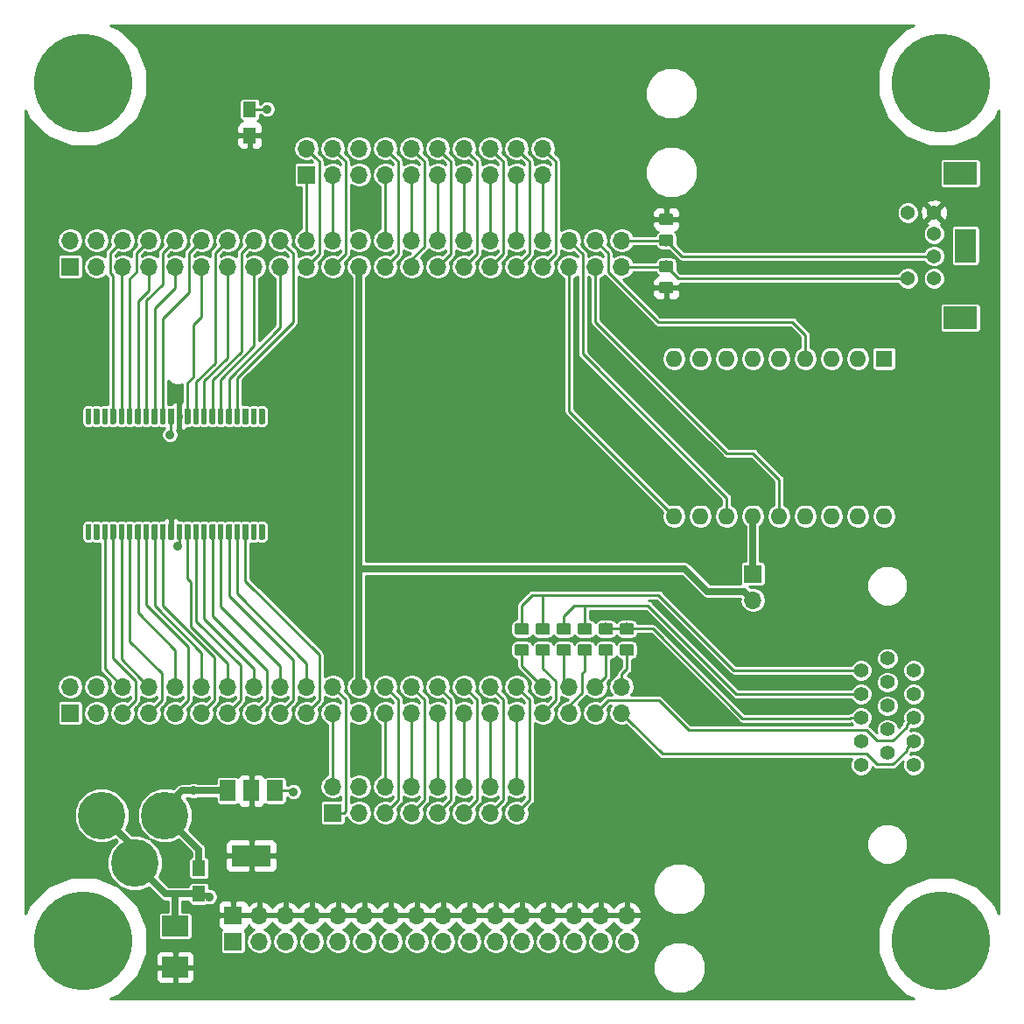
<source format=gbr>
G04 #@! TF.GenerationSoftware,KiCad,Pcbnew,(5.0.2)-1*
G04 #@! TF.CreationDate,2019-04-02T22:44:00-04:00*
G04 #@! TF.ProjectId,RETRO-EP4CE6,52455452-4f2d-4455-9034-4345362e6b69,X1*
G04 #@! TF.SameCoordinates,Original*
G04 #@! TF.FileFunction,Copper,L1,Top*
G04 #@! TF.FilePolarity,Positive*
%FSLAX46Y46*%
G04 Gerber Fmt 4.6, Leading zero omitted, Abs format (unit mm)*
G04 Created by KiCad (PCBNEW (5.0.2)-1) date 4/2/2019 10:44:00 PM*
%MOMM*%
%LPD*%
G01*
G04 APERTURE LIST*
G04 #@! TA.AperFunction,ComponentPad*
%ADD10R,3.200400X2.169160*%
G04 #@! TD*
G04 #@! TA.AperFunction,ComponentPad*
%ADD11R,1.998980X3.200400*%
G04 #@! TD*
G04 #@! TA.AperFunction,ComponentPad*
%ADD12C,1.371600*%
G04 #@! TD*
G04 #@! TA.AperFunction,ComponentPad*
%ADD13O,1.600000X1.600000*%
G04 #@! TD*
G04 #@! TA.AperFunction,ComponentPad*
%ADD14R,1.600000X1.600000*%
G04 #@! TD*
G04 #@! TA.AperFunction,ComponentPad*
%ADD15C,9.525000*%
G04 #@! TD*
G04 #@! TA.AperFunction,ComponentPad*
%ADD16R,1.700000X1.700000*%
G04 #@! TD*
G04 #@! TA.AperFunction,ComponentPad*
%ADD17O,1.700000X1.700000*%
G04 #@! TD*
G04 #@! TA.AperFunction,ComponentPad*
%ADD18C,4.600000*%
G04 #@! TD*
G04 #@! TA.AperFunction,SMDPad,CuDef*
%ADD19R,1.250000X1.500000*%
G04 #@! TD*
G04 #@! TA.AperFunction,SMDPad,CuDef*
%ADD20R,2.500000X2.000000*%
G04 #@! TD*
G04 #@! TA.AperFunction,SMDPad,CuDef*
%ADD21R,3.800000X2.000000*%
G04 #@! TD*
G04 #@! TA.AperFunction,SMDPad,CuDef*
%ADD22R,1.500000X2.000000*%
G04 #@! TD*
G04 #@! TA.AperFunction,Conductor*
%ADD23C,0.152400*%
G04 #@! TD*
G04 #@! TA.AperFunction,SMDPad,CuDef*
%ADD24C,0.550000*%
G04 #@! TD*
G04 #@! TA.AperFunction,ComponentPad*
%ADD25C,1.397000*%
G04 #@! TD*
G04 #@! TA.AperFunction,SMDPad,CuDef*
%ADD26C,1.150000*%
G04 #@! TD*
G04 #@! TA.AperFunction,ViaPad*
%ADD27C,0.889000*%
G04 #@! TD*
G04 #@! TA.AperFunction,Conductor*
%ADD28C,0.635000*%
G04 #@! TD*
G04 #@! TA.AperFunction,Conductor*
%ADD29C,0.254000*%
G04 #@! TD*
G04 APERTURE END LIST*
D10*
G04 #@! TO.P,P10,GND*
G04 #@! TO.N,N/C*
X100838000Y-38735000D03*
X100838000Y-24765000D03*
D11*
X101346000Y-31750000D03*
D12*
G04 #@! TO.P,P10,4*
G04 #@! TO.N,+3V3*
X98298000Y-28575000D03*
G04 #@! TO.P,P10,3*
G04 #@! TO.N,N/C*
X98298000Y-34925000D03*
G04 #@! TO.P,P10,5*
G04 #@! TO.N,/P126*
X95758000Y-34925000D03*
G04 #@! TO.P,P10,6*
G04 #@! TO.N,N/C*
X95758000Y-28575000D03*
G04 #@! TO.P,P10,2*
X98298000Y-30607000D03*
G04 #@! TO.P,P10,1*
G04 #@! TO.N,/P127*
X98298000Y-32766000D03*
G04 #@! TD*
D13*
G04 #@! TO.P,U3,18*
G04 #@! TO.N,N/C*
X93472000Y-57912000D03*
G04 #@! TO.P,U3,9*
G04 #@! TO.N,GND*
X73152000Y-42672000D03*
G04 #@! TO.P,U3,17*
G04 #@! TO.N,N/C*
X90932000Y-57912000D03*
G04 #@! TO.P,U3,8*
X75692000Y-42672000D03*
G04 #@! TO.P,U3,16*
G04 #@! TO.N,GND*
X88392000Y-57912000D03*
G04 #@! TO.P,U3,7*
G04 #@! TO.N,N/C*
X78232000Y-42672000D03*
G04 #@! TO.P,U3,15*
X85852000Y-57912000D03*
G04 #@! TO.P,U3,6*
X80772000Y-42672000D03*
G04 #@! TO.P,U3,14*
G04 #@! TO.N,/P128*
X83312000Y-57912000D03*
G04 #@! TO.P,U3,5*
G04 #@! TO.N,N/C*
X83312000Y-42672000D03*
G04 #@! TO.P,U3,13*
G04 #@! TO.N,Net-(H1-Pad1)*
X80772000Y-57912000D03*
G04 #@! TO.P,U3,4*
G04 #@! TO.N,/P129*
X85852000Y-42672000D03*
G04 #@! TO.P,U3,12*
G04 #@! TO.N,/P133*
X78232000Y-57912000D03*
G04 #@! TO.P,U3,3*
G04 #@! TO.N,N/C*
X88392000Y-42672000D03*
G04 #@! TO.P,U3,11*
X75692000Y-57912000D03*
G04 #@! TO.P,U3,2*
X90932000Y-42672000D03*
G04 #@! TO.P,U3,10*
G04 #@! TO.N,/P132*
X73152000Y-57912000D03*
D14*
G04 #@! TO.P,U3,1*
G04 #@! TO.N,N/C*
X93472000Y-42672000D03*
G04 #@! TD*
D15*
G04 #@! TO.P,MTG1,1*
G04 #@! TO.N,N/C*
X16000000Y-16000000D03*
G04 #@! TD*
G04 #@! TO.P,MTG2,1*
G04 #@! TO.N,N/C*
X99000000Y-16000000D03*
G04 #@! TD*
G04 #@! TO.P,MTG3,1*
G04 #@! TO.N,N/C*
X16000000Y-99000000D03*
G04 #@! TD*
G04 #@! TO.P,MTG?1,1*
G04 #@! TO.N,N/C*
X99000000Y-99000000D03*
G04 #@! TD*
D16*
G04 #@! TO.P,P6,1*
G04 #@! TO.N,GND*
X30480000Y-99060000D03*
D17*
G04 #@! TO.P,P6,2*
X33020000Y-99060000D03*
G04 #@! TO.P,P6,3*
X35560000Y-99060000D03*
G04 #@! TO.P,P6,4*
X38100000Y-99060000D03*
G04 #@! TO.P,P6,5*
X40640000Y-99060000D03*
G04 #@! TO.P,P6,6*
X43180000Y-99060000D03*
G04 #@! TO.P,P6,7*
X45720000Y-99060000D03*
G04 #@! TO.P,P6,8*
X48260000Y-99060000D03*
G04 #@! TO.P,P6,9*
X50800000Y-99060000D03*
G04 #@! TO.P,P6,10*
X53340000Y-99060000D03*
G04 #@! TO.P,P6,11*
X55880000Y-99060000D03*
G04 #@! TO.P,P6,12*
X58420000Y-99060000D03*
G04 #@! TO.P,P6,13*
X60960000Y-99060000D03*
G04 #@! TO.P,P6,14*
X63500000Y-99060000D03*
G04 #@! TO.P,P6,15*
X66040000Y-99060000D03*
G04 #@! TO.P,P6,16*
X68580000Y-99060000D03*
G04 #@! TD*
D16*
G04 #@! TO.P,P7,1*
G04 #@! TO.N,+3V3*
X30480000Y-96520000D03*
D17*
G04 #@! TO.P,P7,2*
X33020000Y-96520000D03*
G04 #@! TO.P,P7,3*
X35560000Y-96520000D03*
G04 #@! TO.P,P7,4*
X38100000Y-96520000D03*
G04 #@! TO.P,P7,5*
X40640000Y-96520000D03*
G04 #@! TO.P,P7,6*
X43180000Y-96520000D03*
G04 #@! TO.P,P7,7*
X45720000Y-96520000D03*
G04 #@! TO.P,P7,8*
X48260000Y-96520000D03*
G04 #@! TO.P,P7,9*
X50800000Y-96520000D03*
G04 #@! TO.P,P7,10*
X53340000Y-96520000D03*
G04 #@! TO.P,P7,11*
X55880000Y-96520000D03*
G04 #@! TO.P,P7,12*
X58420000Y-96520000D03*
G04 #@! TO.P,P7,13*
X60960000Y-96520000D03*
G04 #@! TO.P,P7,14*
X63500000Y-96520000D03*
G04 #@! TO.P,P7,15*
X66040000Y-96520000D03*
G04 #@! TO.P,P7,16*
X68580000Y-96520000D03*
G04 #@! TD*
D18*
G04 #@! TO.P,J1,2*
G04 #@! TO.N,GND*
X17780000Y-86868000D03*
G04 #@! TO.P,J1,1*
G04 #@! TO.N,+5V*
X23880000Y-86868000D03*
G04 #@! TO.P,J1,3*
G04 #@! TO.N,GND*
X20980000Y-91468000D03*
G04 #@! TD*
D16*
G04 #@! TO.P,P1,1*
G04 #@! TO.N,N/C*
X14732000Y-33782000D03*
D17*
G04 #@! TO.P,P1,2*
G04 #@! TO.N,GND*
X14732000Y-31242000D03*
G04 #@! TO.P,P1,3*
G04 #@! TO.N,/P55*
X17272000Y-33782000D03*
G04 #@! TO.P,P1,4*
G04 #@! TO.N,/P58*
X17272000Y-31242000D03*
G04 #@! TO.P,P1,5*
G04 #@! TO.N,/P53*
X19812000Y-33782000D03*
G04 #@! TO.P,P1,6*
G04 #@! TO.N,/P54*
X19812000Y-31242000D03*
G04 #@! TO.P,P1,7*
G04 #@! TO.N,/P51*
X22352000Y-33782000D03*
G04 #@! TO.P,P1,8*
G04 #@! TO.N,/P52*
X22352000Y-31242000D03*
G04 #@! TO.P,P1,9*
G04 #@! TO.N,/P49*
X24892000Y-33782000D03*
G04 #@! TO.P,P1,10*
G04 #@! TO.N,/P50*
X24892000Y-31242000D03*
G04 #@! TO.P,P1,11*
G04 #@! TO.N,/P44*
X27432000Y-33782000D03*
G04 #@! TO.P,P1,12*
G04 #@! TO.N,/P46*
X27432000Y-31242000D03*
G04 #@! TO.P,P1,13*
G04 #@! TO.N,/P42*
X29972000Y-33782000D03*
G04 #@! TO.P,P1,14*
G04 #@! TO.N,/P43*
X29972000Y-31242000D03*
G04 #@! TO.P,P1,15*
G04 #@! TO.N,/P38*
X32512000Y-33782000D03*
G04 #@! TO.P,P1,16*
G04 #@! TO.N,/P39*
X32512000Y-31242000D03*
G04 #@! TO.P,P1,17*
G04 #@! TO.N,/P33*
X35052000Y-33782000D03*
G04 #@! TO.P,P1,18*
G04 #@! TO.N,/P34*
X35052000Y-31242000D03*
G04 #@! TO.P,P1,19*
G04 #@! TO.N,/P31*
X37592000Y-33782000D03*
G04 #@! TO.P,P1,20*
G04 #@! TO.N,/P32*
X37592000Y-31242000D03*
G04 #@! TO.P,P1,21*
G04 #@! TO.N,/P28*
X40132000Y-33782000D03*
G04 #@! TO.P,P1,22*
G04 #@! TO.N,/P30*
X40132000Y-31242000D03*
G04 #@! TO.P,P1,23*
G04 #@! TO.N,+5V*
X42672000Y-33782000D03*
G04 #@! TO.P,P1,24*
G04 #@! TO.N,GND*
X42672000Y-31242000D03*
G04 #@! TO.P,P1,25*
G04 #@! TO.N,/P10*
X45212000Y-33782000D03*
G04 #@! TO.P,P1,26*
G04 #@! TO.N,/P11*
X45212000Y-31242000D03*
G04 #@! TO.P,P1,27*
G04 #@! TO.N,/P3*
X47752000Y-33782000D03*
G04 #@! TO.P,P1,28*
G04 #@! TO.N,/P7*
X47752000Y-31242000D03*
G04 #@! TO.P,P1,29*
G04 #@! TO.N,/P5*
X50292000Y-33782000D03*
G04 #@! TO.P,P1,30*
G04 #@! TO.N,/P2*
X50292000Y-31242000D03*
G04 #@! TO.P,P1,31*
G04 #@! TO.N,/P143*
X52832000Y-33782000D03*
G04 #@! TO.P,P1,32*
G04 #@! TO.N,/P144*
X52832000Y-31242000D03*
G04 #@! TO.P,P1,33*
G04 #@! TO.N,/P141*
X55372000Y-33782000D03*
G04 #@! TO.P,P1,34*
G04 #@! TO.N,/P142*
X55372000Y-31242000D03*
G04 #@! TO.P,P1,35*
G04 #@! TO.N,/P137*
X57912000Y-33782000D03*
G04 #@! TO.P,P1,36*
G04 #@! TO.N,/P138*
X57912000Y-31242000D03*
G04 #@! TO.P,P1,37*
G04 #@! TO.N,/P135*
X60452000Y-33782000D03*
G04 #@! TO.P,P1,38*
G04 #@! TO.N,/P136*
X60452000Y-31242000D03*
G04 #@! TO.P,P1,39*
G04 #@! TO.N,/P132*
X62992000Y-33782000D03*
G04 #@! TO.P,P1,40*
G04 #@! TO.N,/P133*
X62992000Y-31242000D03*
G04 #@! TO.P,P1,41*
G04 #@! TO.N,/P128*
X65532000Y-33782000D03*
G04 #@! TO.P,P1,42*
G04 #@! TO.N,/P129*
X65532000Y-31242000D03*
G04 #@! TO.P,P1,43*
G04 #@! TO.N,/P126*
X68072000Y-33782000D03*
G04 #@! TO.P,P1,44*
G04 #@! TO.N,/P127*
X68072000Y-31242000D03*
G04 #@! TD*
D16*
G04 #@! TO.P,P2,1*
G04 #@! TO.N,GND*
X14732000Y-76962000D03*
D17*
G04 #@! TO.P,P2,2*
G04 #@! TO.N,N/C*
X14732000Y-74422000D03*
G04 #@! TO.P,P2,3*
G04 #@! TO.N,/P59*
X17272000Y-76962000D03*
G04 #@! TO.P,P2,4*
G04 #@! TO.N,/P60*
X17272000Y-74422000D03*
G04 #@! TO.P,P2,5*
G04 #@! TO.N,/P64*
X19812000Y-76962000D03*
G04 #@! TO.P,P2,6*
G04 #@! TO.N,/P65*
X19812000Y-74422000D03*
G04 #@! TO.P,P2,7*
G04 #@! TO.N,/P66*
X22352000Y-76962000D03*
G04 #@! TO.P,P2,8*
G04 #@! TO.N,/P67*
X22352000Y-74422000D03*
G04 #@! TO.P,P2,9*
G04 #@! TO.N,/P68*
X24892000Y-76962000D03*
G04 #@! TO.P,P2,10*
G04 #@! TO.N,/P69*
X24892000Y-74422000D03*
G04 #@! TO.P,P2,11*
G04 #@! TO.N,/P70*
X27432000Y-76962000D03*
G04 #@! TO.P,P2,12*
G04 #@! TO.N,/P71*
X27432000Y-74422000D03*
G04 #@! TO.P,P2,13*
G04 #@! TO.N,/P72*
X29972000Y-76962000D03*
G04 #@! TO.P,P2,14*
G04 #@! TO.N,/P73*
X29972000Y-74422000D03*
G04 #@! TO.P,P2,15*
G04 #@! TO.N,/P74*
X32512000Y-76962000D03*
G04 #@! TO.P,P2,16*
G04 #@! TO.N,/P75*
X32512000Y-74422000D03*
G04 #@! TO.P,P2,17*
G04 #@! TO.N,/P76*
X35052000Y-76962000D03*
G04 #@! TO.P,P2,18*
G04 #@! TO.N,/P77*
X35052000Y-74422000D03*
G04 #@! TO.P,P2,19*
G04 #@! TO.N,/P80*
X37592000Y-76962000D03*
G04 #@! TO.P,P2,20*
G04 #@! TO.N,/P83*
X37592000Y-74422000D03*
G04 #@! TO.P,P2,21*
G04 #@! TO.N,/P84*
X40132000Y-76962000D03*
G04 #@! TO.P,P2,22*
G04 #@! TO.N,/P85*
X40132000Y-74422000D03*
G04 #@! TO.P,P2,23*
G04 #@! TO.N,GND*
X42672000Y-76962000D03*
G04 #@! TO.P,P2,24*
G04 #@! TO.N,+5V*
X42672000Y-74422000D03*
G04 #@! TO.P,P2,25*
G04 #@! TO.N,/P86*
X45212000Y-76962000D03*
G04 #@! TO.P,P2,26*
G04 #@! TO.N,/P87*
X45212000Y-74422000D03*
G04 #@! TO.P,P2,27*
G04 #@! TO.N,/P98*
X47752000Y-76962000D03*
G04 #@! TO.P,P2,28*
G04 #@! TO.N,/P99*
X47752000Y-74422000D03*
G04 #@! TO.P,P2,29*
G04 #@! TO.N,/P100*
X50292000Y-76962000D03*
G04 #@! TO.P,P2,30*
G04 #@! TO.N,/P101*
X50292000Y-74422000D03*
G04 #@! TO.P,P2,31*
G04 #@! TO.N,/P103*
X52832000Y-76962000D03*
G04 #@! TO.P,P2,32*
G04 #@! TO.N,/P104*
X52832000Y-74422000D03*
G04 #@! TO.P,P2,33*
G04 #@! TO.N,/P105*
X55372000Y-76962000D03*
G04 #@! TO.P,P2,34*
G04 #@! TO.N,/P106*
X55372000Y-74422000D03*
G04 #@! TO.P,P2,35*
G04 #@! TO.N,/P110*
X57912000Y-76962000D03*
G04 #@! TO.P,P2,36*
G04 #@! TO.N,/P111*
X57912000Y-74422000D03*
G04 #@! TO.P,P2,37*
G04 #@! TO.N,/P112*
X60452000Y-76962000D03*
G04 #@! TO.P,P2,38*
G04 #@! TO.N,/P113*
X60452000Y-74422000D03*
G04 #@! TO.P,P2,39*
G04 #@! TO.N,/P114*
X62992000Y-76962000D03*
G04 #@! TO.P,P2,40*
G04 #@! TO.N,/P115*
X62992000Y-74422000D03*
G04 #@! TO.P,P2,41*
G04 #@! TO.N,/P119*
X65532000Y-76962000D03*
G04 #@! TO.P,P2,42*
G04 #@! TO.N,/P120*
X65532000Y-74422000D03*
G04 #@! TO.P,P2,43*
G04 #@! TO.N,/P121*
X68072000Y-76962000D03*
G04 #@! TO.P,P2,44*
G04 #@! TO.N,/P124*
X68072000Y-74422000D03*
G04 #@! TD*
D19*
G04 #@! TO.P,C1,1*
G04 #@! TO.N,+5V*
X27178000Y-91968000D03*
G04 #@! TO.P,C1,2*
G04 #@! TO.N,GND*
X27178000Y-94468000D03*
G04 #@! TD*
D20*
G04 #@! TO.P,C2,1*
G04 #@! TO.N,+3V3*
X24892000Y-101568000D03*
G04 #@! TO.P,C2,2*
G04 #@! TO.N,GND*
X24892000Y-97568000D03*
G04 #@! TD*
D19*
G04 #@! TO.P,C3,1*
G04 #@! TO.N,+3V3*
X32105600Y-21087400D03*
G04 #@! TO.P,C3,2*
G04 #@! TO.N,GND*
X32105600Y-18587400D03*
G04 #@! TD*
D21*
G04 #@! TO.P,U1,4*
G04 #@! TO.N,+3V3*
X32258000Y-90780000D03*
D22*
G04 #@! TO.P,U1,2*
X32258000Y-84480000D03*
G04 #@! TO.P,U1,3*
G04 #@! TO.N,+5V*
X29958000Y-84480000D03*
G04 #@! TO.P,U1,1*
G04 #@! TO.N,GND*
X34558000Y-84480000D03*
G04 #@! TD*
D23*
G04 #@! TO.N,N/C*
G04 #@! TO.C,U2*
G36*
X16642977Y-58673662D02*
X16656325Y-58675642D01*
X16669414Y-58678921D01*
X16682119Y-58683467D01*
X16694317Y-58689236D01*
X16705891Y-58696173D01*
X16716729Y-58704211D01*
X16726727Y-58713273D01*
X16735789Y-58723271D01*
X16743827Y-58734109D01*
X16750764Y-58745683D01*
X16756533Y-58757881D01*
X16761079Y-58770586D01*
X16764358Y-58783675D01*
X16766338Y-58797023D01*
X16767000Y-58810500D01*
X16767000Y-60060500D01*
X16766338Y-60073977D01*
X16764358Y-60087325D01*
X16761079Y-60100414D01*
X16756533Y-60113119D01*
X16750764Y-60125317D01*
X16743827Y-60136891D01*
X16735789Y-60147729D01*
X16726727Y-60157727D01*
X16716729Y-60166789D01*
X16705891Y-60174827D01*
X16694317Y-60181764D01*
X16682119Y-60187533D01*
X16669414Y-60192079D01*
X16656325Y-60195358D01*
X16642977Y-60197338D01*
X16629500Y-60198000D01*
X16354500Y-60198000D01*
X16341023Y-60197338D01*
X16327675Y-60195358D01*
X16314586Y-60192079D01*
X16301881Y-60187533D01*
X16289683Y-60181764D01*
X16278109Y-60174827D01*
X16267271Y-60166789D01*
X16257273Y-60157727D01*
X16248211Y-60147729D01*
X16240173Y-60136891D01*
X16233236Y-60125317D01*
X16227467Y-60113119D01*
X16222921Y-60100414D01*
X16219642Y-60087325D01*
X16217662Y-60073977D01*
X16217000Y-60060500D01*
X16217000Y-58810500D01*
X16217662Y-58797023D01*
X16219642Y-58783675D01*
X16222921Y-58770586D01*
X16227467Y-58757881D01*
X16233236Y-58745683D01*
X16240173Y-58734109D01*
X16248211Y-58723271D01*
X16257273Y-58713273D01*
X16267271Y-58704211D01*
X16278109Y-58696173D01*
X16289683Y-58689236D01*
X16301881Y-58683467D01*
X16314586Y-58678921D01*
X16327675Y-58675642D01*
X16341023Y-58673662D01*
X16354500Y-58673000D01*
X16629500Y-58673000D01*
X16642977Y-58673662D01*
X16642977Y-58673662D01*
G37*
D24*
G04 #@! TD*
G04 #@! TO.P,U2,1*
G04 #@! TO.N,N/C*
X16492000Y-59435500D03*
D23*
G04 #@! TO.N,N/C*
G04 #@! TO.C,U2*
G36*
X17442977Y-58673662D02*
X17456325Y-58675642D01*
X17469414Y-58678921D01*
X17482119Y-58683467D01*
X17494317Y-58689236D01*
X17505891Y-58696173D01*
X17516729Y-58704211D01*
X17526727Y-58713273D01*
X17535789Y-58723271D01*
X17543827Y-58734109D01*
X17550764Y-58745683D01*
X17556533Y-58757881D01*
X17561079Y-58770586D01*
X17564358Y-58783675D01*
X17566338Y-58797023D01*
X17567000Y-58810500D01*
X17567000Y-60060500D01*
X17566338Y-60073977D01*
X17564358Y-60087325D01*
X17561079Y-60100414D01*
X17556533Y-60113119D01*
X17550764Y-60125317D01*
X17543827Y-60136891D01*
X17535789Y-60147729D01*
X17526727Y-60157727D01*
X17516729Y-60166789D01*
X17505891Y-60174827D01*
X17494317Y-60181764D01*
X17482119Y-60187533D01*
X17469414Y-60192079D01*
X17456325Y-60195358D01*
X17442977Y-60197338D01*
X17429500Y-60198000D01*
X17154500Y-60198000D01*
X17141023Y-60197338D01*
X17127675Y-60195358D01*
X17114586Y-60192079D01*
X17101881Y-60187533D01*
X17089683Y-60181764D01*
X17078109Y-60174827D01*
X17067271Y-60166789D01*
X17057273Y-60157727D01*
X17048211Y-60147729D01*
X17040173Y-60136891D01*
X17033236Y-60125317D01*
X17027467Y-60113119D01*
X17022921Y-60100414D01*
X17019642Y-60087325D01*
X17017662Y-60073977D01*
X17017000Y-60060500D01*
X17017000Y-58810500D01*
X17017662Y-58797023D01*
X17019642Y-58783675D01*
X17022921Y-58770586D01*
X17027467Y-58757881D01*
X17033236Y-58745683D01*
X17040173Y-58734109D01*
X17048211Y-58723271D01*
X17057273Y-58713273D01*
X17067271Y-58704211D01*
X17078109Y-58696173D01*
X17089683Y-58689236D01*
X17101881Y-58683467D01*
X17114586Y-58678921D01*
X17127675Y-58675642D01*
X17141023Y-58673662D01*
X17154500Y-58673000D01*
X17429500Y-58673000D01*
X17442977Y-58673662D01*
X17442977Y-58673662D01*
G37*
D24*
G04 #@! TD*
G04 #@! TO.P,U2,2*
G04 #@! TO.N,N/C*
X17292000Y-59435500D03*
D23*
G04 #@! TO.N,/P65*
G04 #@! TO.C,U2*
G36*
X18242977Y-58673662D02*
X18256325Y-58675642D01*
X18269414Y-58678921D01*
X18282119Y-58683467D01*
X18294317Y-58689236D01*
X18305891Y-58696173D01*
X18316729Y-58704211D01*
X18326727Y-58713273D01*
X18335789Y-58723271D01*
X18343827Y-58734109D01*
X18350764Y-58745683D01*
X18356533Y-58757881D01*
X18361079Y-58770586D01*
X18364358Y-58783675D01*
X18366338Y-58797023D01*
X18367000Y-58810500D01*
X18367000Y-60060500D01*
X18366338Y-60073977D01*
X18364358Y-60087325D01*
X18361079Y-60100414D01*
X18356533Y-60113119D01*
X18350764Y-60125317D01*
X18343827Y-60136891D01*
X18335789Y-60147729D01*
X18326727Y-60157727D01*
X18316729Y-60166789D01*
X18305891Y-60174827D01*
X18294317Y-60181764D01*
X18282119Y-60187533D01*
X18269414Y-60192079D01*
X18256325Y-60195358D01*
X18242977Y-60197338D01*
X18229500Y-60198000D01*
X17954500Y-60198000D01*
X17941023Y-60197338D01*
X17927675Y-60195358D01*
X17914586Y-60192079D01*
X17901881Y-60187533D01*
X17889683Y-60181764D01*
X17878109Y-60174827D01*
X17867271Y-60166789D01*
X17857273Y-60157727D01*
X17848211Y-60147729D01*
X17840173Y-60136891D01*
X17833236Y-60125317D01*
X17827467Y-60113119D01*
X17822921Y-60100414D01*
X17819642Y-60087325D01*
X17817662Y-60073977D01*
X17817000Y-60060500D01*
X17817000Y-58810500D01*
X17817662Y-58797023D01*
X17819642Y-58783675D01*
X17822921Y-58770586D01*
X17827467Y-58757881D01*
X17833236Y-58745683D01*
X17840173Y-58734109D01*
X17848211Y-58723271D01*
X17857273Y-58713273D01*
X17867271Y-58704211D01*
X17878109Y-58696173D01*
X17889683Y-58689236D01*
X17901881Y-58683467D01*
X17914586Y-58678921D01*
X17927675Y-58675642D01*
X17941023Y-58673662D01*
X17954500Y-58673000D01*
X18229500Y-58673000D01*
X18242977Y-58673662D01*
X18242977Y-58673662D01*
G37*
D24*
G04 #@! TD*
G04 #@! TO.P,U2,3*
G04 #@! TO.N,/P65*
X18092000Y-59435500D03*
D23*
G04 #@! TO.N,/P64*
G04 #@! TO.C,U2*
G36*
X19042977Y-58673662D02*
X19056325Y-58675642D01*
X19069414Y-58678921D01*
X19082119Y-58683467D01*
X19094317Y-58689236D01*
X19105891Y-58696173D01*
X19116729Y-58704211D01*
X19126727Y-58713273D01*
X19135789Y-58723271D01*
X19143827Y-58734109D01*
X19150764Y-58745683D01*
X19156533Y-58757881D01*
X19161079Y-58770586D01*
X19164358Y-58783675D01*
X19166338Y-58797023D01*
X19167000Y-58810500D01*
X19167000Y-60060500D01*
X19166338Y-60073977D01*
X19164358Y-60087325D01*
X19161079Y-60100414D01*
X19156533Y-60113119D01*
X19150764Y-60125317D01*
X19143827Y-60136891D01*
X19135789Y-60147729D01*
X19126727Y-60157727D01*
X19116729Y-60166789D01*
X19105891Y-60174827D01*
X19094317Y-60181764D01*
X19082119Y-60187533D01*
X19069414Y-60192079D01*
X19056325Y-60195358D01*
X19042977Y-60197338D01*
X19029500Y-60198000D01*
X18754500Y-60198000D01*
X18741023Y-60197338D01*
X18727675Y-60195358D01*
X18714586Y-60192079D01*
X18701881Y-60187533D01*
X18689683Y-60181764D01*
X18678109Y-60174827D01*
X18667271Y-60166789D01*
X18657273Y-60157727D01*
X18648211Y-60147729D01*
X18640173Y-60136891D01*
X18633236Y-60125317D01*
X18627467Y-60113119D01*
X18622921Y-60100414D01*
X18619642Y-60087325D01*
X18617662Y-60073977D01*
X18617000Y-60060500D01*
X18617000Y-58810500D01*
X18617662Y-58797023D01*
X18619642Y-58783675D01*
X18622921Y-58770586D01*
X18627467Y-58757881D01*
X18633236Y-58745683D01*
X18640173Y-58734109D01*
X18648211Y-58723271D01*
X18657273Y-58713273D01*
X18667271Y-58704211D01*
X18678109Y-58696173D01*
X18689683Y-58689236D01*
X18701881Y-58683467D01*
X18714586Y-58678921D01*
X18727675Y-58675642D01*
X18741023Y-58673662D01*
X18754500Y-58673000D01*
X19029500Y-58673000D01*
X19042977Y-58673662D01*
X19042977Y-58673662D01*
G37*
D24*
G04 #@! TD*
G04 #@! TO.P,U2,4*
G04 #@! TO.N,/P64*
X18892000Y-59435500D03*
D23*
G04 #@! TO.N,/P67*
G04 #@! TO.C,U2*
G36*
X19842977Y-58673662D02*
X19856325Y-58675642D01*
X19869414Y-58678921D01*
X19882119Y-58683467D01*
X19894317Y-58689236D01*
X19905891Y-58696173D01*
X19916729Y-58704211D01*
X19926727Y-58713273D01*
X19935789Y-58723271D01*
X19943827Y-58734109D01*
X19950764Y-58745683D01*
X19956533Y-58757881D01*
X19961079Y-58770586D01*
X19964358Y-58783675D01*
X19966338Y-58797023D01*
X19967000Y-58810500D01*
X19967000Y-60060500D01*
X19966338Y-60073977D01*
X19964358Y-60087325D01*
X19961079Y-60100414D01*
X19956533Y-60113119D01*
X19950764Y-60125317D01*
X19943827Y-60136891D01*
X19935789Y-60147729D01*
X19926727Y-60157727D01*
X19916729Y-60166789D01*
X19905891Y-60174827D01*
X19894317Y-60181764D01*
X19882119Y-60187533D01*
X19869414Y-60192079D01*
X19856325Y-60195358D01*
X19842977Y-60197338D01*
X19829500Y-60198000D01*
X19554500Y-60198000D01*
X19541023Y-60197338D01*
X19527675Y-60195358D01*
X19514586Y-60192079D01*
X19501881Y-60187533D01*
X19489683Y-60181764D01*
X19478109Y-60174827D01*
X19467271Y-60166789D01*
X19457273Y-60157727D01*
X19448211Y-60147729D01*
X19440173Y-60136891D01*
X19433236Y-60125317D01*
X19427467Y-60113119D01*
X19422921Y-60100414D01*
X19419642Y-60087325D01*
X19417662Y-60073977D01*
X19417000Y-60060500D01*
X19417000Y-58810500D01*
X19417662Y-58797023D01*
X19419642Y-58783675D01*
X19422921Y-58770586D01*
X19427467Y-58757881D01*
X19433236Y-58745683D01*
X19440173Y-58734109D01*
X19448211Y-58723271D01*
X19457273Y-58713273D01*
X19467271Y-58704211D01*
X19478109Y-58696173D01*
X19489683Y-58689236D01*
X19501881Y-58683467D01*
X19514586Y-58678921D01*
X19527675Y-58675642D01*
X19541023Y-58673662D01*
X19554500Y-58673000D01*
X19829500Y-58673000D01*
X19842977Y-58673662D01*
X19842977Y-58673662D01*
G37*
D24*
G04 #@! TD*
G04 #@! TO.P,U2,5*
G04 #@! TO.N,/P67*
X19692000Y-59435500D03*
D23*
G04 #@! TO.N,/P66*
G04 #@! TO.C,U2*
G36*
X20642977Y-58673662D02*
X20656325Y-58675642D01*
X20669414Y-58678921D01*
X20682119Y-58683467D01*
X20694317Y-58689236D01*
X20705891Y-58696173D01*
X20716729Y-58704211D01*
X20726727Y-58713273D01*
X20735789Y-58723271D01*
X20743827Y-58734109D01*
X20750764Y-58745683D01*
X20756533Y-58757881D01*
X20761079Y-58770586D01*
X20764358Y-58783675D01*
X20766338Y-58797023D01*
X20767000Y-58810500D01*
X20767000Y-60060500D01*
X20766338Y-60073977D01*
X20764358Y-60087325D01*
X20761079Y-60100414D01*
X20756533Y-60113119D01*
X20750764Y-60125317D01*
X20743827Y-60136891D01*
X20735789Y-60147729D01*
X20726727Y-60157727D01*
X20716729Y-60166789D01*
X20705891Y-60174827D01*
X20694317Y-60181764D01*
X20682119Y-60187533D01*
X20669414Y-60192079D01*
X20656325Y-60195358D01*
X20642977Y-60197338D01*
X20629500Y-60198000D01*
X20354500Y-60198000D01*
X20341023Y-60197338D01*
X20327675Y-60195358D01*
X20314586Y-60192079D01*
X20301881Y-60187533D01*
X20289683Y-60181764D01*
X20278109Y-60174827D01*
X20267271Y-60166789D01*
X20257273Y-60157727D01*
X20248211Y-60147729D01*
X20240173Y-60136891D01*
X20233236Y-60125317D01*
X20227467Y-60113119D01*
X20222921Y-60100414D01*
X20219642Y-60087325D01*
X20217662Y-60073977D01*
X20217000Y-60060500D01*
X20217000Y-58810500D01*
X20217662Y-58797023D01*
X20219642Y-58783675D01*
X20222921Y-58770586D01*
X20227467Y-58757881D01*
X20233236Y-58745683D01*
X20240173Y-58734109D01*
X20248211Y-58723271D01*
X20257273Y-58713273D01*
X20267271Y-58704211D01*
X20278109Y-58696173D01*
X20289683Y-58689236D01*
X20301881Y-58683467D01*
X20314586Y-58678921D01*
X20327675Y-58675642D01*
X20341023Y-58673662D01*
X20354500Y-58673000D01*
X20629500Y-58673000D01*
X20642977Y-58673662D01*
X20642977Y-58673662D01*
G37*
D24*
G04 #@! TD*
G04 #@! TO.P,U2,6*
G04 #@! TO.N,/P66*
X20492000Y-59435500D03*
D23*
G04 #@! TO.N,/P69*
G04 #@! TO.C,U2*
G36*
X21442977Y-58673662D02*
X21456325Y-58675642D01*
X21469414Y-58678921D01*
X21482119Y-58683467D01*
X21494317Y-58689236D01*
X21505891Y-58696173D01*
X21516729Y-58704211D01*
X21526727Y-58713273D01*
X21535789Y-58723271D01*
X21543827Y-58734109D01*
X21550764Y-58745683D01*
X21556533Y-58757881D01*
X21561079Y-58770586D01*
X21564358Y-58783675D01*
X21566338Y-58797023D01*
X21567000Y-58810500D01*
X21567000Y-60060500D01*
X21566338Y-60073977D01*
X21564358Y-60087325D01*
X21561079Y-60100414D01*
X21556533Y-60113119D01*
X21550764Y-60125317D01*
X21543827Y-60136891D01*
X21535789Y-60147729D01*
X21526727Y-60157727D01*
X21516729Y-60166789D01*
X21505891Y-60174827D01*
X21494317Y-60181764D01*
X21482119Y-60187533D01*
X21469414Y-60192079D01*
X21456325Y-60195358D01*
X21442977Y-60197338D01*
X21429500Y-60198000D01*
X21154500Y-60198000D01*
X21141023Y-60197338D01*
X21127675Y-60195358D01*
X21114586Y-60192079D01*
X21101881Y-60187533D01*
X21089683Y-60181764D01*
X21078109Y-60174827D01*
X21067271Y-60166789D01*
X21057273Y-60157727D01*
X21048211Y-60147729D01*
X21040173Y-60136891D01*
X21033236Y-60125317D01*
X21027467Y-60113119D01*
X21022921Y-60100414D01*
X21019642Y-60087325D01*
X21017662Y-60073977D01*
X21017000Y-60060500D01*
X21017000Y-58810500D01*
X21017662Y-58797023D01*
X21019642Y-58783675D01*
X21022921Y-58770586D01*
X21027467Y-58757881D01*
X21033236Y-58745683D01*
X21040173Y-58734109D01*
X21048211Y-58723271D01*
X21057273Y-58713273D01*
X21067271Y-58704211D01*
X21078109Y-58696173D01*
X21089683Y-58689236D01*
X21101881Y-58683467D01*
X21114586Y-58678921D01*
X21127675Y-58675642D01*
X21141023Y-58673662D01*
X21154500Y-58673000D01*
X21429500Y-58673000D01*
X21442977Y-58673662D01*
X21442977Y-58673662D01*
G37*
D24*
G04 #@! TD*
G04 #@! TO.P,U2,7*
G04 #@! TO.N,/P69*
X21292000Y-59435500D03*
D23*
G04 #@! TO.N,/P68*
G04 #@! TO.C,U2*
G36*
X22242977Y-58673662D02*
X22256325Y-58675642D01*
X22269414Y-58678921D01*
X22282119Y-58683467D01*
X22294317Y-58689236D01*
X22305891Y-58696173D01*
X22316729Y-58704211D01*
X22326727Y-58713273D01*
X22335789Y-58723271D01*
X22343827Y-58734109D01*
X22350764Y-58745683D01*
X22356533Y-58757881D01*
X22361079Y-58770586D01*
X22364358Y-58783675D01*
X22366338Y-58797023D01*
X22367000Y-58810500D01*
X22367000Y-60060500D01*
X22366338Y-60073977D01*
X22364358Y-60087325D01*
X22361079Y-60100414D01*
X22356533Y-60113119D01*
X22350764Y-60125317D01*
X22343827Y-60136891D01*
X22335789Y-60147729D01*
X22326727Y-60157727D01*
X22316729Y-60166789D01*
X22305891Y-60174827D01*
X22294317Y-60181764D01*
X22282119Y-60187533D01*
X22269414Y-60192079D01*
X22256325Y-60195358D01*
X22242977Y-60197338D01*
X22229500Y-60198000D01*
X21954500Y-60198000D01*
X21941023Y-60197338D01*
X21927675Y-60195358D01*
X21914586Y-60192079D01*
X21901881Y-60187533D01*
X21889683Y-60181764D01*
X21878109Y-60174827D01*
X21867271Y-60166789D01*
X21857273Y-60157727D01*
X21848211Y-60147729D01*
X21840173Y-60136891D01*
X21833236Y-60125317D01*
X21827467Y-60113119D01*
X21822921Y-60100414D01*
X21819642Y-60087325D01*
X21817662Y-60073977D01*
X21817000Y-60060500D01*
X21817000Y-58810500D01*
X21817662Y-58797023D01*
X21819642Y-58783675D01*
X21822921Y-58770586D01*
X21827467Y-58757881D01*
X21833236Y-58745683D01*
X21840173Y-58734109D01*
X21848211Y-58723271D01*
X21857273Y-58713273D01*
X21867271Y-58704211D01*
X21878109Y-58696173D01*
X21889683Y-58689236D01*
X21901881Y-58683467D01*
X21914586Y-58678921D01*
X21927675Y-58675642D01*
X21941023Y-58673662D01*
X21954500Y-58673000D01*
X22229500Y-58673000D01*
X22242977Y-58673662D01*
X22242977Y-58673662D01*
G37*
D24*
G04 #@! TD*
G04 #@! TO.P,U2,8*
G04 #@! TO.N,/P68*
X22092000Y-59435500D03*
D23*
G04 #@! TO.N,/P71*
G04 #@! TO.C,U2*
G36*
X23042977Y-58673662D02*
X23056325Y-58675642D01*
X23069414Y-58678921D01*
X23082119Y-58683467D01*
X23094317Y-58689236D01*
X23105891Y-58696173D01*
X23116729Y-58704211D01*
X23126727Y-58713273D01*
X23135789Y-58723271D01*
X23143827Y-58734109D01*
X23150764Y-58745683D01*
X23156533Y-58757881D01*
X23161079Y-58770586D01*
X23164358Y-58783675D01*
X23166338Y-58797023D01*
X23167000Y-58810500D01*
X23167000Y-60060500D01*
X23166338Y-60073977D01*
X23164358Y-60087325D01*
X23161079Y-60100414D01*
X23156533Y-60113119D01*
X23150764Y-60125317D01*
X23143827Y-60136891D01*
X23135789Y-60147729D01*
X23126727Y-60157727D01*
X23116729Y-60166789D01*
X23105891Y-60174827D01*
X23094317Y-60181764D01*
X23082119Y-60187533D01*
X23069414Y-60192079D01*
X23056325Y-60195358D01*
X23042977Y-60197338D01*
X23029500Y-60198000D01*
X22754500Y-60198000D01*
X22741023Y-60197338D01*
X22727675Y-60195358D01*
X22714586Y-60192079D01*
X22701881Y-60187533D01*
X22689683Y-60181764D01*
X22678109Y-60174827D01*
X22667271Y-60166789D01*
X22657273Y-60157727D01*
X22648211Y-60147729D01*
X22640173Y-60136891D01*
X22633236Y-60125317D01*
X22627467Y-60113119D01*
X22622921Y-60100414D01*
X22619642Y-60087325D01*
X22617662Y-60073977D01*
X22617000Y-60060500D01*
X22617000Y-58810500D01*
X22617662Y-58797023D01*
X22619642Y-58783675D01*
X22622921Y-58770586D01*
X22627467Y-58757881D01*
X22633236Y-58745683D01*
X22640173Y-58734109D01*
X22648211Y-58723271D01*
X22657273Y-58713273D01*
X22667271Y-58704211D01*
X22678109Y-58696173D01*
X22689683Y-58689236D01*
X22701881Y-58683467D01*
X22714586Y-58678921D01*
X22727675Y-58675642D01*
X22741023Y-58673662D01*
X22754500Y-58673000D01*
X23029500Y-58673000D01*
X23042977Y-58673662D01*
X23042977Y-58673662D01*
G37*
D24*
G04 #@! TD*
G04 #@! TO.P,U2,9*
G04 #@! TO.N,/P71*
X22892000Y-59435500D03*
D23*
G04 #@! TO.N,/P70*
G04 #@! TO.C,U2*
G36*
X23842977Y-58673662D02*
X23856325Y-58675642D01*
X23869414Y-58678921D01*
X23882119Y-58683467D01*
X23894317Y-58689236D01*
X23905891Y-58696173D01*
X23916729Y-58704211D01*
X23926727Y-58713273D01*
X23935789Y-58723271D01*
X23943827Y-58734109D01*
X23950764Y-58745683D01*
X23956533Y-58757881D01*
X23961079Y-58770586D01*
X23964358Y-58783675D01*
X23966338Y-58797023D01*
X23967000Y-58810500D01*
X23967000Y-60060500D01*
X23966338Y-60073977D01*
X23964358Y-60087325D01*
X23961079Y-60100414D01*
X23956533Y-60113119D01*
X23950764Y-60125317D01*
X23943827Y-60136891D01*
X23935789Y-60147729D01*
X23926727Y-60157727D01*
X23916729Y-60166789D01*
X23905891Y-60174827D01*
X23894317Y-60181764D01*
X23882119Y-60187533D01*
X23869414Y-60192079D01*
X23856325Y-60195358D01*
X23842977Y-60197338D01*
X23829500Y-60198000D01*
X23554500Y-60198000D01*
X23541023Y-60197338D01*
X23527675Y-60195358D01*
X23514586Y-60192079D01*
X23501881Y-60187533D01*
X23489683Y-60181764D01*
X23478109Y-60174827D01*
X23467271Y-60166789D01*
X23457273Y-60157727D01*
X23448211Y-60147729D01*
X23440173Y-60136891D01*
X23433236Y-60125317D01*
X23427467Y-60113119D01*
X23422921Y-60100414D01*
X23419642Y-60087325D01*
X23417662Y-60073977D01*
X23417000Y-60060500D01*
X23417000Y-58810500D01*
X23417662Y-58797023D01*
X23419642Y-58783675D01*
X23422921Y-58770586D01*
X23427467Y-58757881D01*
X23433236Y-58745683D01*
X23440173Y-58734109D01*
X23448211Y-58723271D01*
X23457273Y-58713273D01*
X23467271Y-58704211D01*
X23478109Y-58696173D01*
X23489683Y-58689236D01*
X23501881Y-58683467D01*
X23514586Y-58678921D01*
X23527675Y-58675642D01*
X23541023Y-58673662D01*
X23554500Y-58673000D01*
X23829500Y-58673000D01*
X23842977Y-58673662D01*
X23842977Y-58673662D01*
G37*
D24*
G04 #@! TD*
G04 #@! TO.P,U2,10*
G04 #@! TO.N,/P70*
X23692000Y-59435500D03*
D23*
G04 #@! TO.N,+3V3*
G04 #@! TO.C,U2*
G36*
X24642977Y-58673662D02*
X24656325Y-58675642D01*
X24669414Y-58678921D01*
X24682119Y-58683467D01*
X24694317Y-58689236D01*
X24705891Y-58696173D01*
X24716729Y-58704211D01*
X24726727Y-58713273D01*
X24735789Y-58723271D01*
X24743827Y-58734109D01*
X24750764Y-58745683D01*
X24756533Y-58757881D01*
X24761079Y-58770586D01*
X24764358Y-58783675D01*
X24766338Y-58797023D01*
X24767000Y-58810500D01*
X24767000Y-60060500D01*
X24766338Y-60073977D01*
X24764358Y-60087325D01*
X24761079Y-60100414D01*
X24756533Y-60113119D01*
X24750764Y-60125317D01*
X24743827Y-60136891D01*
X24735789Y-60147729D01*
X24726727Y-60157727D01*
X24716729Y-60166789D01*
X24705891Y-60174827D01*
X24694317Y-60181764D01*
X24682119Y-60187533D01*
X24669414Y-60192079D01*
X24656325Y-60195358D01*
X24642977Y-60197338D01*
X24629500Y-60198000D01*
X24354500Y-60198000D01*
X24341023Y-60197338D01*
X24327675Y-60195358D01*
X24314586Y-60192079D01*
X24301881Y-60187533D01*
X24289683Y-60181764D01*
X24278109Y-60174827D01*
X24267271Y-60166789D01*
X24257273Y-60157727D01*
X24248211Y-60147729D01*
X24240173Y-60136891D01*
X24233236Y-60125317D01*
X24227467Y-60113119D01*
X24222921Y-60100414D01*
X24219642Y-60087325D01*
X24217662Y-60073977D01*
X24217000Y-60060500D01*
X24217000Y-58810500D01*
X24217662Y-58797023D01*
X24219642Y-58783675D01*
X24222921Y-58770586D01*
X24227467Y-58757881D01*
X24233236Y-58745683D01*
X24240173Y-58734109D01*
X24248211Y-58723271D01*
X24257273Y-58713273D01*
X24267271Y-58704211D01*
X24278109Y-58696173D01*
X24289683Y-58689236D01*
X24301881Y-58683467D01*
X24314586Y-58678921D01*
X24327675Y-58675642D01*
X24341023Y-58673662D01*
X24354500Y-58673000D01*
X24629500Y-58673000D01*
X24642977Y-58673662D01*
X24642977Y-58673662D01*
G37*
D24*
G04 #@! TD*
G04 #@! TO.P,U2,11*
G04 #@! TO.N,+3V3*
X24492000Y-59435500D03*
D23*
G04 #@! TO.N,GND*
G04 #@! TO.C,U2*
G36*
X25442977Y-58673662D02*
X25456325Y-58675642D01*
X25469414Y-58678921D01*
X25482119Y-58683467D01*
X25494317Y-58689236D01*
X25505891Y-58696173D01*
X25516729Y-58704211D01*
X25526727Y-58713273D01*
X25535789Y-58723271D01*
X25543827Y-58734109D01*
X25550764Y-58745683D01*
X25556533Y-58757881D01*
X25561079Y-58770586D01*
X25564358Y-58783675D01*
X25566338Y-58797023D01*
X25567000Y-58810500D01*
X25567000Y-60060500D01*
X25566338Y-60073977D01*
X25564358Y-60087325D01*
X25561079Y-60100414D01*
X25556533Y-60113119D01*
X25550764Y-60125317D01*
X25543827Y-60136891D01*
X25535789Y-60147729D01*
X25526727Y-60157727D01*
X25516729Y-60166789D01*
X25505891Y-60174827D01*
X25494317Y-60181764D01*
X25482119Y-60187533D01*
X25469414Y-60192079D01*
X25456325Y-60195358D01*
X25442977Y-60197338D01*
X25429500Y-60198000D01*
X25154500Y-60198000D01*
X25141023Y-60197338D01*
X25127675Y-60195358D01*
X25114586Y-60192079D01*
X25101881Y-60187533D01*
X25089683Y-60181764D01*
X25078109Y-60174827D01*
X25067271Y-60166789D01*
X25057273Y-60157727D01*
X25048211Y-60147729D01*
X25040173Y-60136891D01*
X25033236Y-60125317D01*
X25027467Y-60113119D01*
X25022921Y-60100414D01*
X25019642Y-60087325D01*
X25017662Y-60073977D01*
X25017000Y-60060500D01*
X25017000Y-58810500D01*
X25017662Y-58797023D01*
X25019642Y-58783675D01*
X25022921Y-58770586D01*
X25027467Y-58757881D01*
X25033236Y-58745683D01*
X25040173Y-58734109D01*
X25048211Y-58723271D01*
X25057273Y-58713273D01*
X25067271Y-58704211D01*
X25078109Y-58696173D01*
X25089683Y-58689236D01*
X25101881Y-58683467D01*
X25114586Y-58678921D01*
X25127675Y-58675642D01*
X25141023Y-58673662D01*
X25154500Y-58673000D01*
X25429500Y-58673000D01*
X25442977Y-58673662D01*
X25442977Y-58673662D01*
G37*
D24*
G04 #@! TD*
G04 #@! TO.P,U2,12*
G04 #@! TO.N,GND*
X25292000Y-59435500D03*
D23*
G04 #@! TO.N,/P73*
G04 #@! TO.C,U2*
G36*
X26242977Y-58673662D02*
X26256325Y-58675642D01*
X26269414Y-58678921D01*
X26282119Y-58683467D01*
X26294317Y-58689236D01*
X26305891Y-58696173D01*
X26316729Y-58704211D01*
X26326727Y-58713273D01*
X26335789Y-58723271D01*
X26343827Y-58734109D01*
X26350764Y-58745683D01*
X26356533Y-58757881D01*
X26361079Y-58770586D01*
X26364358Y-58783675D01*
X26366338Y-58797023D01*
X26367000Y-58810500D01*
X26367000Y-60060500D01*
X26366338Y-60073977D01*
X26364358Y-60087325D01*
X26361079Y-60100414D01*
X26356533Y-60113119D01*
X26350764Y-60125317D01*
X26343827Y-60136891D01*
X26335789Y-60147729D01*
X26326727Y-60157727D01*
X26316729Y-60166789D01*
X26305891Y-60174827D01*
X26294317Y-60181764D01*
X26282119Y-60187533D01*
X26269414Y-60192079D01*
X26256325Y-60195358D01*
X26242977Y-60197338D01*
X26229500Y-60198000D01*
X25954500Y-60198000D01*
X25941023Y-60197338D01*
X25927675Y-60195358D01*
X25914586Y-60192079D01*
X25901881Y-60187533D01*
X25889683Y-60181764D01*
X25878109Y-60174827D01*
X25867271Y-60166789D01*
X25857273Y-60157727D01*
X25848211Y-60147729D01*
X25840173Y-60136891D01*
X25833236Y-60125317D01*
X25827467Y-60113119D01*
X25822921Y-60100414D01*
X25819642Y-60087325D01*
X25817662Y-60073977D01*
X25817000Y-60060500D01*
X25817000Y-58810500D01*
X25817662Y-58797023D01*
X25819642Y-58783675D01*
X25822921Y-58770586D01*
X25827467Y-58757881D01*
X25833236Y-58745683D01*
X25840173Y-58734109D01*
X25848211Y-58723271D01*
X25857273Y-58713273D01*
X25867271Y-58704211D01*
X25878109Y-58696173D01*
X25889683Y-58689236D01*
X25901881Y-58683467D01*
X25914586Y-58678921D01*
X25927675Y-58675642D01*
X25941023Y-58673662D01*
X25954500Y-58673000D01*
X26229500Y-58673000D01*
X26242977Y-58673662D01*
X26242977Y-58673662D01*
G37*
D24*
G04 #@! TD*
G04 #@! TO.P,U2,13*
G04 #@! TO.N,/P73*
X26092000Y-59435500D03*
D23*
G04 #@! TO.N,/P72*
G04 #@! TO.C,U2*
G36*
X27042977Y-58673662D02*
X27056325Y-58675642D01*
X27069414Y-58678921D01*
X27082119Y-58683467D01*
X27094317Y-58689236D01*
X27105891Y-58696173D01*
X27116729Y-58704211D01*
X27126727Y-58713273D01*
X27135789Y-58723271D01*
X27143827Y-58734109D01*
X27150764Y-58745683D01*
X27156533Y-58757881D01*
X27161079Y-58770586D01*
X27164358Y-58783675D01*
X27166338Y-58797023D01*
X27167000Y-58810500D01*
X27167000Y-60060500D01*
X27166338Y-60073977D01*
X27164358Y-60087325D01*
X27161079Y-60100414D01*
X27156533Y-60113119D01*
X27150764Y-60125317D01*
X27143827Y-60136891D01*
X27135789Y-60147729D01*
X27126727Y-60157727D01*
X27116729Y-60166789D01*
X27105891Y-60174827D01*
X27094317Y-60181764D01*
X27082119Y-60187533D01*
X27069414Y-60192079D01*
X27056325Y-60195358D01*
X27042977Y-60197338D01*
X27029500Y-60198000D01*
X26754500Y-60198000D01*
X26741023Y-60197338D01*
X26727675Y-60195358D01*
X26714586Y-60192079D01*
X26701881Y-60187533D01*
X26689683Y-60181764D01*
X26678109Y-60174827D01*
X26667271Y-60166789D01*
X26657273Y-60157727D01*
X26648211Y-60147729D01*
X26640173Y-60136891D01*
X26633236Y-60125317D01*
X26627467Y-60113119D01*
X26622921Y-60100414D01*
X26619642Y-60087325D01*
X26617662Y-60073977D01*
X26617000Y-60060500D01*
X26617000Y-58810500D01*
X26617662Y-58797023D01*
X26619642Y-58783675D01*
X26622921Y-58770586D01*
X26627467Y-58757881D01*
X26633236Y-58745683D01*
X26640173Y-58734109D01*
X26648211Y-58723271D01*
X26657273Y-58713273D01*
X26667271Y-58704211D01*
X26678109Y-58696173D01*
X26689683Y-58689236D01*
X26701881Y-58683467D01*
X26714586Y-58678921D01*
X26727675Y-58675642D01*
X26741023Y-58673662D01*
X26754500Y-58673000D01*
X27029500Y-58673000D01*
X27042977Y-58673662D01*
X27042977Y-58673662D01*
G37*
D24*
G04 #@! TD*
G04 #@! TO.P,U2,14*
G04 #@! TO.N,/P72*
X26892000Y-59435500D03*
D23*
G04 #@! TO.N,/P75*
G04 #@! TO.C,U2*
G36*
X27842977Y-58673662D02*
X27856325Y-58675642D01*
X27869414Y-58678921D01*
X27882119Y-58683467D01*
X27894317Y-58689236D01*
X27905891Y-58696173D01*
X27916729Y-58704211D01*
X27926727Y-58713273D01*
X27935789Y-58723271D01*
X27943827Y-58734109D01*
X27950764Y-58745683D01*
X27956533Y-58757881D01*
X27961079Y-58770586D01*
X27964358Y-58783675D01*
X27966338Y-58797023D01*
X27967000Y-58810500D01*
X27967000Y-60060500D01*
X27966338Y-60073977D01*
X27964358Y-60087325D01*
X27961079Y-60100414D01*
X27956533Y-60113119D01*
X27950764Y-60125317D01*
X27943827Y-60136891D01*
X27935789Y-60147729D01*
X27926727Y-60157727D01*
X27916729Y-60166789D01*
X27905891Y-60174827D01*
X27894317Y-60181764D01*
X27882119Y-60187533D01*
X27869414Y-60192079D01*
X27856325Y-60195358D01*
X27842977Y-60197338D01*
X27829500Y-60198000D01*
X27554500Y-60198000D01*
X27541023Y-60197338D01*
X27527675Y-60195358D01*
X27514586Y-60192079D01*
X27501881Y-60187533D01*
X27489683Y-60181764D01*
X27478109Y-60174827D01*
X27467271Y-60166789D01*
X27457273Y-60157727D01*
X27448211Y-60147729D01*
X27440173Y-60136891D01*
X27433236Y-60125317D01*
X27427467Y-60113119D01*
X27422921Y-60100414D01*
X27419642Y-60087325D01*
X27417662Y-60073977D01*
X27417000Y-60060500D01*
X27417000Y-58810500D01*
X27417662Y-58797023D01*
X27419642Y-58783675D01*
X27422921Y-58770586D01*
X27427467Y-58757881D01*
X27433236Y-58745683D01*
X27440173Y-58734109D01*
X27448211Y-58723271D01*
X27457273Y-58713273D01*
X27467271Y-58704211D01*
X27478109Y-58696173D01*
X27489683Y-58689236D01*
X27501881Y-58683467D01*
X27514586Y-58678921D01*
X27527675Y-58675642D01*
X27541023Y-58673662D01*
X27554500Y-58673000D01*
X27829500Y-58673000D01*
X27842977Y-58673662D01*
X27842977Y-58673662D01*
G37*
D24*
G04 #@! TD*
G04 #@! TO.P,U2,15*
G04 #@! TO.N,/P75*
X27692000Y-59435500D03*
D23*
G04 #@! TO.N,/P74*
G04 #@! TO.C,U2*
G36*
X28642977Y-58673662D02*
X28656325Y-58675642D01*
X28669414Y-58678921D01*
X28682119Y-58683467D01*
X28694317Y-58689236D01*
X28705891Y-58696173D01*
X28716729Y-58704211D01*
X28726727Y-58713273D01*
X28735789Y-58723271D01*
X28743827Y-58734109D01*
X28750764Y-58745683D01*
X28756533Y-58757881D01*
X28761079Y-58770586D01*
X28764358Y-58783675D01*
X28766338Y-58797023D01*
X28767000Y-58810500D01*
X28767000Y-60060500D01*
X28766338Y-60073977D01*
X28764358Y-60087325D01*
X28761079Y-60100414D01*
X28756533Y-60113119D01*
X28750764Y-60125317D01*
X28743827Y-60136891D01*
X28735789Y-60147729D01*
X28726727Y-60157727D01*
X28716729Y-60166789D01*
X28705891Y-60174827D01*
X28694317Y-60181764D01*
X28682119Y-60187533D01*
X28669414Y-60192079D01*
X28656325Y-60195358D01*
X28642977Y-60197338D01*
X28629500Y-60198000D01*
X28354500Y-60198000D01*
X28341023Y-60197338D01*
X28327675Y-60195358D01*
X28314586Y-60192079D01*
X28301881Y-60187533D01*
X28289683Y-60181764D01*
X28278109Y-60174827D01*
X28267271Y-60166789D01*
X28257273Y-60157727D01*
X28248211Y-60147729D01*
X28240173Y-60136891D01*
X28233236Y-60125317D01*
X28227467Y-60113119D01*
X28222921Y-60100414D01*
X28219642Y-60087325D01*
X28217662Y-60073977D01*
X28217000Y-60060500D01*
X28217000Y-58810500D01*
X28217662Y-58797023D01*
X28219642Y-58783675D01*
X28222921Y-58770586D01*
X28227467Y-58757881D01*
X28233236Y-58745683D01*
X28240173Y-58734109D01*
X28248211Y-58723271D01*
X28257273Y-58713273D01*
X28267271Y-58704211D01*
X28278109Y-58696173D01*
X28289683Y-58689236D01*
X28301881Y-58683467D01*
X28314586Y-58678921D01*
X28327675Y-58675642D01*
X28341023Y-58673662D01*
X28354500Y-58673000D01*
X28629500Y-58673000D01*
X28642977Y-58673662D01*
X28642977Y-58673662D01*
G37*
D24*
G04 #@! TD*
G04 #@! TO.P,U2,16*
G04 #@! TO.N,/P74*
X28492000Y-59435500D03*
D23*
G04 #@! TO.N,/P77*
G04 #@! TO.C,U2*
G36*
X29442977Y-58673662D02*
X29456325Y-58675642D01*
X29469414Y-58678921D01*
X29482119Y-58683467D01*
X29494317Y-58689236D01*
X29505891Y-58696173D01*
X29516729Y-58704211D01*
X29526727Y-58713273D01*
X29535789Y-58723271D01*
X29543827Y-58734109D01*
X29550764Y-58745683D01*
X29556533Y-58757881D01*
X29561079Y-58770586D01*
X29564358Y-58783675D01*
X29566338Y-58797023D01*
X29567000Y-58810500D01*
X29567000Y-60060500D01*
X29566338Y-60073977D01*
X29564358Y-60087325D01*
X29561079Y-60100414D01*
X29556533Y-60113119D01*
X29550764Y-60125317D01*
X29543827Y-60136891D01*
X29535789Y-60147729D01*
X29526727Y-60157727D01*
X29516729Y-60166789D01*
X29505891Y-60174827D01*
X29494317Y-60181764D01*
X29482119Y-60187533D01*
X29469414Y-60192079D01*
X29456325Y-60195358D01*
X29442977Y-60197338D01*
X29429500Y-60198000D01*
X29154500Y-60198000D01*
X29141023Y-60197338D01*
X29127675Y-60195358D01*
X29114586Y-60192079D01*
X29101881Y-60187533D01*
X29089683Y-60181764D01*
X29078109Y-60174827D01*
X29067271Y-60166789D01*
X29057273Y-60157727D01*
X29048211Y-60147729D01*
X29040173Y-60136891D01*
X29033236Y-60125317D01*
X29027467Y-60113119D01*
X29022921Y-60100414D01*
X29019642Y-60087325D01*
X29017662Y-60073977D01*
X29017000Y-60060500D01*
X29017000Y-58810500D01*
X29017662Y-58797023D01*
X29019642Y-58783675D01*
X29022921Y-58770586D01*
X29027467Y-58757881D01*
X29033236Y-58745683D01*
X29040173Y-58734109D01*
X29048211Y-58723271D01*
X29057273Y-58713273D01*
X29067271Y-58704211D01*
X29078109Y-58696173D01*
X29089683Y-58689236D01*
X29101881Y-58683467D01*
X29114586Y-58678921D01*
X29127675Y-58675642D01*
X29141023Y-58673662D01*
X29154500Y-58673000D01*
X29429500Y-58673000D01*
X29442977Y-58673662D01*
X29442977Y-58673662D01*
G37*
D24*
G04 #@! TD*
G04 #@! TO.P,U2,17*
G04 #@! TO.N,/P77*
X29292000Y-59435500D03*
D23*
G04 #@! TO.N,/P76*
G04 #@! TO.C,U2*
G36*
X30242977Y-58673662D02*
X30256325Y-58675642D01*
X30269414Y-58678921D01*
X30282119Y-58683467D01*
X30294317Y-58689236D01*
X30305891Y-58696173D01*
X30316729Y-58704211D01*
X30326727Y-58713273D01*
X30335789Y-58723271D01*
X30343827Y-58734109D01*
X30350764Y-58745683D01*
X30356533Y-58757881D01*
X30361079Y-58770586D01*
X30364358Y-58783675D01*
X30366338Y-58797023D01*
X30367000Y-58810500D01*
X30367000Y-60060500D01*
X30366338Y-60073977D01*
X30364358Y-60087325D01*
X30361079Y-60100414D01*
X30356533Y-60113119D01*
X30350764Y-60125317D01*
X30343827Y-60136891D01*
X30335789Y-60147729D01*
X30326727Y-60157727D01*
X30316729Y-60166789D01*
X30305891Y-60174827D01*
X30294317Y-60181764D01*
X30282119Y-60187533D01*
X30269414Y-60192079D01*
X30256325Y-60195358D01*
X30242977Y-60197338D01*
X30229500Y-60198000D01*
X29954500Y-60198000D01*
X29941023Y-60197338D01*
X29927675Y-60195358D01*
X29914586Y-60192079D01*
X29901881Y-60187533D01*
X29889683Y-60181764D01*
X29878109Y-60174827D01*
X29867271Y-60166789D01*
X29857273Y-60157727D01*
X29848211Y-60147729D01*
X29840173Y-60136891D01*
X29833236Y-60125317D01*
X29827467Y-60113119D01*
X29822921Y-60100414D01*
X29819642Y-60087325D01*
X29817662Y-60073977D01*
X29817000Y-60060500D01*
X29817000Y-58810500D01*
X29817662Y-58797023D01*
X29819642Y-58783675D01*
X29822921Y-58770586D01*
X29827467Y-58757881D01*
X29833236Y-58745683D01*
X29840173Y-58734109D01*
X29848211Y-58723271D01*
X29857273Y-58713273D01*
X29867271Y-58704211D01*
X29878109Y-58696173D01*
X29889683Y-58689236D01*
X29901881Y-58683467D01*
X29914586Y-58678921D01*
X29927675Y-58675642D01*
X29941023Y-58673662D01*
X29954500Y-58673000D01*
X30229500Y-58673000D01*
X30242977Y-58673662D01*
X30242977Y-58673662D01*
G37*
D24*
G04 #@! TD*
G04 #@! TO.P,U2,18*
G04 #@! TO.N,/P76*
X30092000Y-59435500D03*
D23*
G04 #@! TO.N,/P83*
G04 #@! TO.C,U2*
G36*
X31042977Y-58673662D02*
X31056325Y-58675642D01*
X31069414Y-58678921D01*
X31082119Y-58683467D01*
X31094317Y-58689236D01*
X31105891Y-58696173D01*
X31116729Y-58704211D01*
X31126727Y-58713273D01*
X31135789Y-58723271D01*
X31143827Y-58734109D01*
X31150764Y-58745683D01*
X31156533Y-58757881D01*
X31161079Y-58770586D01*
X31164358Y-58783675D01*
X31166338Y-58797023D01*
X31167000Y-58810500D01*
X31167000Y-60060500D01*
X31166338Y-60073977D01*
X31164358Y-60087325D01*
X31161079Y-60100414D01*
X31156533Y-60113119D01*
X31150764Y-60125317D01*
X31143827Y-60136891D01*
X31135789Y-60147729D01*
X31126727Y-60157727D01*
X31116729Y-60166789D01*
X31105891Y-60174827D01*
X31094317Y-60181764D01*
X31082119Y-60187533D01*
X31069414Y-60192079D01*
X31056325Y-60195358D01*
X31042977Y-60197338D01*
X31029500Y-60198000D01*
X30754500Y-60198000D01*
X30741023Y-60197338D01*
X30727675Y-60195358D01*
X30714586Y-60192079D01*
X30701881Y-60187533D01*
X30689683Y-60181764D01*
X30678109Y-60174827D01*
X30667271Y-60166789D01*
X30657273Y-60157727D01*
X30648211Y-60147729D01*
X30640173Y-60136891D01*
X30633236Y-60125317D01*
X30627467Y-60113119D01*
X30622921Y-60100414D01*
X30619642Y-60087325D01*
X30617662Y-60073977D01*
X30617000Y-60060500D01*
X30617000Y-58810500D01*
X30617662Y-58797023D01*
X30619642Y-58783675D01*
X30622921Y-58770586D01*
X30627467Y-58757881D01*
X30633236Y-58745683D01*
X30640173Y-58734109D01*
X30648211Y-58723271D01*
X30657273Y-58713273D01*
X30667271Y-58704211D01*
X30678109Y-58696173D01*
X30689683Y-58689236D01*
X30701881Y-58683467D01*
X30714586Y-58678921D01*
X30727675Y-58675642D01*
X30741023Y-58673662D01*
X30754500Y-58673000D01*
X31029500Y-58673000D01*
X31042977Y-58673662D01*
X31042977Y-58673662D01*
G37*
D24*
G04 #@! TD*
G04 #@! TO.P,U2,19*
G04 #@! TO.N,/P83*
X30892000Y-59435500D03*
D23*
G04 #@! TO.N,/P80*
G04 #@! TO.C,U2*
G36*
X31842977Y-58673662D02*
X31856325Y-58675642D01*
X31869414Y-58678921D01*
X31882119Y-58683467D01*
X31894317Y-58689236D01*
X31905891Y-58696173D01*
X31916729Y-58704211D01*
X31926727Y-58713273D01*
X31935789Y-58723271D01*
X31943827Y-58734109D01*
X31950764Y-58745683D01*
X31956533Y-58757881D01*
X31961079Y-58770586D01*
X31964358Y-58783675D01*
X31966338Y-58797023D01*
X31967000Y-58810500D01*
X31967000Y-60060500D01*
X31966338Y-60073977D01*
X31964358Y-60087325D01*
X31961079Y-60100414D01*
X31956533Y-60113119D01*
X31950764Y-60125317D01*
X31943827Y-60136891D01*
X31935789Y-60147729D01*
X31926727Y-60157727D01*
X31916729Y-60166789D01*
X31905891Y-60174827D01*
X31894317Y-60181764D01*
X31882119Y-60187533D01*
X31869414Y-60192079D01*
X31856325Y-60195358D01*
X31842977Y-60197338D01*
X31829500Y-60198000D01*
X31554500Y-60198000D01*
X31541023Y-60197338D01*
X31527675Y-60195358D01*
X31514586Y-60192079D01*
X31501881Y-60187533D01*
X31489683Y-60181764D01*
X31478109Y-60174827D01*
X31467271Y-60166789D01*
X31457273Y-60157727D01*
X31448211Y-60147729D01*
X31440173Y-60136891D01*
X31433236Y-60125317D01*
X31427467Y-60113119D01*
X31422921Y-60100414D01*
X31419642Y-60087325D01*
X31417662Y-60073977D01*
X31417000Y-60060500D01*
X31417000Y-58810500D01*
X31417662Y-58797023D01*
X31419642Y-58783675D01*
X31422921Y-58770586D01*
X31427467Y-58757881D01*
X31433236Y-58745683D01*
X31440173Y-58734109D01*
X31448211Y-58723271D01*
X31457273Y-58713273D01*
X31467271Y-58704211D01*
X31478109Y-58696173D01*
X31489683Y-58689236D01*
X31501881Y-58683467D01*
X31514586Y-58678921D01*
X31527675Y-58675642D01*
X31541023Y-58673662D01*
X31554500Y-58673000D01*
X31829500Y-58673000D01*
X31842977Y-58673662D01*
X31842977Y-58673662D01*
G37*
D24*
G04 #@! TD*
G04 #@! TO.P,U2,20*
G04 #@! TO.N,/P80*
X31692000Y-59435500D03*
D23*
G04 #@! TO.N,N/C*
G04 #@! TO.C,U2*
G36*
X32642977Y-58673662D02*
X32656325Y-58675642D01*
X32669414Y-58678921D01*
X32682119Y-58683467D01*
X32694317Y-58689236D01*
X32705891Y-58696173D01*
X32716729Y-58704211D01*
X32726727Y-58713273D01*
X32735789Y-58723271D01*
X32743827Y-58734109D01*
X32750764Y-58745683D01*
X32756533Y-58757881D01*
X32761079Y-58770586D01*
X32764358Y-58783675D01*
X32766338Y-58797023D01*
X32767000Y-58810500D01*
X32767000Y-60060500D01*
X32766338Y-60073977D01*
X32764358Y-60087325D01*
X32761079Y-60100414D01*
X32756533Y-60113119D01*
X32750764Y-60125317D01*
X32743827Y-60136891D01*
X32735789Y-60147729D01*
X32726727Y-60157727D01*
X32716729Y-60166789D01*
X32705891Y-60174827D01*
X32694317Y-60181764D01*
X32682119Y-60187533D01*
X32669414Y-60192079D01*
X32656325Y-60195358D01*
X32642977Y-60197338D01*
X32629500Y-60198000D01*
X32354500Y-60198000D01*
X32341023Y-60197338D01*
X32327675Y-60195358D01*
X32314586Y-60192079D01*
X32301881Y-60187533D01*
X32289683Y-60181764D01*
X32278109Y-60174827D01*
X32267271Y-60166789D01*
X32257273Y-60157727D01*
X32248211Y-60147729D01*
X32240173Y-60136891D01*
X32233236Y-60125317D01*
X32227467Y-60113119D01*
X32222921Y-60100414D01*
X32219642Y-60087325D01*
X32217662Y-60073977D01*
X32217000Y-60060500D01*
X32217000Y-58810500D01*
X32217662Y-58797023D01*
X32219642Y-58783675D01*
X32222921Y-58770586D01*
X32227467Y-58757881D01*
X32233236Y-58745683D01*
X32240173Y-58734109D01*
X32248211Y-58723271D01*
X32257273Y-58713273D01*
X32267271Y-58704211D01*
X32278109Y-58696173D01*
X32289683Y-58689236D01*
X32301881Y-58683467D01*
X32314586Y-58678921D01*
X32327675Y-58675642D01*
X32341023Y-58673662D01*
X32354500Y-58673000D01*
X32629500Y-58673000D01*
X32642977Y-58673662D01*
X32642977Y-58673662D01*
G37*
D24*
G04 #@! TD*
G04 #@! TO.P,U2,21*
G04 #@! TO.N,N/C*
X32492000Y-59435500D03*
D23*
G04 #@! TO.N,N/C*
G04 #@! TO.C,U2*
G36*
X33442977Y-58673662D02*
X33456325Y-58675642D01*
X33469414Y-58678921D01*
X33482119Y-58683467D01*
X33494317Y-58689236D01*
X33505891Y-58696173D01*
X33516729Y-58704211D01*
X33526727Y-58713273D01*
X33535789Y-58723271D01*
X33543827Y-58734109D01*
X33550764Y-58745683D01*
X33556533Y-58757881D01*
X33561079Y-58770586D01*
X33564358Y-58783675D01*
X33566338Y-58797023D01*
X33567000Y-58810500D01*
X33567000Y-60060500D01*
X33566338Y-60073977D01*
X33564358Y-60087325D01*
X33561079Y-60100414D01*
X33556533Y-60113119D01*
X33550764Y-60125317D01*
X33543827Y-60136891D01*
X33535789Y-60147729D01*
X33526727Y-60157727D01*
X33516729Y-60166789D01*
X33505891Y-60174827D01*
X33494317Y-60181764D01*
X33482119Y-60187533D01*
X33469414Y-60192079D01*
X33456325Y-60195358D01*
X33442977Y-60197338D01*
X33429500Y-60198000D01*
X33154500Y-60198000D01*
X33141023Y-60197338D01*
X33127675Y-60195358D01*
X33114586Y-60192079D01*
X33101881Y-60187533D01*
X33089683Y-60181764D01*
X33078109Y-60174827D01*
X33067271Y-60166789D01*
X33057273Y-60157727D01*
X33048211Y-60147729D01*
X33040173Y-60136891D01*
X33033236Y-60125317D01*
X33027467Y-60113119D01*
X33022921Y-60100414D01*
X33019642Y-60087325D01*
X33017662Y-60073977D01*
X33017000Y-60060500D01*
X33017000Y-58810500D01*
X33017662Y-58797023D01*
X33019642Y-58783675D01*
X33022921Y-58770586D01*
X33027467Y-58757881D01*
X33033236Y-58745683D01*
X33040173Y-58734109D01*
X33048211Y-58723271D01*
X33057273Y-58713273D01*
X33067271Y-58704211D01*
X33078109Y-58696173D01*
X33089683Y-58689236D01*
X33101881Y-58683467D01*
X33114586Y-58678921D01*
X33127675Y-58675642D01*
X33141023Y-58673662D01*
X33154500Y-58673000D01*
X33429500Y-58673000D01*
X33442977Y-58673662D01*
X33442977Y-58673662D01*
G37*
D24*
G04 #@! TD*
G04 #@! TO.P,U2,22*
G04 #@! TO.N,N/C*
X33292000Y-59435500D03*
D23*
G04 #@! TO.N,N/C*
G04 #@! TO.C,U2*
G36*
X33442977Y-47498662D02*
X33456325Y-47500642D01*
X33469414Y-47503921D01*
X33482119Y-47508467D01*
X33494317Y-47514236D01*
X33505891Y-47521173D01*
X33516729Y-47529211D01*
X33526727Y-47538273D01*
X33535789Y-47548271D01*
X33543827Y-47559109D01*
X33550764Y-47570683D01*
X33556533Y-47582881D01*
X33561079Y-47595586D01*
X33564358Y-47608675D01*
X33566338Y-47622023D01*
X33567000Y-47635500D01*
X33567000Y-48885500D01*
X33566338Y-48898977D01*
X33564358Y-48912325D01*
X33561079Y-48925414D01*
X33556533Y-48938119D01*
X33550764Y-48950317D01*
X33543827Y-48961891D01*
X33535789Y-48972729D01*
X33526727Y-48982727D01*
X33516729Y-48991789D01*
X33505891Y-48999827D01*
X33494317Y-49006764D01*
X33482119Y-49012533D01*
X33469414Y-49017079D01*
X33456325Y-49020358D01*
X33442977Y-49022338D01*
X33429500Y-49023000D01*
X33154500Y-49023000D01*
X33141023Y-49022338D01*
X33127675Y-49020358D01*
X33114586Y-49017079D01*
X33101881Y-49012533D01*
X33089683Y-49006764D01*
X33078109Y-48999827D01*
X33067271Y-48991789D01*
X33057273Y-48982727D01*
X33048211Y-48972729D01*
X33040173Y-48961891D01*
X33033236Y-48950317D01*
X33027467Y-48938119D01*
X33022921Y-48925414D01*
X33019642Y-48912325D01*
X33017662Y-48898977D01*
X33017000Y-48885500D01*
X33017000Y-47635500D01*
X33017662Y-47622023D01*
X33019642Y-47608675D01*
X33022921Y-47595586D01*
X33027467Y-47582881D01*
X33033236Y-47570683D01*
X33040173Y-47559109D01*
X33048211Y-47548271D01*
X33057273Y-47538273D01*
X33067271Y-47529211D01*
X33078109Y-47521173D01*
X33089683Y-47514236D01*
X33101881Y-47508467D01*
X33114586Y-47503921D01*
X33127675Y-47500642D01*
X33141023Y-47498662D01*
X33154500Y-47498000D01*
X33429500Y-47498000D01*
X33442977Y-47498662D01*
X33442977Y-47498662D01*
G37*
D24*
G04 #@! TD*
G04 #@! TO.P,U2,23*
G04 #@! TO.N,N/C*
X33292000Y-48260500D03*
D23*
G04 #@! TO.N,N/C*
G04 #@! TO.C,U2*
G36*
X32642977Y-47498662D02*
X32656325Y-47500642D01*
X32669414Y-47503921D01*
X32682119Y-47508467D01*
X32694317Y-47514236D01*
X32705891Y-47521173D01*
X32716729Y-47529211D01*
X32726727Y-47538273D01*
X32735789Y-47548271D01*
X32743827Y-47559109D01*
X32750764Y-47570683D01*
X32756533Y-47582881D01*
X32761079Y-47595586D01*
X32764358Y-47608675D01*
X32766338Y-47622023D01*
X32767000Y-47635500D01*
X32767000Y-48885500D01*
X32766338Y-48898977D01*
X32764358Y-48912325D01*
X32761079Y-48925414D01*
X32756533Y-48938119D01*
X32750764Y-48950317D01*
X32743827Y-48961891D01*
X32735789Y-48972729D01*
X32726727Y-48982727D01*
X32716729Y-48991789D01*
X32705891Y-48999827D01*
X32694317Y-49006764D01*
X32682119Y-49012533D01*
X32669414Y-49017079D01*
X32656325Y-49020358D01*
X32642977Y-49022338D01*
X32629500Y-49023000D01*
X32354500Y-49023000D01*
X32341023Y-49022338D01*
X32327675Y-49020358D01*
X32314586Y-49017079D01*
X32301881Y-49012533D01*
X32289683Y-49006764D01*
X32278109Y-48999827D01*
X32267271Y-48991789D01*
X32257273Y-48982727D01*
X32248211Y-48972729D01*
X32240173Y-48961891D01*
X32233236Y-48950317D01*
X32227467Y-48938119D01*
X32222921Y-48925414D01*
X32219642Y-48912325D01*
X32217662Y-48898977D01*
X32217000Y-48885500D01*
X32217000Y-47635500D01*
X32217662Y-47622023D01*
X32219642Y-47608675D01*
X32222921Y-47595586D01*
X32227467Y-47582881D01*
X32233236Y-47570683D01*
X32240173Y-47559109D01*
X32248211Y-47548271D01*
X32257273Y-47538273D01*
X32267271Y-47529211D01*
X32278109Y-47521173D01*
X32289683Y-47514236D01*
X32301881Y-47508467D01*
X32314586Y-47503921D01*
X32327675Y-47500642D01*
X32341023Y-47498662D01*
X32354500Y-47498000D01*
X32629500Y-47498000D01*
X32642977Y-47498662D01*
X32642977Y-47498662D01*
G37*
D24*
G04 #@! TD*
G04 #@! TO.P,U2,24*
G04 #@! TO.N,N/C*
X32492000Y-48260500D03*
D23*
G04 #@! TO.N,N/C*
G04 #@! TO.C,U2*
G36*
X31842977Y-47498662D02*
X31856325Y-47500642D01*
X31869414Y-47503921D01*
X31882119Y-47508467D01*
X31894317Y-47514236D01*
X31905891Y-47521173D01*
X31916729Y-47529211D01*
X31926727Y-47538273D01*
X31935789Y-47548271D01*
X31943827Y-47559109D01*
X31950764Y-47570683D01*
X31956533Y-47582881D01*
X31961079Y-47595586D01*
X31964358Y-47608675D01*
X31966338Y-47622023D01*
X31967000Y-47635500D01*
X31967000Y-48885500D01*
X31966338Y-48898977D01*
X31964358Y-48912325D01*
X31961079Y-48925414D01*
X31956533Y-48938119D01*
X31950764Y-48950317D01*
X31943827Y-48961891D01*
X31935789Y-48972729D01*
X31926727Y-48982727D01*
X31916729Y-48991789D01*
X31905891Y-48999827D01*
X31894317Y-49006764D01*
X31882119Y-49012533D01*
X31869414Y-49017079D01*
X31856325Y-49020358D01*
X31842977Y-49022338D01*
X31829500Y-49023000D01*
X31554500Y-49023000D01*
X31541023Y-49022338D01*
X31527675Y-49020358D01*
X31514586Y-49017079D01*
X31501881Y-49012533D01*
X31489683Y-49006764D01*
X31478109Y-48999827D01*
X31467271Y-48991789D01*
X31457273Y-48982727D01*
X31448211Y-48972729D01*
X31440173Y-48961891D01*
X31433236Y-48950317D01*
X31427467Y-48938119D01*
X31422921Y-48925414D01*
X31419642Y-48912325D01*
X31417662Y-48898977D01*
X31417000Y-48885500D01*
X31417000Y-47635500D01*
X31417662Y-47622023D01*
X31419642Y-47608675D01*
X31422921Y-47595586D01*
X31427467Y-47582881D01*
X31433236Y-47570683D01*
X31440173Y-47559109D01*
X31448211Y-47548271D01*
X31457273Y-47538273D01*
X31467271Y-47529211D01*
X31478109Y-47521173D01*
X31489683Y-47514236D01*
X31501881Y-47508467D01*
X31514586Y-47503921D01*
X31527675Y-47500642D01*
X31541023Y-47498662D01*
X31554500Y-47498000D01*
X31829500Y-47498000D01*
X31842977Y-47498662D01*
X31842977Y-47498662D01*
G37*
D24*
G04 #@! TD*
G04 #@! TO.P,U2,25*
G04 #@! TO.N,N/C*
X31692000Y-48260500D03*
D23*
G04 #@! TO.N,/P34*
G04 #@! TO.C,U2*
G36*
X31042977Y-47498662D02*
X31056325Y-47500642D01*
X31069414Y-47503921D01*
X31082119Y-47508467D01*
X31094317Y-47514236D01*
X31105891Y-47521173D01*
X31116729Y-47529211D01*
X31126727Y-47538273D01*
X31135789Y-47548271D01*
X31143827Y-47559109D01*
X31150764Y-47570683D01*
X31156533Y-47582881D01*
X31161079Y-47595586D01*
X31164358Y-47608675D01*
X31166338Y-47622023D01*
X31167000Y-47635500D01*
X31167000Y-48885500D01*
X31166338Y-48898977D01*
X31164358Y-48912325D01*
X31161079Y-48925414D01*
X31156533Y-48938119D01*
X31150764Y-48950317D01*
X31143827Y-48961891D01*
X31135789Y-48972729D01*
X31126727Y-48982727D01*
X31116729Y-48991789D01*
X31105891Y-48999827D01*
X31094317Y-49006764D01*
X31082119Y-49012533D01*
X31069414Y-49017079D01*
X31056325Y-49020358D01*
X31042977Y-49022338D01*
X31029500Y-49023000D01*
X30754500Y-49023000D01*
X30741023Y-49022338D01*
X30727675Y-49020358D01*
X30714586Y-49017079D01*
X30701881Y-49012533D01*
X30689683Y-49006764D01*
X30678109Y-48999827D01*
X30667271Y-48991789D01*
X30657273Y-48982727D01*
X30648211Y-48972729D01*
X30640173Y-48961891D01*
X30633236Y-48950317D01*
X30627467Y-48938119D01*
X30622921Y-48925414D01*
X30619642Y-48912325D01*
X30617662Y-48898977D01*
X30617000Y-48885500D01*
X30617000Y-47635500D01*
X30617662Y-47622023D01*
X30619642Y-47608675D01*
X30622921Y-47595586D01*
X30627467Y-47582881D01*
X30633236Y-47570683D01*
X30640173Y-47559109D01*
X30648211Y-47548271D01*
X30657273Y-47538273D01*
X30667271Y-47529211D01*
X30678109Y-47521173D01*
X30689683Y-47514236D01*
X30701881Y-47508467D01*
X30714586Y-47503921D01*
X30727675Y-47500642D01*
X30741023Y-47498662D01*
X30754500Y-47498000D01*
X31029500Y-47498000D01*
X31042977Y-47498662D01*
X31042977Y-47498662D01*
G37*
D24*
G04 #@! TD*
G04 #@! TO.P,U2,26*
G04 #@! TO.N,/P34*
X30892000Y-48260500D03*
D23*
G04 #@! TO.N,/P33*
G04 #@! TO.C,U2*
G36*
X30242977Y-47498662D02*
X30256325Y-47500642D01*
X30269414Y-47503921D01*
X30282119Y-47508467D01*
X30294317Y-47514236D01*
X30305891Y-47521173D01*
X30316729Y-47529211D01*
X30326727Y-47538273D01*
X30335789Y-47548271D01*
X30343827Y-47559109D01*
X30350764Y-47570683D01*
X30356533Y-47582881D01*
X30361079Y-47595586D01*
X30364358Y-47608675D01*
X30366338Y-47622023D01*
X30367000Y-47635500D01*
X30367000Y-48885500D01*
X30366338Y-48898977D01*
X30364358Y-48912325D01*
X30361079Y-48925414D01*
X30356533Y-48938119D01*
X30350764Y-48950317D01*
X30343827Y-48961891D01*
X30335789Y-48972729D01*
X30326727Y-48982727D01*
X30316729Y-48991789D01*
X30305891Y-48999827D01*
X30294317Y-49006764D01*
X30282119Y-49012533D01*
X30269414Y-49017079D01*
X30256325Y-49020358D01*
X30242977Y-49022338D01*
X30229500Y-49023000D01*
X29954500Y-49023000D01*
X29941023Y-49022338D01*
X29927675Y-49020358D01*
X29914586Y-49017079D01*
X29901881Y-49012533D01*
X29889683Y-49006764D01*
X29878109Y-48999827D01*
X29867271Y-48991789D01*
X29857273Y-48982727D01*
X29848211Y-48972729D01*
X29840173Y-48961891D01*
X29833236Y-48950317D01*
X29827467Y-48938119D01*
X29822921Y-48925414D01*
X29819642Y-48912325D01*
X29817662Y-48898977D01*
X29817000Y-48885500D01*
X29817000Y-47635500D01*
X29817662Y-47622023D01*
X29819642Y-47608675D01*
X29822921Y-47595586D01*
X29827467Y-47582881D01*
X29833236Y-47570683D01*
X29840173Y-47559109D01*
X29848211Y-47548271D01*
X29857273Y-47538273D01*
X29867271Y-47529211D01*
X29878109Y-47521173D01*
X29889683Y-47514236D01*
X29901881Y-47508467D01*
X29914586Y-47503921D01*
X29927675Y-47500642D01*
X29941023Y-47498662D01*
X29954500Y-47498000D01*
X30229500Y-47498000D01*
X30242977Y-47498662D01*
X30242977Y-47498662D01*
G37*
D24*
G04 #@! TD*
G04 #@! TO.P,U2,27*
G04 #@! TO.N,/P33*
X30092000Y-48260500D03*
D23*
G04 #@! TO.N,/P38*
G04 #@! TO.C,U2*
G36*
X29442977Y-47498662D02*
X29456325Y-47500642D01*
X29469414Y-47503921D01*
X29482119Y-47508467D01*
X29494317Y-47514236D01*
X29505891Y-47521173D01*
X29516729Y-47529211D01*
X29526727Y-47538273D01*
X29535789Y-47548271D01*
X29543827Y-47559109D01*
X29550764Y-47570683D01*
X29556533Y-47582881D01*
X29561079Y-47595586D01*
X29564358Y-47608675D01*
X29566338Y-47622023D01*
X29567000Y-47635500D01*
X29567000Y-48885500D01*
X29566338Y-48898977D01*
X29564358Y-48912325D01*
X29561079Y-48925414D01*
X29556533Y-48938119D01*
X29550764Y-48950317D01*
X29543827Y-48961891D01*
X29535789Y-48972729D01*
X29526727Y-48982727D01*
X29516729Y-48991789D01*
X29505891Y-48999827D01*
X29494317Y-49006764D01*
X29482119Y-49012533D01*
X29469414Y-49017079D01*
X29456325Y-49020358D01*
X29442977Y-49022338D01*
X29429500Y-49023000D01*
X29154500Y-49023000D01*
X29141023Y-49022338D01*
X29127675Y-49020358D01*
X29114586Y-49017079D01*
X29101881Y-49012533D01*
X29089683Y-49006764D01*
X29078109Y-48999827D01*
X29067271Y-48991789D01*
X29057273Y-48982727D01*
X29048211Y-48972729D01*
X29040173Y-48961891D01*
X29033236Y-48950317D01*
X29027467Y-48938119D01*
X29022921Y-48925414D01*
X29019642Y-48912325D01*
X29017662Y-48898977D01*
X29017000Y-48885500D01*
X29017000Y-47635500D01*
X29017662Y-47622023D01*
X29019642Y-47608675D01*
X29022921Y-47595586D01*
X29027467Y-47582881D01*
X29033236Y-47570683D01*
X29040173Y-47559109D01*
X29048211Y-47548271D01*
X29057273Y-47538273D01*
X29067271Y-47529211D01*
X29078109Y-47521173D01*
X29089683Y-47514236D01*
X29101881Y-47508467D01*
X29114586Y-47503921D01*
X29127675Y-47500642D01*
X29141023Y-47498662D01*
X29154500Y-47498000D01*
X29429500Y-47498000D01*
X29442977Y-47498662D01*
X29442977Y-47498662D01*
G37*
D24*
G04 #@! TD*
G04 #@! TO.P,U2,28*
G04 #@! TO.N,/P38*
X29292000Y-48260500D03*
D23*
G04 #@! TO.N,/P39*
G04 #@! TO.C,U2*
G36*
X28642977Y-47498662D02*
X28656325Y-47500642D01*
X28669414Y-47503921D01*
X28682119Y-47508467D01*
X28694317Y-47514236D01*
X28705891Y-47521173D01*
X28716729Y-47529211D01*
X28726727Y-47538273D01*
X28735789Y-47548271D01*
X28743827Y-47559109D01*
X28750764Y-47570683D01*
X28756533Y-47582881D01*
X28761079Y-47595586D01*
X28764358Y-47608675D01*
X28766338Y-47622023D01*
X28767000Y-47635500D01*
X28767000Y-48885500D01*
X28766338Y-48898977D01*
X28764358Y-48912325D01*
X28761079Y-48925414D01*
X28756533Y-48938119D01*
X28750764Y-48950317D01*
X28743827Y-48961891D01*
X28735789Y-48972729D01*
X28726727Y-48982727D01*
X28716729Y-48991789D01*
X28705891Y-48999827D01*
X28694317Y-49006764D01*
X28682119Y-49012533D01*
X28669414Y-49017079D01*
X28656325Y-49020358D01*
X28642977Y-49022338D01*
X28629500Y-49023000D01*
X28354500Y-49023000D01*
X28341023Y-49022338D01*
X28327675Y-49020358D01*
X28314586Y-49017079D01*
X28301881Y-49012533D01*
X28289683Y-49006764D01*
X28278109Y-48999827D01*
X28267271Y-48991789D01*
X28257273Y-48982727D01*
X28248211Y-48972729D01*
X28240173Y-48961891D01*
X28233236Y-48950317D01*
X28227467Y-48938119D01*
X28222921Y-48925414D01*
X28219642Y-48912325D01*
X28217662Y-48898977D01*
X28217000Y-48885500D01*
X28217000Y-47635500D01*
X28217662Y-47622023D01*
X28219642Y-47608675D01*
X28222921Y-47595586D01*
X28227467Y-47582881D01*
X28233236Y-47570683D01*
X28240173Y-47559109D01*
X28248211Y-47548271D01*
X28257273Y-47538273D01*
X28267271Y-47529211D01*
X28278109Y-47521173D01*
X28289683Y-47514236D01*
X28301881Y-47508467D01*
X28314586Y-47503921D01*
X28327675Y-47500642D01*
X28341023Y-47498662D01*
X28354500Y-47498000D01*
X28629500Y-47498000D01*
X28642977Y-47498662D01*
X28642977Y-47498662D01*
G37*
D24*
G04 #@! TD*
G04 #@! TO.P,U2,29*
G04 #@! TO.N,/P39*
X28492000Y-48260500D03*
D23*
G04 #@! TO.N,/P42*
G04 #@! TO.C,U2*
G36*
X27842977Y-47498662D02*
X27856325Y-47500642D01*
X27869414Y-47503921D01*
X27882119Y-47508467D01*
X27894317Y-47514236D01*
X27905891Y-47521173D01*
X27916729Y-47529211D01*
X27926727Y-47538273D01*
X27935789Y-47548271D01*
X27943827Y-47559109D01*
X27950764Y-47570683D01*
X27956533Y-47582881D01*
X27961079Y-47595586D01*
X27964358Y-47608675D01*
X27966338Y-47622023D01*
X27967000Y-47635500D01*
X27967000Y-48885500D01*
X27966338Y-48898977D01*
X27964358Y-48912325D01*
X27961079Y-48925414D01*
X27956533Y-48938119D01*
X27950764Y-48950317D01*
X27943827Y-48961891D01*
X27935789Y-48972729D01*
X27926727Y-48982727D01*
X27916729Y-48991789D01*
X27905891Y-48999827D01*
X27894317Y-49006764D01*
X27882119Y-49012533D01*
X27869414Y-49017079D01*
X27856325Y-49020358D01*
X27842977Y-49022338D01*
X27829500Y-49023000D01*
X27554500Y-49023000D01*
X27541023Y-49022338D01*
X27527675Y-49020358D01*
X27514586Y-49017079D01*
X27501881Y-49012533D01*
X27489683Y-49006764D01*
X27478109Y-48999827D01*
X27467271Y-48991789D01*
X27457273Y-48982727D01*
X27448211Y-48972729D01*
X27440173Y-48961891D01*
X27433236Y-48950317D01*
X27427467Y-48938119D01*
X27422921Y-48925414D01*
X27419642Y-48912325D01*
X27417662Y-48898977D01*
X27417000Y-48885500D01*
X27417000Y-47635500D01*
X27417662Y-47622023D01*
X27419642Y-47608675D01*
X27422921Y-47595586D01*
X27427467Y-47582881D01*
X27433236Y-47570683D01*
X27440173Y-47559109D01*
X27448211Y-47548271D01*
X27457273Y-47538273D01*
X27467271Y-47529211D01*
X27478109Y-47521173D01*
X27489683Y-47514236D01*
X27501881Y-47508467D01*
X27514586Y-47503921D01*
X27527675Y-47500642D01*
X27541023Y-47498662D01*
X27554500Y-47498000D01*
X27829500Y-47498000D01*
X27842977Y-47498662D01*
X27842977Y-47498662D01*
G37*
D24*
G04 #@! TD*
G04 #@! TO.P,U2,30*
G04 #@! TO.N,/P42*
X27692000Y-48260500D03*
D23*
G04 #@! TO.N,/P43*
G04 #@! TO.C,U2*
G36*
X27042977Y-47498662D02*
X27056325Y-47500642D01*
X27069414Y-47503921D01*
X27082119Y-47508467D01*
X27094317Y-47514236D01*
X27105891Y-47521173D01*
X27116729Y-47529211D01*
X27126727Y-47538273D01*
X27135789Y-47548271D01*
X27143827Y-47559109D01*
X27150764Y-47570683D01*
X27156533Y-47582881D01*
X27161079Y-47595586D01*
X27164358Y-47608675D01*
X27166338Y-47622023D01*
X27167000Y-47635500D01*
X27167000Y-48885500D01*
X27166338Y-48898977D01*
X27164358Y-48912325D01*
X27161079Y-48925414D01*
X27156533Y-48938119D01*
X27150764Y-48950317D01*
X27143827Y-48961891D01*
X27135789Y-48972729D01*
X27126727Y-48982727D01*
X27116729Y-48991789D01*
X27105891Y-48999827D01*
X27094317Y-49006764D01*
X27082119Y-49012533D01*
X27069414Y-49017079D01*
X27056325Y-49020358D01*
X27042977Y-49022338D01*
X27029500Y-49023000D01*
X26754500Y-49023000D01*
X26741023Y-49022338D01*
X26727675Y-49020358D01*
X26714586Y-49017079D01*
X26701881Y-49012533D01*
X26689683Y-49006764D01*
X26678109Y-48999827D01*
X26667271Y-48991789D01*
X26657273Y-48982727D01*
X26648211Y-48972729D01*
X26640173Y-48961891D01*
X26633236Y-48950317D01*
X26627467Y-48938119D01*
X26622921Y-48925414D01*
X26619642Y-48912325D01*
X26617662Y-48898977D01*
X26617000Y-48885500D01*
X26617000Y-47635500D01*
X26617662Y-47622023D01*
X26619642Y-47608675D01*
X26622921Y-47595586D01*
X26627467Y-47582881D01*
X26633236Y-47570683D01*
X26640173Y-47559109D01*
X26648211Y-47548271D01*
X26657273Y-47538273D01*
X26667271Y-47529211D01*
X26678109Y-47521173D01*
X26689683Y-47514236D01*
X26701881Y-47508467D01*
X26714586Y-47503921D01*
X26727675Y-47500642D01*
X26741023Y-47498662D01*
X26754500Y-47498000D01*
X27029500Y-47498000D01*
X27042977Y-47498662D01*
X27042977Y-47498662D01*
G37*
D24*
G04 #@! TD*
G04 #@! TO.P,U2,31*
G04 #@! TO.N,/P43*
X26892000Y-48260500D03*
D23*
G04 #@! TO.N,/P44*
G04 #@! TO.C,U2*
G36*
X26242977Y-47498662D02*
X26256325Y-47500642D01*
X26269414Y-47503921D01*
X26282119Y-47508467D01*
X26294317Y-47514236D01*
X26305891Y-47521173D01*
X26316729Y-47529211D01*
X26326727Y-47538273D01*
X26335789Y-47548271D01*
X26343827Y-47559109D01*
X26350764Y-47570683D01*
X26356533Y-47582881D01*
X26361079Y-47595586D01*
X26364358Y-47608675D01*
X26366338Y-47622023D01*
X26367000Y-47635500D01*
X26367000Y-48885500D01*
X26366338Y-48898977D01*
X26364358Y-48912325D01*
X26361079Y-48925414D01*
X26356533Y-48938119D01*
X26350764Y-48950317D01*
X26343827Y-48961891D01*
X26335789Y-48972729D01*
X26326727Y-48982727D01*
X26316729Y-48991789D01*
X26305891Y-48999827D01*
X26294317Y-49006764D01*
X26282119Y-49012533D01*
X26269414Y-49017079D01*
X26256325Y-49020358D01*
X26242977Y-49022338D01*
X26229500Y-49023000D01*
X25954500Y-49023000D01*
X25941023Y-49022338D01*
X25927675Y-49020358D01*
X25914586Y-49017079D01*
X25901881Y-49012533D01*
X25889683Y-49006764D01*
X25878109Y-48999827D01*
X25867271Y-48991789D01*
X25857273Y-48982727D01*
X25848211Y-48972729D01*
X25840173Y-48961891D01*
X25833236Y-48950317D01*
X25827467Y-48938119D01*
X25822921Y-48925414D01*
X25819642Y-48912325D01*
X25817662Y-48898977D01*
X25817000Y-48885500D01*
X25817000Y-47635500D01*
X25817662Y-47622023D01*
X25819642Y-47608675D01*
X25822921Y-47595586D01*
X25827467Y-47582881D01*
X25833236Y-47570683D01*
X25840173Y-47559109D01*
X25848211Y-47548271D01*
X25857273Y-47538273D01*
X25867271Y-47529211D01*
X25878109Y-47521173D01*
X25889683Y-47514236D01*
X25901881Y-47508467D01*
X25914586Y-47503921D01*
X25927675Y-47500642D01*
X25941023Y-47498662D01*
X25954500Y-47498000D01*
X26229500Y-47498000D01*
X26242977Y-47498662D01*
X26242977Y-47498662D01*
G37*
D24*
G04 #@! TD*
G04 #@! TO.P,U2,32*
G04 #@! TO.N,/P44*
X26092000Y-48260500D03*
D23*
G04 #@! TO.N,+3V3*
G04 #@! TO.C,U2*
G36*
X25442977Y-47498662D02*
X25456325Y-47500642D01*
X25469414Y-47503921D01*
X25482119Y-47508467D01*
X25494317Y-47514236D01*
X25505891Y-47521173D01*
X25516729Y-47529211D01*
X25526727Y-47538273D01*
X25535789Y-47548271D01*
X25543827Y-47559109D01*
X25550764Y-47570683D01*
X25556533Y-47582881D01*
X25561079Y-47595586D01*
X25564358Y-47608675D01*
X25566338Y-47622023D01*
X25567000Y-47635500D01*
X25567000Y-48885500D01*
X25566338Y-48898977D01*
X25564358Y-48912325D01*
X25561079Y-48925414D01*
X25556533Y-48938119D01*
X25550764Y-48950317D01*
X25543827Y-48961891D01*
X25535789Y-48972729D01*
X25526727Y-48982727D01*
X25516729Y-48991789D01*
X25505891Y-48999827D01*
X25494317Y-49006764D01*
X25482119Y-49012533D01*
X25469414Y-49017079D01*
X25456325Y-49020358D01*
X25442977Y-49022338D01*
X25429500Y-49023000D01*
X25154500Y-49023000D01*
X25141023Y-49022338D01*
X25127675Y-49020358D01*
X25114586Y-49017079D01*
X25101881Y-49012533D01*
X25089683Y-49006764D01*
X25078109Y-48999827D01*
X25067271Y-48991789D01*
X25057273Y-48982727D01*
X25048211Y-48972729D01*
X25040173Y-48961891D01*
X25033236Y-48950317D01*
X25027467Y-48938119D01*
X25022921Y-48925414D01*
X25019642Y-48912325D01*
X25017662Y-48898977D01*
X25017000Y-48885500D01*
X25017000Y-47635500D01*
X25017662Y-47622023D01*
X25019642Y-47608675D01*
X25022921Y-47595586D01*
X25027467Y-47582881D01*
X25033236Y-47570683D01*
X25040173Y-47559109D01*
X25048211Y-47548271D01*
X25057273Y-47538273D01*
X25067271Y-47529211D01*
X25078109Y-47521173D01*
X25089683Y-47514236D01*
X25101881Y-47508467D01*
X25114586Y-47503921D01*
X25127675Y-47500642D01*
X25141023Y-47498662D01*
X25154500Y-47498000D01*
X25429500Y-47498000D01*
X25442977Y-47498662D01*
X25442977Y-47498662D01*
G37*
D24*
G04 #@! TD*
G04 #@! TO.P,U2,33*
G04 #@! TO.N,+3V3*
X25292000Y-48260500D03*
D23*
G04 #@! TO.N,GND*
G04 #@! TO.C,U2*
G36*
X24642977Y-47498662D02*
X24656325Y-47500642D01*
X24669414Y-47503921D01*
X24682119Y-47508467D01*
X24694317Y-47514236D01*
X24705891Y-47521173D01*
X24716729Y-47529211D01*
X24726727Y-47538273D01*
X24735789Y-47548271D01*
X24743827Y-47559109D01*
X24750764Y-47570683D01*
X24756533Y-47582881D01*
X24761079Y-47595586D01*
X24764358Y-47608675D01*
X24766338Y-47622023D01*
X24767000Y-47635500D01*
X24767000Y-48885500D01*
X24766338Y-48898977D01*
X24764358Y-48912325D01*
X24761079Y-48925414D01*
X24756533Y-48938119D01*
X24750764Y-48950317D01*
X24743827Y-48961891D01*
X24735789Y-48972729D01*
X24726727Y-48982727D01*
X24716729Y-48991789D01*
X24705891Y-48999827D01*
X24694317Y-49006764D01*
X24682119Y-49012533D01*
X24669414Y-49017079D01*
X24656325Y-49020358D01*
X24642977Y-49022338D01*
X24629500Y-49023000D01*
X24354500Y-49023000D01*
X24341023Y-49022338D01*
X24327675Y-49020358D01*
X24314586Y-49017079D01*
X24301881Y-49012533D01*
X24289683Y-49006764D01*
X24278109Y-48999827D01*
X24267271Y-48991789D01*
X24257273Y-48982727D01*
X24248211Y-48972729D01*
X24240173Y-48961891D01*
X24233236Y-48950317D01*
X24227467Y-48938119D01*
X24222921Y-48925414D01*
X24219642Y-48912325D01*
X24217662Y-48898977D01*
X24217000Y-48885500D01*
X24217000Y-47635500D01*
X24217662Y-47622023D01*
X24219642Y-47608675D01*
X24222921Y-47595586D01*
X24227467Y-47582881D01*
X24233236Y-47570683D01*
X24240173Y-47559109D01*
X24248211Y-47548271D01*
X24257273Y-47538273D01*
X24267271Y-47529211D01*
X24278109Y-47521173D01*
X24289683Y-47514236D01*
X24301881Y-47508467D01*
X24314586Y-47503921D01*
X24327675Y-47500642D01*
X24341023Y-47498662D01*
X24354500Y-47498000D01*
X24629500Y-47498000D01*
X24642977Y-47498662D01*
X24642977Y-47498662D01*
G37*
D24*
G04 #@! TD*
G04 #@! TO.P,U2,34*
G04 #@! TO.N,GND*
X24492000Y-48260500D03*
D23*
G04 #@! TO.N,/P46*
G04 #@! TO.C,U2*
G36*
X23842977Y-47498662D02*
X23856325Y-47500642D01*
X23869414Y-47503921D01*
X23882119Y-47508467D01*
X23894317Y-47514236D01*
X23905891Y-47521173D01*
X23916729Y-47529211D01*
X23926727Y-47538273D01*
X23935789Y-47548271D01*
X23943827Y-47559109D01*
X23950764Y-47570683D01*
X23956533Y-47582881D01*
X23961079Y-47595586D01*
X23964358Y-47608675D01*
X23966338Y-47622023D01*
X23967000Y-47635500D01*
X23967000Y-48885500D01*
X23966338Y-48898977D01*
X23964358Y-48912325D01*
X23961079Y-48925414D01*
X23956533Y-48938119D01*
X23950764Y-48950317D01*
X23943827Y-48961891D01*
X23935789Y-48972729D01*
X23926727Y-48982727D01*
X23916729Y-48991789D01*
X23905891Y-48999827D01*
X23894317Y-49006764D01*
X23882119Y-49012533D01*
X23869414Y-49017079D01*
X23856325Y-49020358D01*
X23842977Y-49022338D01*
X23829500Y-49023000D01*
X23554500Y-49023000D01*
X23541023Y-49022338D01*
X23527675Y-49020358D01*
X23514586Y-49017079D01*
X23501881Y-49012533D01*
X23489683Y-49006764D01*
X23478109Y-48999827D01*
X23467271Y-48991789D01*
X23457273Y-48982727D01*
X23448211Y-48972729D01*
X23440173Y-48961891D01*
X23433236Y-48950317D01*
X23427467Y-48938119D01*
X23422921Y-48925414D01*
X23419642Y-48912325D01*
X23417662Y-48898977D01*
X23417000Y-48885500D01*
X23417000Y-47635500D01*
X23417662Y-47622023D01*
X23419642Y-47608675D01*
X23422921Y-47595586D01*
X23427467Y-47582881D01*
X23433236Y-47570683D01*
X23440173Y-47559109D01*
X23448211Y-47548271D01*
X23457273Y-47538273D01*
X23467271Y-47529211D01*
X23478109Y-47521173D01*
X23489683Y-47514236D01*
X23501881Y-47508467D01*
X23514586Y-47503921D01*
X23527675Y-47500642D01*
X23541023Y-47498662D01*
X23554500Y-47498000D01*
X23829500Y-47498000D01*
X23842977Y-47498662D01*
X23842977Y-47498662D01*
G37*
D24*
G04 #@! TD*
G04 #@! TO.P,U2,35*
G04 #@! TO.N,/P46*
X23692000Y-48260500D03*
D23*
G04 #@! TO.N,/P49*
G04 #@! TO.C,U2*
G36*
X23042977Y-47498662D02*
X23056325Y-47500642D01*
X23069414Y-47503921D01*
X23082119Y-47508467D01*
X23094317Y-47514236D01*
X23105891Y-47521173D01*
X23116729Y-47529211D01*
X23126727Y-47538273D01*
X23135789Y-47548271D01*
X23143827Y-47559109D01*
X23150764Y-47570683D01*
X23156533Y-47582881D01*
X23161079Y-47595586D01*
X23164358Y-47608675D01*
X23166338Y-47622023D01*
X23167000Y-47635500D01*
X23167000Y-48885500D01*
X23166338Y-48898977D01*
X23164358Y-48912325D01*
X23161079Y-48925414D01*
X23156533Y-48938119D01*
X23150764Y-48950317D01*
X23143827Y-48961891D01*
X23135789Y-48972729D01*
X23126727Y-48982727D01*
X23116729Y-48991789D01*
X23105891Y-48999827D01*
X23094317Y-49006764D01*
X23082119Y-49012533D01*
X23069414Y-49017079D01*
X23056325Y-49020358D01*
X23042977Y-49022338D01*
X23029500Y-49023000D01*
X22754500Y-49023000D01*
X22741023Y-49022338D01*
X22727675Y-49020358D01*
X22714586Y-49017079D01*
X22701881Y-49012533D01*
X22689683Y-49006764D01*
X22678109Y-48999827D01*
X22667271Y-48991789D01*
X22657273Y-48982727D01*
X22648211Y-48972729D01*
X22640173Y-48961891D01*
X22633236Y-48950317D01*
X22627467Y-48938119D01*
X22622921Y-48925414D01*
X22619642Y-48912325D01*
X22617662Y-48898977D01*
X22617000Y-48885500D01*
X22617000Y-47635500D01*
X22617662Y-47622023D01*
X22619642Y-47608675D01*
X22622921Y-47595586D01*
X22627467Y-47582881D01*
X22633236Y-47570683D01*
X22640173Y-47559109D01*
X22648211Y-47548271D01*
X22657273Y-47538273D01*
X22667271Y-47529211D01*
X22678109Y-47521173D01*
X22689683Y-47514236D01*
X22701881Y-47508467D01*
X22714586Y-47503921D01*
X22727675Y-47500642D01*
X22741023Y-47498662D01*
X22754500Y-47498000D01*
X23029500Y-47498000D01*
X23042977Y-47498662D01*
X23042977Y-47498662D01*
G37*
D24*
G04 #@! TD*
G04 #@! TO.P,U2,36*
G04 #@! TO.N,/P49*
X22892000Y-48260500D03*
D23*
G04 #@! TO.N,/P50*
G04 #@! TO.C,U2*
G36*
X22242977Y-47498662D02*
X22256325Y-47500642D01*
X22269414Y-47503921D01*
X22282119Y-47508467D01*
X22294317Y-47514236D01*
X22305891Y-47521173D01*
X22316729Y-47529211D01*
X22326727Y-47538273D01*
X22335789Y-47548271D01*
X22343827Y-47559109D01*
X22350764Y-47570683D01*
X22356533Y-47582881D01*
X22361079Y-47595586D01*
X22364358Y-47608675D01*
X22366338Y-47622023D01*
X22367000Y-47635500D01*
X22367000Y-48885500D01*
X22366338Y-48898977D01*
X22364358Y-48912325D01*
X22361079Y-48925414D01*
X22356533Y-48938119D01*
X22350764Y-48950317D01*
X22343827Y-48961891D01*
X22335789Y-48972729D01*
X22326727Y-48982727D01*
X22316729Y-48991789D01*
X22305891Y-48999827D01*
X22294317Y-49006764D01*
X22282119Y-49012533D01*
X22269414Y-49017079D01*
X22256325Y-49020358D01*
X22242977Y-49022338D01*
X22229500Y-49023000D01*
X21954500Y-49023000D01*
X21941023Y-49022338D01*
X21927675Y-49020358D01*
X21914586Y-49017079D01*
X21901881Y-49012533D01*
X21889683Y-49006764D01*
X21878109Y-48999827D01*
X21867271Y-48991789D01*
X21857273Y-48982727D01*
X21848211Y-48972729D01*
X21840173Y-48961891D01*
X21833236Y-48950317D01*
X21827467Y-48938119D01*
X21822921Y-48925414D01*
X21819642Y-48912325D01*
X21817662Y-48898977D01*
X21817000Y-48885500D01*
X21817000Y-47635500D01*
X21817662Y-47622023D01*
X21819642Y-47608675D01*
X21822921Y-47595586D01*
X21827467Y-47582881D01*
X21833236Y-47570683D01*
X21840173Y-47559109D01*
X21848211Y-47548271D01*
X21857273Y-47538273D01*
X21867271Y-47529211D01*
X21878109Y-47521173D01*
X21889683Y-47514236D01*
X21901881Y-47508467D01*
X21914586Y-47503921D01*
X21927675Y-47500642D01*
X21941023Y-47498662D01*
X21954500Y-47498000D01*
X22229500Y-47498000D01*
X22242977Y-47498662D01*
X22242977Y-47498662D01*
G37*
D24*
G04 #@! TD*
G04 #@! TO.P,U2,37*
G04 #@! TO.N,/P50*
X22092000Y-48260500D03*
D23*
G04 #@! TO.N,/P51*
G04 #@! TO.C,U2*
G36*
X21442977Y-47498662D02*
X21456325Y-47500642D01*
X21469414Y-47503921D01*
X21482119Y-47508467D01*
X21494317Y-47514236D01*
X21505891Y-47521173D01*
X21516729Y-47529211D01*
X21526727Y-47538273D01*
X21535789Y-47548271D01*
X21543827Y-47559109D01*
X21550764Y-47570683D01*
X21556533Y-47582881D01*
X21561079Y-47595586D01*
X21564358Y-47608675D01*
X21566338Y-47622023D01*
X21567000Y-47635500D01*
X21567000Y-48885500D01*
X21566338Y-48898977D01*
X21564358Y-48912325D01*
X21561079Y-48925414D01*
X21556533Y-48938119D01*
X21550764Y-48950317D01*
X21543827Y-48961891D01*
X21535789Y-48972729D01*
X21526727Y-48982727D01*
X21516729Y-48991789D01*
X21505891Y-48999827D01*
X21494317Y-49006764D01*
X21482119Y-49012533D01*
X21469414Y-49017079D01*
X21456325Y-49020358D01*
X21442977Y-49022338D01*
X21429500Y-49023000D01*
X21154500Y-49023000D01*
X21141023Y-49022338D01*
X21127675Y-49020358D01*
X21114586Y-49017079D01*
X21101881Y-49012533D01*
X21089683Y-49006764D01*
X21078109Y-48999827D01*
X21067271Y-48991789D01*
X21057273Y-48982727D01*
X21048211Y-48972729D01*
X21040173Y-48961891D01*
X21033236Y-48950317D01*
X21027467Y-48938119D01*
X21022921Y-48925414D01*
X21019642Y-48912325D01*
X21017662Y-48898977D01*
X21017000Y-48885500D01*
X21017000Y-47635500D01*
X21017662Y-47622023D01*
X21019642Y-47608675D01*
X21022921Y-47595586D01*
X21027467Y-47582881D01*
X21033236Y-47570683D01*
X21040173Y-47559109D01*
X21048211Y-47548271D01*
X21057273Y-47538273D01*
X21067271Y-47529211D01*
X21078109Y-47521173D01*
X21089683Y-47514236D01*
X21101881Y-47508467D01*
X21114586Y-47503921D01*
X21127675Y-47500642D01*
X21141023Y-47498662D01*
X21154500Y-47498000D01*
X21429500Y-47498000D01*
X21442977Y-47498662D01*
X21442977Y-47498662D01*
G37*
D24*
G04 #@! TD*
G04 #@! TO.P,U2,38*
G04 #@! TO.N,/P51*
X21292000Y-48260500D03*
D23*
G04 #@! TO.N,/P52*
G04 #@! TO.C,U2*
G36*
X20642977Y-47498662D02*
X20656325Y-47500642D01*
X20669414Y-47503921D01*
X20682119Y-47508467D01*
X20694317Y-47514236D01*
X20705891Y-47521173D01*
X20716729Y-47529211D01*
X20726727Y-47538273D01*
X20735789Y-47548271D01*
X20743827Y-47559109D01*
X20750764Y-47570683D01*
X20756533Y-47582881D01*
X20761079Y-47595586D01*
X20764358Y-47608675D01*
X20766338Y-47622023D01*
X20767000Y-47635500D01*
X20767000Y-48885500D01*
X20766338Y-48898977D01*
X20764358Y-48912325D01*
X20761079Y-48925414D01*
X20756533Y-48938119D01*
X20750764Y-48950317D01*
X20743827Y-48961891D01*
X20735789Y-48972729D01*
X20726727Y-48982727D01*
X20716729Y-48991789D01*
X20705891Y-48999827D01*
X20694317Y-49006764D01*
X20682119Y-49012533D01*
X20669414Y-49017079D01*
X20656325Y-49020358D01*
X20642977Y-49022338D01*
X20629500Y-49023000D01*
X20354500Y-49023000D01*
X20341023Y-49022338D01*
X20327675Y-49020358D01*
X20314586Y-49017079D01*
X20301881Y-49012533D01*
X20289683Y-49006764D01*
X20278109Y-48999827D01*
X20267271Y-48991789D01*
X20257273Y-48982727D01*
X20248211Y-48972729D01*
X20240173Y-48961891D01*
X20233236Y-48950317D01*
X20227467Y-48938119D01*
X20222921Y-48925414D01*
X20219642Y-48912325D01*
X20217662Y-48898977D01*
X20217000Y-48885500D01*
X20217000Y-47635500D01*
X20217662Y-47622023D01*
X20219642Y-47608675D01*
X20222921Y-47595586D01*
X20227467Y-47582881D01*
X20233236Y-47570683D01*
X20240173Y-47559109D01*
X20248211Y-47548271D01*
X20257273Y-47538273D01*
X20267271Y-47529211D01*
X20278109Y-47521173D01*
X20289683Y-47514236D01*
X20301881Y-47508467D01*
X20314586Y-47503921D01*
X20327675Y-47500642D01*
X20341023Y-47498662D01*
X20354500Y-47498000D01*
X20629500Y-47498000D01*
X20642977Y-47498662D01*
X20642977Y-47498662D01*
G37*
D24*
G04 #@! TD*
G04 #@! TO.P,U2,39*
G04 #@! TO.N,/P52*
X20492000Y-48260500D03*
D23*
G04 #@! TO.N,/P53*
G04 #@! TO.C,U2*
G36*
X19842977Y-47498662D02*
X19856325Y-47500642D01*
X19869414Y-47503921D01*
X19882119Y-47508467D01*
X19894317Y-47514236D01*
X19905891Y-47521173D01*
X19916729Y-47529211D01*
X19926727Y-47538273D01*
X19935789Y-47548271D01*
X19943827Y-47559109D01*
X19950764Y-47570683D01*
X19956533Y-47582881D01*
X19961079Y-47595586D01*
X19964358Y-47608675D01*
X19966338Y-47622023D01*
X19967000Y-47635500D01*
X19967000Y-48885500D01*
X19966338Y-48898977D01*
X19964358Y-48912325D01*
X19961079Y-48925414D01*
X19956533Y-48938119D01*
X19950764Y-48950317D01*
X19943827Y-48961891D01*
X19935789Y-48972729D01*
X19926727Y-48982727D01*
X19916729Y-48991789D01*
X19905891Y-48999827D01*
X19894317Y-49006764D01*
X19882119Y-49012533D01*
X19869414Y-49017079D01*
X19856325Y-49020358D01*
X19842977Y-49022338D01*
X19829500Y-49023000D01*
X19554500Y-49023000D01*
X19541023Y-49022338D01*
X19527675Y-49020358D01*
X19514586Y-49017079D01*
X19501881Y-49012533D01*
X19489683Y-49006764D01*
X19478109Y-48999827D01*
X19467271Y-48991789D01*
X19457273Y-48982727D01*
X19448211Y-48972729D01*
X19440173Y-48961891D01*
X19433236Y-48950317D01*
X19427467Y-48938119D01*
X19422921Y-48925414D01*
X19419642Y-48912325D01*
X19417662Y-48898977D01*
X19417000Y-48885500D01*
X19417000Y-47635500D01*
X19417662Y-47622023D01*
X19419642Y-47608675D01*
X19422921Y-47595586D01*
X19427467Y-47582881D01*
X19433236Y-47570683D01*
X19440173Y-47559109D01*
X19448211Y-47548271D01*
X19457273Y-47538273D01*
X19467271Y-47529211D01*
X19478109Y-47521173D01*
X19489683Y-47514236D01*
X19501881Y-47508467D01*
X19514586Y-47503921D01*
X19527675Y-47500642D01*
X19541023Y-47498662D01*
X19554500Y-47498000D01*
X19829500Y-47498000D01*
X19842977Y-47498662D01*
X19842977Y-47498662D01*
G37*
D24*
G04 #@! TD*
G04 #@! TO.P,U2,40*
G04 #@! TO.N,/P53*
X19692000Y-48260500D03*
D23*
G04 #@! TO.N,/P54*
G04 #@! TO.C,U2*
G36*
X19042977Y-47498662D02*
X19056325Y-47500642D01*
X19069414Y-47503921D01*
X19082119Y-47508467D01*
X19094317Y-47514236D01*
X19105891Y-47521173D01*
X19116729Y-47529211D01*
X19126727Y-47538273D01*
X19135789Y-47548271D01*
X19143827Y-47559109D01*
X19150764Y-47570683D01*
X19156533Y-47582881D01*
X19161079Y-47595586D01*
X19164358Y-47608675D01*
X19166338Y-47622023D01*
X19167000Y-47635500D01*
X19167000Y-48885500D01*
X19166338Y-48898977D01*
X19164358Y-48912325D01*
X19161079Y-48925414D01*
X19156533Y-48938119D01*
X19150764Y-48950317D01*
X19143827Y-48961891D01*
X19135789Y-48972729D01*
X19126727Y-48982727D01*
X19116729Y-48991789D01*
X19105891Y-48999827D01*
X19094317Y-49006764D01*
X19082119Y-49012533D01*
X19069414Y-49017079D01*
X19056325Y-49020358D01*
X19042977Y-49022338D01*
X19029500Y-49023000D01*
X18754500Y-49023000D01*
X18741023Y-49022338D01*
X18727675Y-49020358D01*
X18714586Y-49017079D01*
X18701881Y-49012533D01*
X18689683Y-49006764D01*
X18678109Y-48999827D01*
X18667271Y-48991789D01*
X18657273Y-48982727D01*
X18648211Y-48972729D01*
X18640173Y-48961891D01*
X18633236Y-48950317D01*
X18627467Y-48938119D01*
X18622921Y-48925414D01*
X18619642Y-48912325D01*
X18617662Y-48898977D01*
X18617000Y-48885500D01*
X18617000Y-47635500D01*
X18617662Y-47622023D01*
X18619642Y-47608675D01*
X18622921Y-47595586D01*
X18627467Y-47582881D01*
X18633236Y-47570683D01*
X18640173Y-47559109D01*
X18648211Y-47548271D01*
X18657273Y-47538273D01*
X18667271Y-47529211D01*
X18678109Y-47521173D01*
X18689683Y-47514236D01*
X18701881Y-47508467D01*
X18714586Y-47503921D01*
X18727675Y-47500642D01*
X18741023Y-47498662D01*
X18754500Y-47498000D01*
X19029500Y-47498000D01*
X19042977Y-47498662D01*
X19042977Y-47498662D01*
G37*
D24*
G04 #@! TD*
G04 #@! TO.P,U2,41*
G04 #@! TO.N,/P54*
X18892000Y-48260500D03*
D23*
G04 #@! TO.N,N/C*
G04 #@! TO.C,U2*
G36*
X18242977Y-47498662D02*
X18256325Y-47500642D01*
X18269414Y-47503921D01*
X18282119Y-47508467D01*
X18294317Y-47514236D01*
X18305891Y-47521173D01*
X18316729Y-47529211D01*
X18326727Y-47538273D01*
X18335789Y-47548271D01*
X18343827Y-47559109D01*
X18350764Y-47570683D01*
X18356533Y-47582881D01*
X18361079Y-47595586D01*
X18364358Y-47608675D01*
X18366338Y-47622023D01*
X18367000Y-47635500D01*
X18367000Y-48885500D01*
X18366338Y-48898977D01*
X18364358Y-48912325D01*
X18361079Y-48925414D01*
X18356533Y-48938119D01*
X18350764Y-48950317D01*
X18343827Y-48961891D01*
X18335789Y-48972729D01*
X18326727Y-48982727D01*
X18316729Y-48991789D01*
X18305891Y-48999827D01*
X18294317Y-49006764D01*
X18282119Y-49012533D01*
X18269414Y-49017079D01*
X18256325Y-49020358D01*
X18242977Y-49022338D01*
X18229500Y-49023000D01*
X17954500Y-49023000D01*
X17941023Y-49022338D01*
X17927675Y-49020358D01*
X17914586Y-49017079D01*
X17901881Y-49012533D01*
X17889683Y-49006764D01*
X17878109Y-48999827D01*
X17867271Y-48991789D01*
X17857273Y-48982727D01*
X17848211Y-48972729D01*
X17840173Y-48961891D01*
X17833236Y-48950317D01*
X17827467Y-48938119D01*
X17822921Y-48925414D01*
X17819642Y-48912325D01*
X17817662Y-48898977D01*
X17817000Y-48885500D01*
X17817000Y-47635500D01*
X17817662Y-47622023D01*
X17819642Y-47608675D01*
X17822921Y-47595586D01*
X17827467Y-47582881D01*
X17833236Y-47570683D01*
X17840173Y-47559109D01*
X17848211Y-47548271D01*
X17857273Y-47538273D01*
X17867271Y-47529211D01*
X17878109Y-47521173D01*
X17889683Y-47514236D01*
X17901881Y-47508467D01*
X17914586Y-47503921D01*
X17927675Y-47500642D01*
X17941023Y-47498662D01*
X17954500Y-47498000D01*
X18229500Y-47498000D01*
X18242977Y-47498662D01*
X18242977Y-47498662D01*
G37*
D24*
G04 #@! TD*
G04 #@! TO.P,U2,42*
G04 #@! TO.N,N/C*
X18092000Y-48260500D03*
D23*
G04 #@! TO.N,N/C*
G04 #@! TO.C,U2*
G36*
X17442977Y-47498662D02*
X17456325Y-47500642D01*
X17469414Y-47503921D01*
X17482119Y-47508467D01*
X17494317Y-47514236D01*
X17505891Y-47521173D01*
X17516729Y-47529211D01*
X17526727Y-47538273D01*
X17535789Y-47548271D01*
X17543827Y-47559109D01*
X17550764Y-47570683D01*
X17556533Y-47582881D01*
X17561079Y-47595586D01*
X17564358Y-47608675D01*
X17566338Y-47622023D01*
X17567000Y-47635500D01*
X17567000Y-48885500D01*
X17566338Y-48898977D01*
X17564358Y-48912325D01*
X17561079Y-48925414D01*
X17556533Y-48938119D01*
X17550764Y-48950317D01*
X17543827Y-48961891D01*
X17535789Y-48972729D01*
X17526727Y-48982727D01*
X17516729Y-48991789D01*
X17505891Y-48999827D01*
X17494317Y-49006764D01*
X17482119Y-49012533D01*
X17469414Y-49017079D01*
X17456325Y-49020358D01*
X17442977Y-49022338D01*
X17429500Y-49023000D01*
X17154500Y-49023000D01*
X17141023Y-49022338D01*
X17127675Y-49020358D01*
X17114586Y-49017079D01*
X17101881Y-49012533D01*
X17089683Y-49006764D01*
X17078109Y-48999827D01*
X17067271Y-48991789D01*
X17057273Y-48982727D01*
X17048211Y-48972729D01*
X17040173Y-48961891D01*
X17033236Y-48950317D01*
X17027467Y-48938119D01*
X17022921Y-48925414D01*
X17019642Y-48912325D01*
X17017662Y-48898977D01*
X17017000Y-48885500D01*
X17017000Y-47635500D01*
X17017662Y-47622023D01*
X17019642Y-47608675D01*
X17022921Y-47595586D01*
X17027467Y-47582881D01*
X17033236Y-47570683D01*
X17040173Y-47559109D01*
X17048211Y-47548271D01*
X17057273Y-47538273D01*
X17067271Y-47529211D01*
X17078109Y-47521173D01*
X17089683Y-47514236D01*
X17101881Y-47508467D01*
X17114586Y-47503921D01*
X17127675Y-47500642D01*
X17141023Y-47498662D01*
X17154500Y-47498000D01*
X17429500Y-47498000D01*
X17442977Y-47498662D01*
X17442977Y-47498662D01*
G37*
D24*
G04 #@! TD*
G04 #@! TO.P,U2,43*
G04 #@! TO.N,N/C*
X17292000Y-48260500D03*
D23*
G04 #@! TO.N,N/C*
G04 #@! TO.C,U2*
G36*
X16642977Y-47498662D02*
X16656325Y-47500642D01*
X16669414Y-47503921D01*
X16682119Y-47508467D01*
X16694317Y-47514236D01*
X16705891Y-47521173D01*
X16716729Y-47529211D01*
X16726727Y-47538273D01*
X16735789Y-47548271D01*
X16743827Y-47559109D01*
X16750764Y-47570683D01*
X16756533Y-47582881D01*
X16761079Y-47595586D01*
X16764358Y-47608675D01*
X16766338Y-47622023D01*
X16767000Y-47635500D01*
X16767000Y-48885500D01*
X16766338Y-48898977D01*
X16764358Y-48912325D01*
X16761079Y-48925414D01*
X16756533Y-48938119D01*
X16750764Y-48950317D01*
X16743827Y-48961891D01*
X16735789Y-48972729D01*
X16726727Y-48982727D01*
X16716729Y-48991789D01*
X16705891Y-48999827D01*
X16694317Y-49006764D01*
X16682119Y-49012533D01*
X16669414Y-49017079D01*
X16656325Y-49020358D01*
X16642977Y-49022338D01*
X16629500Y-49023000D01*
X16354500Y-49023000D01*
X16341023Y-49022338D01*
X16327675Y-49020358D01*
X16314586Y-49017079D01*
X16301881Y-49012533D01*
X16289683Y-49006764D01*
X16278109Y-48999827D01*
X16267271Y-48991789D01*
X16257273Y-48982727D01*
X16248211Y-48972729D01*
X16240173Y-48961891D01*
X16233236Y-48950317D01*
X16227467Y-48938119D01*
X16222921Y-48925414D01*
X16219642Y-48912325D01*
X16217662Y-48898977D01*
X16217000Y-48885500D01*
X16217000Y-47635500D01*
X16217662Y-47622023D01*
X16219642Y-47608675D01*
X16222921Y-47595586D01*
X16227467Y-47582881D01*
X16233236Y-47570683D01*
X16240173Y-47559109D01*
X16248211Y-47548271D01*
X16257273Y-47538273D01*
X16267271Y-47529211D01*
X16278109Y-47521173D01*
X16289683Y-47514236D01*
X16301881Y-47508467D01*
X16314586Y-47503921D01*
X16327675Y-47500642D01*
X16341023Y-47498662D01*
X16354500Y-47498000D01*
X16629500Y-47498000D01*
X16642977Y-47498662D01*
X16642977Y-47498662D01*
G37*
D24*
G04 #@! TD*
G04 #@! TO.P,U2,44*
G04 #@! TO.N,N/C*
X16492000Y-48260500D03*
D25*
G04 #@! TO.P,P9,3*
G04 #@! TO.N,Net-(P9-Pad3)*
X91239340Y-77411699D03*
G04 #@! TO.P,P9,2*
G04 #@! TO.N,Net-(P9-Pad2)*
X91239340Y-75125699D03*
G04 #@! TO.P,P9,1*
G04 #@! TO.N,Net-(P9-Pad1)*
X91239340Y-72834619D03*
G04 #@! TO.P,P9,4*
G04 #@! TO.N,N/C*
X91239340Y-79705319D03*
G04 #@! TO.P,P9,5*
G04 #@! TO.N,GND*
X91239340Y-81993859D03*
G04 #@! TO.P,P9,9*
G04 #@! TO.N,N/C*
X93779340Y-78559779D03*
G04 #@! TO.P,P9,8*
G04 #@! TO.N,GND*
X93779340Y-76271239D03*
G04 #@! TO.P,P9,7*
X93779340Y-73980159D03*
G04 #@! TO.P,P9,6*
X93779340Y-71689079D03*
G04 #@! TO.P,P9,10*
X93779340Y-80850859D03*
G04 #@! TO.P,P9,11*
G04 #@! TO.N,N/C*
X96319340Y-72834619D03*
G04 #@! TO.P,P9,12*
X96319340Y-75125699D03*
G04 #@! TO.P,P9,13*
G04 #@! TO.N,/P119*
X96316800Y-77414239D03*
G04 #@! TO.P,P9,14*
G04 #@! TO.N,/P121*
X96319340Y-79705319D03*
G04 #@! TO.P,P9,15*
G04 #@! TO.N,N/C*
X96319340Y-81993859D03*
G04 #@! TD*
D23*
G04 #@! TO.N,/P113*
G04 #@! TO.C,R1*
G36*
X58894505Y-70301204D02*
X58918773Y-70304804D01*
X58942572Y-70310765D01*
X58965671Y-70319030D01*
X58987850Y-70329520D01*
X59008893Y-70342132D01*
X59028599Y-70356747D01*
X59046777Y-70373223D01*
X59063253Y-70391401D01*
X59077868Y-70411107D01*
X59090480Y-70432150D01*
X59100970Y-70454329D01*
X59109235Y-70477428D01*
X59115196Y-70501227D01*
X59118796Y-70525495D01*
X59120000Y-70549999D01*
X59120000Y-71200001D01*
X59118796Y-71224505D01*
X59115196Y-71248773D01*
X59109235Y-71272572D01*
X59100970Y-71295671D01*
X59090480Y-71317850D01*
X59077868Y-71338893D01*
X59063253Y-71358599D01*
X59046777Y-71376777D01*
X59028599Y-71393253D01*
X59008893Y-71407868D01*
X58987850Y-71420480D01*
X58965671Y-71430970D01*
X58942572Y-71439235D01*
X58918773Y-71445196D01*
X58894505Y-71448796D01*
X58870001Y-71450000D01*
X57969999Y-71450000D01*
X57945495Y-71448796D01*
X57921227Y-71445196D01*
X57897428Y-71439235D01*
X57874329Y-71430970D01*
X57852150Y-71420480D01*
X57831107Y-71407868D01*
X57811401Y-71393253D01*
X57793223Y-71376777D01*
X57776747Y-71358599D01*
X57762132Y-71338893D01*
X57749520Y-71317850D01*
X57739030Y-71295671D01*
X57730765Y-71272572D01*
X57724804Y-71248773D01*
X57721204Y-71224505D01*
X57720000Y-71200001D01*
X57720000Y-70549999D01*
X57721204Y-70525495D01*
X57724804Y-70501227D01*
X57730765Y-70477428D01*
X57739030Y-70454329D01*
X57749520Y-70432150D01*
X57762132Y-70411107D01*
X57776747Y-70391401D01*
X57793223Y-70373223D01*
X57811401Y-70356747D01*
X57831107Y-70342132D01*
X57852150Y-70329520D01*
X57874329Y-70319030D01*
X57897428Y-70310765D01*
X57921227Y-70304804D01*
X57945495Y-70301204D01*
X57969999Y-70300000D01*
X58870001Y-70300000D01*
X58894505Y-70301204D01*
X58894505Y-70301204D01*
G37*
D26*
G04 #@! TD*
G04 #@! TO.P,R1,2*
G04 #@! TO.N,/P113*
X58420000Y-70875000D03*
D23*
G04 #@! TO.N,Net-(P9-Pad1)*
G04 #@! TO.C,R1*
G36*
X58894505Y-68251204D02*
X58918773Y-68254804D01*
X58942572Y-68260765D01*
X58965671Y-68269030D01*
X58987850Y-68279520D01*
X59008893Y-68292132D01*
X59028599Y-68306747D01*
X59046777Y-68323223D01*
X59063253Y-68341401D01*
X59077868Y-68361107D01*
X59090480Y-68382150D01*
X59100970Y-68404329D01*
X59109235Y-68427428D01*
X59115196Y-68451227D01*
X59118796Y-68475495D01*
X59120000Y-68499999D01*
X59120000Y-69150001D01*
X59118796Y-69174505D01*
X59115196Y-69198773D01*
X59109235Y-69222572D01*
X59100970Y-69245671D01*
X59090480Y-69267850D01*
X59077868Y-69288893D01*
X59063253Y-69308599D01*
X59046777Y-69326777D01*
X59028599Y-69343253D01*
X59008893Y-69357868D01*
X58987850Y-69370480D01*
X58965671Y-69380970D01*
X58942572Y-69389235D01*
X58918773Y-69395196D01*
X58894505Y-69398796D01*
X58870001Y-69400000D01*
X57969999Y-69400000D01*
X57945495Y-69398796D01*
X57921227Y-69395196D01*
X57897428Y-69389235D01*
X57874329Y-69380970D01*
X57852150Y-69370480D01*
X57831107Y-69357868D01*
X57811401Y-69343253D01*
X57793223Y-69326777D01*
X57776747Y-69308599D01*
X57762132Y-69288893D01*
X57749520Y-69267850D01*
X57739030Y-69245671D01*
X57730765Y-69222572D01*
X57724804Y-69198773D01*
X57721204Y-69174505D01*
X57720000Y-69150001D01*
X57720000Y-68499999D01*
X57721204Y-68475495D01*
X57724804Y-68451227D01*
X57730765Y-68427428D01*
X57739030Y-68404329D01*
X57749520Y-68382150D01*
X57762132Y-68361107D01*
X57776747Y-68341401D01*
X57793223Y-68323223D01*
X57811401Y-68306747D01*
X57831107Y-68292132D01*
X57852150Y-68279520D01*
X57874329Y-68269030D01*
X57897428Y-68260765D01*
X57921227Y-68254804D01*
X57945495Y-68251204D01*
X57969999Y-68250000D01*
X58870001Y-68250000D01*
X58894505Y-68251204D01*
X58894505Y-68251204D01*
G37*
D26*
G04 #@! TD*
G04 #@! TO.P,R1,1*
G04 #@! TO.N,Net-(P9-Pad1)*
X58420000Y-68825000D03*
D23*
G04 #@! TO.N,Net-(P9-Pad1)*
G04 #@! TO.C,R2*
G36*
X60926505Y-68251204D02*
X60950773Y-68254804D01*
X60974572Y-68260765D01*
X60997671Y-68269030D01*
X61019850Y-68279520D01*
X61040893Y-68292132D01*
X61060599Y-68306747D01*
X61078777Y-68323223D01*
X61095253Y-68341401D01*
X61109868Y-68361107D01*
X61122480Y-68382150D01*
X61132970Y-68404329D01*
X61141235Y-68427428D01*
X61147196Y-68451227D01*
X61150796Y-68475495D01*
X61152000Y-68499999D01*
X61152000Y-69150001D01*
X61150796Y-69174505D01*
X61147196Y-69198773D01*
X61141235Y-69222572D01*
X61132970Y-69245671D01*
X61122480Y-69267850D01*
X61109868Y-69288893D01*
X61095253Y-69308599D01*
X61078777Y-69326777D01*
X61060599Y-69343253D01*
X61040893Y-69357868D01*
X61019850Y-69370480D01*
X60997671Y-69380970D01*
X60974572Y-69389235D01*
X60950773Y-69395196D01*
X60926505Y-69398796D01*
X60902001Y-69400000D01*
X60001999Y-69400000D01*
X59977495Y-69398796D01*
X59953227Y-69395196D01*
X59929428Y-69389235D01*
X59906329Y-69380970D01*
X59884150Y-69370480D01*
X59863107Y-69357868D01*
X59843401Y-69343253D01*
X59825223Y-69326777D01*
X59808747Y-69308599D01*
X59794132Y-69288893D01*
X59781520Y-69267850D01*
X59771030Y-69245671D01*
X59762765Y-69222572D01*
X59756804Y-69198773D01*
X59753204Y-69174505D01*
X59752000Y-69150001D01*
X59752000Y-68499999D01*
X59753204Y-68475495D01*
X59756804Y-68451227D01*
X59762765Y-68427428D01*
X59771030Y-68404329D01*
X59781520Y-68382150D01*
X59794132Y-68361107D01*
X59808747Y-68341401D01*
X59825223Y-68323223D01*
X59843401Y-68306747D01*
X59863107Y-68292132D01*
X59884150Y-68279520D01*
X59906329Y-68269030D01*
X59929428Y-68260765D01*
X59953227Y-68254804D01*
X59977495Y-68251204D01*
X60001999Y-68250000D01*
X60902001Y-68250000D01*
X60926505Y-68251204D01*
X60926505Y-68251204D01*
G37*
D26*
G04 #@! TD*
G04 #@! TO.P,R2,1*
G04 #@! TO.N,Net-(P9-Pad1)*
X60452000Y-68825000D03*
D23*
G04 #@! TO.N,/P112*
G04 #@! TO.C,R2*
G36*
X60926505Y-70301204D02*
X60950773Y-70304804D01*
X60974572Y-70310765D01*
X60997671Y-70319030D01*
X61019850Y-70329520D01*
X61040893Y-70342132D01*
X61060599Y-70356747D01*
X61078777Y-70373223D01*
X61095253Y-70391401D01*
X61109868Y-70411107D01*
X61122480Y-70432150D01*
X61132970Y-70454329D01*
X61141235Y-70477428D01*
X61147196Y-70501227D01*
X61150796Y-70525495D01*
X61152000Y-70549999D01*
X61152000Y-71200001D01*
X61150796Y-71224505D01*
X61147196Y-71248773D01*
X61141235Y-71272572D01*
X61132970Y-71295671D01*
X61122480Y-71317850D01*
X61109868Y-71338893D01*
X61095253Y-71358599D01*
X61078777Y-71376777D01*
X61060599Y-71393253D01*
X61040893Y-71407868D01*
X61019850Y-71420480D01*
X60997671Y-71430970D01*
X60974572Y-71439235D01*
X60950773Y-71445196D01*
X60926505Y-71448796D01*
X60902001Y-71450000D01*
X60001999Y-71450000D01*
X59977495Y-71448796D01*
X59953227Y-71445196D01*
X59929428Y-71439235D01*
X59906329Y-71430970D01*
X59884150Y-71420480D01*
X59863107Y-71407868D01*
X59843401Y-71393253D01*
X59825223Y-71376777D01*
X59808747Y-71358599D01*
X59794132Y-71338893D01*
X59781520Y-71317850D01*
X59771030Y-71295671D01*
X59762765Y-71272572D01*
X59756804Y-71248773D01*
X59753204Y-71224505D01*
X59752000Y-71200001D01*
X59752000Y-70549999D01*
X59753204Y-70525495D01*
X59756804Y-70501227D01*
X59762765Y-70477428D01*
X59771030Y-70454329D01*
X59781520Y-70432150D01*
X59794132Y-70411107D01*
X59808747Y-70391401D01*
X59825223Y-70373223D01*
X59843401Y-70356747D01*
X59863107Y-70342132D01*
X59884150Y-70329520D01*
X59906329Y-70319030D01*
X59929428Y-70310765D01*
X59953227Y-70304804D01*
X59977495Y-70301204D01*
X60001999Y-70300000D01*
X60902001Y-70300000D01*
X60926505Y-70301204D01*
X60926505Y-70301204D01*
G37*
D26*
G04 #@! TD*
G04 #@! TO.P,R2,2*
G04 #@! TO.N,/P112*
X60452000Y-70875000D03*
D23*
G04 #@! TO.N,/P115*
G04 #@! TO.C,R3*
G36*
X62958505Y-70301204D02*
X62982773Y-70304804D01*
X63006572Y-70310765D01*
X63029671Y-70319030D01*
X63051850Y-70329520D01*
X63072893Y-70342132D01*
X63092599Y-70356747D01*
X63110777Y-70373223D01*
X63127253Y-70391401D01*
X63141868Y-70411107D01*
X63154480Y-70432150D01*
X63164970Y-70454329D01*
X63173235Y-70477428D01*
X63179196Y-70501227D01*
X63182796Y-70525495D01*
X63184000Y-70549999D01*
X63184000Y-71200001D01*
X63182796Y-71224505D01*
X63179196Y-71248773D01*
X63173235Y-71272572D01*
X63164970Y-71295671D01*
X63154480Y-71317850D01*
X63141868Y-71338893D01*
X63127253Y-71358599D01*
X63110777Y-71376777D01*
X63092599Y-71393253D01*
X63072893Y-71407868D01*
X63051850Y-71420480D01*
X63029671Y-71430970D01*
X63006572Y-71439235D01*
X62982773Y-71445196D01*
X62958505Y-71448796D01*
X62934001Y-71450000D01*
X62033999Y-71450000D01*
X62009495Y-71448796D01*
X61985227Y-71445196D01*
X61961428Y-71439235D01*
X61938329Y-71430970D01*
X61916150Y-71420480D01*
X61895107Y-71407868D01*
X61875401Y-71393253D01*
X61857223Y-71376777D01*
X61840747Y-71358599D01*
X61826132Y-71338893D01*
X61813520Y-71317850D01*
X61803030Y-71295671D01*
X61794765Y-71272572D01*
X61788804Y-71248773D01*
X61785204Y-71224505D01*
X61784000Y-71200001D01*
X61784000Y-70549999D01*
X61785204Y-70525495D01*
X61788804Y-70501227D01*
X61794765Y-70477428D01*
X61803030Y-70454329D01*
X61813520Y-70432150D01*
X61826132Y-70411107D01*
X61840747Y-70391401D01*
X61857223Y-70373223D01*
X61875401Y-70356747D01*
X61895107Y-70342132D01*
X61916150Y-70329520D01*
X61938329Y-70319030D01*
X61961428Y-70310765D01*
X61985227Y-70304804D01*
X62009495Y-70301204D01*
X62033999Y-70300000D01*
X62934001Y-70300000D01*
X62958505Y-70301204D01*
X62958505Y-70301204D01*
G37*
D26*
G04 #@! TD*
G04 #@! TO.P,R3,2*
G04 #@! TO.N,/P115*
X62484000Y-70875000D03*
D23*
G04 #@! TO.N,Net-(P9-Pad2)*
G04 #@! TO.C,R3*
G36*
X62958505Y-68251204D02*
X62982773Y-68254804D01*
X63006572Y-68260765D01*
X63029671Y-68269030D01*
X63051850Y-68279520D01*
X63072893Y-68292132D01*
X63092599Y-68306747D01*
X63110777Y-68323223D01*
X63127253Y-68341401D01*
X63141868Y-68361107D01*
X63154480Y-68382150D01*
X63164970Y-68404329D01*
X63173235Y-68427428D01*
X63179196Y-68451227D01*
X63182796Y-68475495D01*
X63184000Y-68499999D01*
X63184000Y-69150001D01*
X63182796Y-69174505D01*
X63179196Y-69198773D01*
X63173235Y-69222572D01*
X63164970Y-69245671D01*
X63154480Y-69267850D01*
X63141868Y-69288893D01*
X63127253Y-69308599D01*
X63110777Y-69326777D01*
X63092599Y-69343253D01*
X63072893Y-69357868D01*
X63051850Y-69370480D01*
X63029671Y-69380970D01*
X63006572Y-69389235D01*
X62982773Y-69395196D01*
X62958505Y-69398796D01*
X62934001Y-69400000D01*
X62033999Y-69400000D01*
X62009495Y-69398796D01*
X61985227Y-69395196D01*
X61961428Y-69389235D01*
X61938329Y-69380970D01*
X61916150Y-69370480D01*
X61895107Y-69357868D01*
X61875401Y-69343253D01*
X61857223Y-69326777D01*
X61840747Y-69308599D01*
X61826132Y-69288893D01*
X61813520Y-69267850D01*
X61803030Y-69245671D01*
X61794765Y-69222572D01*
X61788804Y-69198773D01*
X61785204Y-69174505D01*
X61784000Y-69150001D01*
X61784000Y-68499999D01*
X61785204Y-68475495D01*
X61788804Y-68451227D01*
X61794765Y-68427428D01*
X61803030Y-68404329D01*
X61813520Y-68382150D01*
X61826132Y-68361107D01*
X61840747Y-68341401D01*
X61857223Y-68323223D01*
X61875401Y-68306747D01*
X61895107Y-68292132D01*
X61916150Y-68279520D01*
X61938329Y-68269030D01*
X61961428Y-68260765D01*
X61985227Y-68254804D01*
X62009495Y-68251204D01*
X62033999Y-68250000D01*
X62934001Y-68250000D01*
X62958505Y-68251204D01*
X62958505Y-68251204D01*
G37*
D26*
G04 #@! TD*
G04 #@! TO.P,R3,1*
G04 #@! TO.N,Net-(P9-Pad2)*
X62484000Y-68825000D03*
D23*
G04 #@! TO.N,Net-(P9-Pad2)*
G04 #@! TO.C,R4*
G36*
X64990505Y-68251204D02*
X65014773Y-68254804D01*
X65038572Y-68260765D01*
X65061671Y-68269030D01*
X65083850Y-68279520D01*
X65104893Y-68292132D01*
X65124599Y-68306747D01*
X65142777Y-68323223D01*
X65159253Y-68341401D01*
X65173868Y-68361107D01*
X65186480Y-68382150D01*
X65196970Y-68404329D01*
X65205235Y-68427428D01*
X65211196Y-68451227D01*
X65214796Y-68475495D01*
X65216000Y-68499999D01*
X65216000Y-69150001D01*
X65214796Y-69174505D01*
X65211196Y-69198773D01*
X65205235Y-69222572D01*
X65196970Y-69245671D01*
X65186480Y-69267850D01*
X65173868Y-69288893D01*
X65159253Y-69308599D01*
X65142777Y-69326777D01*
X65124599Y-69343253D01*
X65104893Y-69357868D01*
X65083850Y-69370480D01*
X65061671Y-69380970D01*
X65038572Y-69389235D01*
X65014773Y-69395196D01*
X64990505Y-69398796D01*
X64966001Y-69400000D01*
X64065999Y-69400000D01*
X64041495Y-69398796D01*
X64017227Y-69395196D01*
X63993428Y-69389235D01*
X63970329Y-69380970D01*
X63948150Y-69370480D01*
X63927107Y-69357868D01*
X63907401Y-69343253D01*
X63889223Y-69326777D01*
X63872747Y-69308599D01*
X63858132Y-69288893D01*
X63845520Y-69267850D01*
X63835030Y-69245671D01*
X63826765Y-69222572D01*
X63820804Y-69198773D01*
X63817204Y-69174505D01*
X63816000Y-69150001D01*
X63816000Y-68499999D01*
X63817204Y-68475495D01*
X63820804Y-68451227D01*
X63826765Y-68427428D01*
X63835030Y-68404329D01*
X63845520Y-68382150D01*
X63858132Y-68361107D01*
X63872747Y-68341401D01*
X63889223Y-68323223D01*
X63907401Y-68306747D01*
X63927107Y-68292132D01*
X63948150Y-68279520D01*
X63970329Y-68269030D01*
X63993428Y-68260765D01*
X64017227Y-68254804D01*
X64041495Y-68251204D01*
X64065999Y-68250000D01*
X64966001Y-68250000D01*
X64990505Y-68251204D01*
X64990505Y-68251204D01*
G37*
D26*
G04 #@! TD*
G04 #@! TO.P,R4,1*
G04 #@! TO.N,Net-(P9-Pad2)*
X64516000Y-68825000D03*
D23*
G04 #@! TO.N,/P114*
G04 #@! TO.C,R4*
G36*
X64990505Y-70301204D02*
X65014773Y-70304804D01*
X65038572Y-70310765D01*
X65061671Y-70319030D01*
X65083850Y-70329520D01*
X65104893Y-70342132D01*
X65124599Y-70356747D01*
X65142777Y-70373223D01*
X65159253Y-70391401D01*
X65173868Y-70411107D01*
X65186480Y-70432150D01*
X65196970Y-70454329D01*
X65205235Y-70477428D01*
X65211196Y-70501227D01*
X65214796Y-70525495D01*
X65216000Y-70549999D01*
X65216000Y-71200001D01*
X65214796Y-71224505D01*
X65211196Y-71248773D01*
X65205235Y-71272572D01*
X65196970Y-71295671D01*
X65186480Y-71317850D01*
X65173868Y-71338893D01*
X65159253Y-71358599D01*
X65142777Y-71376777D01*
X65124599Y-71393253D01*
X65104893Y-71407868D01*
X65083850Y-71420480D01*
X65061671Y-71430970D01*
X65038572Y-71439235D01*
X65014773Y-71445196D01*
X64990505Y-71448796D01*
X64966001Y-71450000D01*
X64065999Y-71450000D01*
X64041495Y-71448796D01*
X64017227Y-71445196D01*
X63993428Y-71439235D01*
X63970329Y-71430970D01*
X63948150Y-71420480D01*
X63927107Y-71407868D01*
X63907401Y-71393253D01*
X63889223Y-71376777D01*
X63872747Y-71358599D01*
X63858132Y-71338893D01*
X63845520Y-71317850D01*
X63835030Y-71295671D01*
X63826765Y-71272572D01*
X63820804Y-71248773D01*
X63817204Y-71224505D01*
X63816000Y-71200001D01*
X63816000Y-70549999D01*
X63817204Y-70525495D01*
X63820804Y-70501227D01*
X63826765Y-70477428D01*
X63835030Y-70454329D01*
X63845520Y-70432150D01*
X63858132Y-70411107D01*
X63872747Y-70391401D01*
X63889223Y-70373223D01*
X63907401Y-70356747D01*
X63927107Y-70342132D01*
X63948150Y-70329520D01*
X63970329Y-70319030D01*
X63993428Y-70310765D01*
X64017227Y-70304804D01*
X64041495Y-70301204D01*
X64065999Y-70300000D01*
X64966001Y-70300000D01*
X64990505Y-70301204D01*
X64990505Y-70301204D01*
G37*
D26*
G04 #@! TD*
G04 #@! TO.P,R4,2*
G04 #@! TO.N,/P114*
X64516000Y-70875000D03*
D23*
G04 #@! TO.N,/P120*
G04 #@! TO.C,R5*
G36*
X67022505Y-70301204D02*
X67046773Y-70304804D01*
X67070572Y-70310765D01*
X67093671Y-70319030D01*
X67115850Y-70329520D01*
X67136893Y-70342132D01*
X67156599Y-70356747D01*
X67174777Y-70373223D01*
X67191253Y-70391401D01*
X67205868Y-70411107D01*
X67218480Y-70432150D01*
X67228970Y-70454329D01*
X67237235Y-70477428D01*
X67243196Y-70501227D01*
X67246796Y-70525495D01*
X67248000Y-70549999D01*
X67248000Y-71200001D01*
X67246796Y-71224505D01*
X67243196Y-71248773D01*
X67237235Y-71272572D01*
X67228970Y-71295671D01*
X67218480Y-71317850D01*
X67205868Y-71338893D01*
X67191253Y-71358599D01*
X67174777Y-71376777D01*
X67156599Y-71393253D01*
X67136893Y-71407868D01*
X67115850Y-71420480D01*
X67093671Y-71430970D01*
X67070572Y-71439235D01*
X67046773Y-71445196D01*
X67022505Y-71448796D01*
X66998001Y-71450000D01*
X66097999Y-71450000D01*
X66073495Y-71448796D01*
X66049227Y-71445196D01*
X66025428Y-71439235D01*
X66002329Y-71430970D01*
X65980150Y-71420480D01*
X65959107Y-71407868D01*
X65939401Y-71393253D01*
X65921223Y-71376777D01*
X65904747Y-71358599D01*
X65890132Y-71338893D01*
X65877520Y-71317850D01*
X65867030Y-71295671D01*
X65858765Y-71272572D01*
X65852804Y-71248773D01*
X65849204Y-71224505D01*
X65848000Y-71200001D01*
X65848000Y-70549999D01*
X65849204Y-70525495D01*
X65852804Y-70501227D01*
X65858765Y-70477428D01*
X65867030Y-70454329D01*
X65877520Y-70432150D01*
X65890132Y-70411107D01*
X65904747Y-70391401D01*
X65921223Y-70373223D01*
X65939401Y-70356747D01*
X65959107Y-70342132D01*
X65980150Y-70329520D01*
X66002329Y-70319030D01*
X66025428Y-70310765D01*
X66049227Y-70304804D01*
X66073495Y-70301204D01*
X66097999Y-70300000D01*
X66998001Y-70300000D01*
X67022505Y-70301204D01*
X67022505Y-70301204D01*
G37*
D26*
G04 #@! TD*
G04 #@! TO.P,R5,2*
G04 #@! TO.N,/P120*
X66548000Y-70875000D03*
D23*
G04 #@! TO.N,Net-(P9-Pad3)*
G04 #@! TO.C,R5*
G36*
X67022505Y-68251204D02*
X67046773Y-68254804D01*
X67070572Y-68260765D01*
X67093671Y-68269030D01*
X67115850Y-68279520D01*
X67136893Y-68292132D01*
X67156599Y-68306747D01*
X67174777Y-68323223D01*
X67191253Y-68341401D01*
X67205868Y-68361107D01*
X67218480Y-68382150D01*
X67228970Y-68404329D01*
X67237235Y-68427428D01*
X67243196Y-68451227D01*
X67246796Y-68475495D01*
X67248000Y-68499999D01*
X67248000Y-69150001D01*
X67246796Y-69174505D01*
X67243196Y-69198773D01*
X67237235Y-69222572D01*
X67228970Y-69245671D01*
X67218480Y-69267850D01*
X67205868Y-69288893D01*
X67191253Y-69308599D01*
X67174777Y-69326777D01*
X67156599Y-69343253D01*
X67136893Y-69357868D01*
X67115850Y-69370480D01*
X67093671Y-69380970D01*
X67070572Y-69389235D01*
X67046773Y-69395196D01*
X67022505Y-69398796D01*
X66998001Y-69400000D01*
X66097999Y-69400000D01*
X66073495Y-69398796D01*
X66049227Y-69395196D01*
X66025428Y-69389235D01*
X66002329Y-69380970D01*
X65980150Y-69370480D01*
X65959107Y-69357868D01*
X65939401Y-69343253D01*
X65921223Y-69326777D01*
X65904747Y-69308599D01*
X65890132Y-69288893D01*
X65877520Y-69267850D01*
X65867030Y-69245671D01*
X65858765Y-69222572D01*
X65852804Y-69198773D01*
X65849204Y-69174505D01*
X65848000Y-69150001D01*
X65848000Y-68499999D01*
X65849204Y-68475495D01*
X65852804Y-68451227D01*
X65858765Y-68427428D01*
X65867030Y-68404329D01*
X65877520Y-68382150D01*
X65890132Y-68361107D01*
X65904747Y-68341401D01*
X65921223Y-68323223D01*
X65939401Y-68306747D01*
X65959107Y-68292132D01*
X65980150Y-68279520D01*
X66002329Y-68269030D01*
X66025428Y-68260765D01*
X66049227Y-68254804D01*
X66073495Y-68251204D01*
X66097999Y-68250000D01*
X66998001Y-68250000D01*
X67022505Y-68251204D01*
X67022505Y-68251204D01*
G37*
D26*
G04 #@! TD*
G04 #@! TO.P,R5,1*
G04 #@! TO.N,Net-(P9-Pad3)*
X66548000Y-68825000D03*
D23*
G04 #@! TO.N,Net-(P9-Pad3)*
G04 #@! TO.C,R6*
G36*
X69054505Y-68251204D02*
X69078773Y-68254804D01*
X69102572Y-68260765D01*
X69125671Y-68269030D01*
X69147850Y-68279520D01*
X69168893Y-68292132D01*
X69188599Y-68306747D01*
X69206777Y-68323223D01*
X69223253Y-68341401D01*
X69237868Y-68361107D01*
X69250480Y-68382150D01*
X69260970Y-68404329D01*
X69269235Y-68427428D01*
X69275196Y-68451227D01*
X69278796Y-68475495D01*
X69280000Y-68499999D01*
X69280000Y-69150001D01*
X69278796Y-69174505D01*
X69275196Y-69198773D01*
X69269235Y-69222572D01*
X69260970Y-69245671D01*
X69250480Y-69267850D01*
X69237868Y-69288893D01*
X69223253Y-69308599D01*
X69206777Y-69326777D01*
X69188599Y-69343253D01*
X69168893Y-69357868D01*
X69147850Y-69370480D01*
X69125671Y-69380970D01*
X69102572Y-69389235D01*
X69078773Y-69395196D01*
X69054505Y-69398796D01*
X69030001Y-69400000D01*
X68129999Y-69400000D01*
X68105495Y-69398796D01*
X68081227Y-69395196D01*
X68057428Y-69389235D01*
X68034329Y-69380970D01*
X68012150Y-69370480D01*
X67991107Y-69357868D01*
X67971401Y-69343253D01*
X67953223Y-69326777D01*
X67936747Y-69308599D01*
X67922132Y-69288893D01*
X67909520Y-69267850D01*
X67899030Y-69245671D01*
X67890765Y-69222572D01*
X67884804Y-69198773D01*
X67881204Y-69174505D01*
X67880000Y-69150001D01*
X67880000Y-68499999D01*
X67881204Y-68475495D01*
X67884804Y-68451227D01*
X67890765Y-68427428D01*
X67899030Y-68404329D01*
X67909520Y-68382150D01*
X67922132Y-68361107D01*
X67936747Y-68341401D01*
X67953223Y-68323223D01*
X67971401Y-68306747D01*
X67991107Y-68292132D01*
X68012150Y-68279520D01*
X68034329Y-68269030D01*
X68057428Y-68260765D01*
X68081227Y-68254804D01*
X68105495Y-68251204D01*
X68129999Y-68250000D01*
X69030001Y-68250000D01*
X69054505Y-68251204D01*
X69054505Y-68251204D01*
G37*
D26*
G04 #@! TD*
G04 #@! TO.P,R6,1*
G04 #@! TO.N,Net-(P9-Pad3)*
X68580000Y-68825000D03*
D23*
G04 #@! TO.N,/P124*
G04 #@! TO.C,R6*
G36*
X69054505Y-70301204D02*
X69078773Y-70304804D01*
X69102572Y-70310765D01*
X69125671Y-70319030D01*
X69147850Y-70329520D01*
X69168893Y-70342132D01*
X69188599Y-70356747D01*
X69206777Y-70373223D01*
X69223253Y-70391401D01*
X69237868Y-70411107D01*
X69250480Y-70432150D01*
X69260970Y-70454329D01*
X69269235Y-70477428D01*
X69275196Y-70501227D01*
X69278796Y-70525495D01*
X69280000Y-70549999D01*
X69280000Y-71200001D01*
X69278796Y-71224505D01*
X69275196Y-71248773D01*
X69269235Y-71272572D01*
X69260970Y-71295671D01*
X69250480Y-71317850D01*
X69237868Y-71338893D01*
X69223253Y-71358599D01*
X69206777Y-71376777D01*
X69188599Y-71393253D01*
X69168893Y-71407868D01*
X69147850Y-71420480D01*
X69125671Y-71430970D01*
X69102572Y-71439235D01*
X69078773Y-71445196D01*
X69054505Y-71448796D01*
X69030001Y-71450000D01*
X68129999Y-71450000D01*
X68105495Y-71448796D01*
X68081227Y-71445196D01*
X68057428Y-71439235D01*
X68034329Y-71430970D01*
X68012150Y-71420480D01*
X67991107Y-71407868D01*
X67971401Y-71393253D01*
X67953223Y-71376777D01*
X67936747Y-71358599D01*
X67922132Y-71338893D01*
X67909520Y-71317850D01*
X67899030Y-71295671D01*
X67890765Y-71272572D01*
X67884804Y-71248773D01*
X67881204Y-71224505D01*
X67880000Y-71200001D01*
X67880000Y-70549999D01*
X67881204Y-70525495D01*
X67884804Y-70501227D01*
X67890765Y-70477428D01*
X67899030Y-70454329D01*
X67909520Y-70432150D01*
X67922132Y-70411107D01*
X67936747Y-70391401D01*
X67953223Y-70373223D01*
X67971401Y-70356747D01*
X67991107Y-70342132D01*
X68012150Y-70329520D01*
X68034329Y-70319030D01*
X68057428Y-70310765D01*
X68081227Y-70304804D01*
X68105495Y-70301204D01*
X68129999Y-70300000D01*
X69030001Y-70300000D01*
X69054505Y-70301204D01*
X69054505Y-70301204D01*
G37*
D26*
G04 #@! TD*
G04 #@! TO.P,R6,2*
G04 #@! TO.N,/P124*
X68580000Y-70875000D03*
D23*
G04 #@! TO.N,/P126*
G04 #@! TO.C,R7*
G36*
X72864505Y-33199204D02*
X72888773Y-33202804D01*
X72912572Y-33208765D01*
X72935671Y-33217030D01*
X72957850Y-33227520D01*
X72978893Y-33240132D01*
X72998599Y-33254747D01*
X73016777Y-33271223D01*
X73033253Y-33289401D01*
X73047868Y-33309107D01*
X73060480Y-33330150D01*
X73070970Y-33352329D01*
X73079235Y-33375428D01*
X73085196Y-33399227D01*
X73088796Y-33423495D01*
X73090000Y-33447999D01*
X73090000Y-34098001D01*
X73088796Y-34122505D01*
X73085196Y-34146773D01*
X73079235Y-34170572D01*
X73070970Y-34193671D01*
X73060480Y-34215850D01*
X73047868Y-34236893D01*
X73033253Y-34256599D01*
X73016777Y-34274777D01*
X72998599Y-34291253D01*
X72978893Y-34305868D01*
X72957850Y-34318480D01*
X72935671Y-34328970D01*
X72912572Y-34337235D01*
X72888773Y-34343196D01*
X72864505Y-34346796D01*
X72840001Y-34348000D01*
X71939999Y-34348000D01*
X71915495Y-34346796D01*
X71891227Y-34343196D01*
X71867428Y-34337235D01*
X71844329Y-34328970D01*
X71822150Y-34318480D01*
X71801107Y-34305868D01*
X71781401Y-34291253D01*
X71763223Y-34274777D01*
X71746747Y-34256599D01*
X71732132Y-34236893D01*
X71719520Y-34215850D01*
X71709030Y-34193671D01*
X71700765Y-34170572D01*
X71694804Y-34146773D01*
X71691204Y-34122505D01*
X71690000Y-34098001D01*
X71690000Y-33447999D01*
X71691204Y-33423495D01*
X71694804Y-33399227D01*
X71700765Y-33375428D01*
X71709030Y-33352329D01*
X71719520Y-33330150D01*
X71732132Y-33309107D01*
X71746747Y-33289401D01*
X71763223Y-33271223D01*
X71781401Y-33254747D01*
X71801107Y-33240132D01*
X71822150Y-33227520D01*
X71844329Y-33217030D01*
X71867428Y-33208765D01*
X71891227Y-33202804D01*
X71915495Y-33199204D01*
X71939999Y-33198000D01*
X72840001Y-33198000D01*
X72864505Y-33199204D01*
X72864505Y-33199204D01*
G37*
D26*
G04 #@! TD*
G04 #@! TO.P,R7,1*
G04 #@! TO.N,/P126*
X72390000Y-33773000D03*
D23*
G04 #@! TO.N,+3V3*
G04 #@! TO.C,R7*
G36*
X72864505Y-35249204D02*
X72888773Y-35252804D01*
X72912572Y-35258765D01*
X72935671Y-35267030D01*
X72957850Y-35277520D01*
X72978893Y-35290132D01*
X72998599Y-35304747D01*
X73016777Y-35321223D01*
X73033253Y-35339401D01*
X73047868Y-35359107D01*
X73060480Y-35380150D01*
X73070970Y-35402329D01*
X73079235Y-35425428D01*
X73085196Y-35449227D01*
X73088796Y-35473495D01*
X73090000Y-35497999D01*
X73090000Y-36148001D01*
X73088796Y-36172505D01*
X73085196Y-36196773D01*
X73079235Y-36220572D01*
X73070970Y-36243671D01*
X73060480Y-36265850D01*
X73047868Y-36286893D01*
X73033253Y-36306599D01*
X73016777Y-36324777D01*
X72998599Y-36341253D01*
X72978893Y-36355868D01*
X72957850Y-36368480D01*
X72935671Y-36378970D01*
X72912572Y-36387235D01*
X72888773Y-36393196D01*
X72864505Y-36396796D01*
X72840001Y-36398000D01*
X71939999Y-36398000D01*
X71915495Y-36396796D01*
X71891227Y-36393196D01*
X71867428Y-36387235D01*
X71844329Y-36378970D01*
X71822150Y-36368480D01*
X71801107Y-36355868D01*
X71781401Y-36341253D01*
X71763223Y-36324777D01*
X71746747Y-36306599D01*
X71732132Y-36286893D01*
X71719520Y-36265850D01*
X71709030Y-36243671D01*
X71700765Y-36220572D01*
X71694804Y-36196773D01*
X71691204Y-36172505D01*
X71690000Y-36148001D01*
X71690000Y-35497999D01*
X71691204Y-35473495D01*
X71694804Y-35449227D01*
X71700765Y-35425428D01*
X71709030Y-35402329D01*
X71719520Y-35380150D01*
X71732132Y-35359107D01*
X71746747Y-35339401D01*
X71763223Y-35321223D01*
X71781401Y-35304747D01*
X71801107Y-35290132D01*
X71822150Y-35277520D01*
X71844329Y-35267030D01*
X71867428Y-35258765D01*
X71891227Y-35252804D01*
X71915495Y-35249204D01*
X71939999Y-35248000D01*
X72840001Y-35248000D01*
X72864505Y-35249204D01*
X72864505Y-35249204D01*
G37*
D26*
G04 #@! TD*
G04 #@! TO.P,R7,2*
G04 #@! TO.N,+3V3*
X72390000Y-35823000D03*
D23*
G04 #@! TO.N,+3V3*
G04 #@! TO.C,R8*
G36*
X72864505Y-28627204D02*
X72888773Y-28630804D01*
X72912572Y-28636765D01*
X72935671Y-28645030D01*
X72957850Y-28655520D01*
X72978893Y-28668132D01*
X72998599Y-28682747D01*
X73016777Y-28699223D01*
X73033253Y-28717401D01*
X73047868Y-28737107D01*
X73060480Y-28758150D01*
X73070970Y-28780329D01*
X73079235Y-28803428D01*
X73085196Y-28827227D01*
X73088796Y-28851495D01*
X73090000Y-28875999D01*
X73090000Y-29526001D01*
X73088796Y-29550505D01*
X73085196Y-29574773D01*
X73079235Y-29598572D01*
X73070970Y-29621671D01*
X73060480Y-29643850D01*
X73047868Y-29664893D01*
X73033253Y-29684599D01*
X73016777Y-29702777D01*
X72998599Y-29719253D01*
X72978893Y-29733868D01*
X72957850Y-29746480D01*
X72935671Y-29756970D01*
X72912572Y-29765235D01*
X72888773Y-29771196D01*
X72864505Y-29774796D01*
X72840001Y-29776000D01*
X71939999Y-29776000D01*
X71915495Y-29774796D01*
X71891227Y-29771196D01*
X71867428Y-29765235D01*
X71844329Y-29756970D01*
X71822150Y-29746480D01*
X71801107Y-29733868D01*
X71781401Y-29719253D01*
X71763223Y-29702777D01*
X71746747Y-29684599D01*
X71732132Y-29664893D01*
X71719520Y-29643850D01*
X71709030Y-29621671D01*
X71700765Y-29598572D01*
X71694804Y-29574773D01*
X71691204Y-29550505D01*
X71690000Y-29526001D01*
X71690000Y-28875999D01*
X71691204Y-28851495D01*
X71694804Y-28827227D01*
X71700765Y-28803428D01*
X71709030Y-28780329D01*
X71719520Y-28758150D01*
X71732132Y-28737107D01*
X71746747Y-28717401D01*
X71763223Y-28699223D01*
X71781401Y-28682747D01*
X71801107Y-28668132D01*
X71822150Y-28655520D01*
X71844329Y-28645030D01*
X71867428Y-28636765D01*
X71891227Y-28630804D01*
X71915495Y-28627204D01*
X71939999Y-28626000D01*
X72840001Y-28626000D01*
X72864505Y-28627204D01*
X72864505Y-28627204D01*
G37*
D26*
G04 #@! TD*
G04 #@! TO.P,R8,2*
G04 #@! TO.N,+3V3*
X72390000Y-29201000D03*
D23*
G04 #@! TO.N,/P127*
G04 #@! TO.C,R8*
G36*
X72864505Y-30677204D02*
X72888773Y-30680804D01*
X72912572Y-30686765D01*
X72935671Y-30695030D01*
X72957850Y-30705520D01*
X72978893Y-30718132D01*
X72998599Y-30732747D01*
X73016777Y-30749223D01*
X73033253Y-30767401D01*
X73047868Y-30787107D01*
X73060480Y-30808150D01*
X73070970Y-30830329D01*
X73079235Y-30853428D01*
X73085196Y-30877227D01*
X73088796Y-30901495D01*
X73090000Y-30925999D01*
X73090000Y-31576001D01*
X73088796Y-31600505D01*
X73085196Y-31624773D01*
X73079235Y-31648572D01*
X73070970Y-31671671D01*
X73060480Y-31693850D01*
X73047868Y-31714893D01*
X73033253Y-31734599D01*
X73016777Y-31752777D01*
X72998599Y-31769253D01*
X72978893Y-31783868D01*
X72957850Y-31796480D01*
X72935671Y-31806970D01*
X72912572Y-31815235D01*
X72888773Y-31821196D01*
X72864505Y-31824796D01*
X72840001Y-31826000D01*
X71939999Y-31826000D01*
X71915495Y-31824796D01*
X71891227Y-31821196D01*
X71867428Y-31815235D01*
X71844329Y-31806970D01*
X71822150Y-31796480D01*
X71801107Y-31783868D01*
X71781401Y-31769253D01*
X71763223Y-31752777D01*
X71746747Y-31734599D01*
X71732132Y-31714893D01*
X71719520Y-31693850D01*
X71709030Y-31671671D01*
X71700765Y-31648572D01*
X71694804Y-31624773D01*
X71691204Y-31600505D01*
X71690000Y-31576001D01*
X71690000Y-30925999D01*
X71691204Y-30901495D01*
X71694804Y-30877227D01*
X71700765Y-30853428D01*
X71709030Y-30830329D01*
X71719520Y-30808150D01*
X71732132Y-30787107D01*
X71746747Y-30767401D01*
X71763223Y-30749223D01*
X71781401Y-30732747D01*
X71801107Y-30718132D01*
X71822150Y-30705520D01*
X71844329Y-30695030D01*
X71867428Y-30686765D01*
X71891227Y-30680804D01*
X71915495Y-30677204D01*
X71939999Y-30676000D01*
X72840001Y-30676000D01*
X72864505Y-30677204D01*
X72864505Y-30677204D01*
G37*
D26*
G04 #@! TD*
G04 #@! TO.P,R8,1*
G04 #@! TO.N,/P127*
X72390000Y-31251000D03*
D16*
G04 #@! TO.P,P4,1*
G04 #@! TO.N,/P85*
X40132000Y-86614000D03*
D17*
G04 #@! TO.P,P4,2*
G04 #@! TO.N,/P84*
X40132000Y-84074000D03*
G04 #@! TO.P,P4,3*
G04 #@! TO.N,GND*
X42672000Y-86614000D03*
G04 #@! TO.P,P4,4*
X42672000Y-84074000D03*
G04 #@! TO.P,P4,5*
G04 #@! TO.N,/P87*
X45212000Y-86614000D03*
G04 #@! TO.P,P4,6*
G04 #@! TO.N,/P86*
X45212000Y-84074000D03*
G04 #@! TO.P,P4,7*
G04 #@! TO.N,/P99*
X47752000Y-86614000D03*
G04 #@! TO.P,P4,8*
G04 #@! TO.N,/P98*
X47752000Y-84074000D03*
G04 #@! TO.P,P4,9*
G04 #@! TO.N,/P101*
X50292000Y-86614000D03*
G04 #@! TO.P,P4,10*
G04 #@! TO.N,/P100*
X50292000Y-84074000D03*
G04 #@! TO.P,P4,11*
G04 #@! TO.N,/P104*
X52832000Y-86614000D03*
G04 #@! TO.P,P4,12*
G04 #@! TO.N,/P103*
X52832000Y-84074000D03*
G04 #@! TO.P,P4,13*
G04 #@! TO.N,/P106*
X55372000Y-86614000D03*
G04 #@! TO.P,P4,14*
G04 #@! TO.N,/P105*
X55372000Y-84074000D03*
G04 #@! TO.P,P4,15*
G04 #@! TO.N,/P111*
X57912000Y-86614000D03*
G04 #@! TO.P,P4,16*
G04 #@! TO.N,/P110*
X57912000Y-84074000D03*
G04 #@! TD*
G04 #@! TO.P,P3,20*
G04 #@! TO.N,/P135*
X60452000Y-22352000D03*
G04 #@! TO.P,P3,19*
G04 #@! TO.N,/P136*
X60452000Y-24892000D03*
G04 #@! TO.P,P3,18*
G04 #@! TO.N,/P137*
X57912000Y-22352000D03*
G04 #@! TO.P,P3,17*
G04 #@! TO.N,/P138*
X57912000Y-24892000D03*
G04 #@! TO.P,P3,16*
G04 #@! TO.N,/P141*
X55372000Y-22352000D03*
G04 #@! TO.P,P3,15*
G04 #@! TO.N,/P142*
X55372000Y-24892000D03*
G04 #@! TO.P,P3,14*
G04 #@! TO.N,/P143*
X52832000Y-22352000D03*
G04 #@! TO.P,P3,13*
G04 #@! TO.N,/P144*
X52832000Y-24892000D03*
G04 #@! TO.P,P3,12*
G04 #@! TO.N,/P5*
X50292000Y-22352000D03*
G04 #@! TO.P,P3,11*
G04 #@! TO.N,/P2*
X50292000Y-24892000D03*
G04 #@! TO.P,P3,10*
G04 #@! TO.N,/P3*
X47752000Y-22352000D03*
G04 #@! TO.P,P3,9*
G04 #@! TO.N,/P7*
X47752000Y-24892000D03*
G04 #@! TO.P,P3,8*
G04 #@! TO.N,/P10*
X45212000Y-22352000D03*
G04 #@! TO.P,P3,7*
G04 #@! TO.N,/P11*
X45212000Y-24892000D03*
G04 #@! TO.P,P3,6*
G04 #@! TO.N,GND*
X42672000Y-22352000D03*
G04 #@! TO.P,P3,5*
X42672000Y-24892000D03*
G04 #@! TO.P,P3,4*
G04 #@! TO.N,/P28*
X40132000Y-22352000D03*
G04 #@! TO.P,P3,3*
G04 #@! TO.N,/P30*
X40132000Y-24892000D03*
G04 #@! TO.P,P3,2*
G04 #@! TO.N,/P31*
X37592000Y-22352000D03*
D16*
G04 #@! TO.P,P3,1*
G04 #@! TO.N,/P32*
X37592000Y-24892000D03*
G04 #@! TD*
D17*
G04 #@! TO.P,H1,2*
G04 #@! TO.N,+5V*
X80772000Y-66040000D03*
D16*
G04 #@! TO.P,H1,1*
G04 #@! TO.N,Net-(H1-Pad1)*
X80772000Y-63500000D03*
G04 #@! TD*
D27*
G04 #@! TO.N,+5V*
X26670000Y-84480000D03*
G04 #@! TO.N,GND*
X24384000Y-50038000D03*
X36322000Y-84582000D03*
X33782000Y-18542000D03*
X25099113Y-60870144D03*
X28194000Y-94742000D03*
G04 #@! TO.N,+3V3*
X29718000Y-54102000D03*
G04 #@! TD*
D28*
G04 #@! TO.N,+5V*
X26670000Y-84480000D02*
X29958000Y-84480000D01*
X25150000Y-84885309D02*
X25555309Y-84480000D01*
X25150000Y-88138000D02*
X25150000Y-84885309D01*
X25555309Y-84480000D02*
X26670000Y-84480000D01*
D29*
X27178000Y-90166000D02*
X25150000Y-88138000D01*
D28*
X27178000Y-90166000D02*
X23880000Y-86868000D01*
X27178000Y-91968000D02*
X27178000Y-90166000D01*
X79922001Y-65190001D02*
X76366001Y-65190001D01*
X80772000Y-66040000D02*
X79922001Y-65190001D01*
X74168000Y-62992000D02*
X42672000Y-62992000D01*
X76366001Y-65190001D02*
X74168000Y-62992000D01*
X42672000Y-74422000D02*
X42672000Y-62992000D01*
X42672000Y-62992000D02*
X42672000Y-33782000D01*
D29*
G04 #@! TO.N,GND*
X24492000Y-48260500D02*
X24492000Y-49930000D01*
X24492000Y-49930000D02*
X24384000Y-50038000D01*
X23980000Y-94468000D02*
X22250000Y-92738000D01*
X24892000Y-94722000D02*
X24638000Y-94468000D01*
X24892000Y-97568000D02*
X24892000Y-94722000D01*
X27178000Y-94468000D02*
X24638000Y-94468000D01*
X24638000Y-94468000D02*
X23980000Y-94468000D01*
X34558000Y-84480000D02*
X36220000Y-84480000D01*
X36220000Y-84480000D02*
X36322000Y-84582000D01*
X32105600Y-18587400D02*
X33736600Y-18587400D01*
X33736600Y-18587400D02*
X33782000Y-18542000D01*
X25292000Y-59435500D02*
X25292000Y-60677257D01*
X25292000Y-60677257D02*
X25099113Y-60870144D01*
X27178000Y-94468000D02*
X27920000Y-94468000D01*
X27920000Y-94468000D02*
X28194000Y-94742000D01*
D28*
X22250000Y-91468000D02*
X22250000Y-90068000D01*
X20980000Y-90068000D02*
X17780000Y-86868000D01*
X20980000Y-91468000D02*
X20980000Y-90068000D01*
X23980000Y-94468000D02*
X20980000Y-91468000D01*
X24892000Y-97568000D02*
X24892000Y-94468000D01*
X27178000Y-94468000D02*
X24892000Y-94468000D01*
X24892000Y-94468000D02*
X23980000Y-94468000D01*
D29*
G04 #@! TO.N,/P64*
X20661999Y-76112001D02*
X19812000Y-76962000D01*
X21043001Y-75730999D02*
X20661999Y-76112001D01*
X21043001Y-73831119D02*
X21043001Y-75730999D01*
X18892000Y-71680118D02*
X21043001Y-73831119D01*
X18892000Y-59435500D02*
X18892000Y-71680118D01*
G04 #@! TO.N,/P65*
X18092000Y-72702000D02*
X19812000Y-74422000D01*
X18092000Y-59435500D02*
X18092000Y-72702000D01*
G04 #@! TO.N,/P66*
X20492000Y-59435500D02*
X20492000Y-70022000D01*
X23201999Y-76112001D02*
X22352000Y-76962000D01*
X23583001Y-75730999D02*
X23201999Y-76112001D01*
X23583001Y-73113001D02*
X23583001Y-75730999D01*
X20492000Y-70022000D02*
X23583001Y-73113001D01*
G04 #@! TO.N,/P67*
X21502001Y-73572001D02*
X22352000Y-74422000D01*
X21502001Y-73571685D02*
X21502001Y-73572001D01*
X19692000Y-71761684D02*
X21502001Y-73571685D01*
X19692000Y-59435500D02*
X19692000Y-71761684D01*
G04 #@! TO.N,/P68*
X26123001Y-75730999D02*
X26123001Y-70573001D01*
X24892000Y-76962000D02*
X26123001Y-75730999D01*
X22092000Y-66542000D02*
X22092000Y-59435500D01*
X26123001Y-70573001D02*
X22092000Y-66542000D01*
G04 #@! TO.N,/P69*
X21292000Y-60298000D02*
X21336000Y-60342000D01*
X21292000Y-59435500D02*
X21292000Y-60298000D01*
X24892000Y-70866000D02*
X24892000Y-74422000D01*
X21292000Y-59435500D02*
X21292000Y-67266000D01*
X21292000Y-67266000D02*
X24892000Y-70866000D01*
G04 #@! TO.N,/P70*
X28663001Y-75730999D02*
X28663001Y-71589001D01*
X27432000Y-76962000D02*
X28663001Y-75730999D01*
X23692000Y-66618000D02*
X23692000Y-59435500D01*
X28663001Y-71589001D02*
X23692000Y-66618000D01*
G04 #@! TO.N,/P71*
X27432000Y-71163566D02*
X27432000Y-74422000D01*
X22892000Y-66623566D02*
X27432000Y-71163566D01*
X22892000Y-59435500D02*
X22892000Y-66623566D01*
G04 #@! TO.N,/P72*
X26892000Y-60298000D02*
X26892000Y-59435500D01*
X26924000Y-60330000D02*
X26892000Y-60298000D01*
X26924000Y-68072000D02*
X26924000Y-60330000D01*
X31203001Y-72351001D02*
X26924000Y-68072000D01*
X31203001Y-75730999D02*
X31203001Y-72351001D01*
X29972000Y-76962000D02*
X31203001Y-75730999D01*
G04 #@! TO.N,/P73*
X26092000Y-59435500D02*
X26092000Y-63938000D01*
X26092000Y-63938000D02*
X26416000Y-64262000D01*
X26416000Y-64262000D02*
X26416000Y-68623566D01*
X29972000Y-72179566D02*
X29972000Y-74422000D01*
X26416000Y-68623566D02*
X29972000Y-72179566D01*
G04 #@! TO.N,/P74*
X28492000Y-59435500D02*
X28492000Y-67608000D01*
X33361999Y-76112001D02*
X32512000Y-76962000D01*
X33743001Y-75730999D02*
X33361999Y-76112001D01*
X33743001Y-72859001D02*
X33743001Y-75730999D01*
X28492000Y-67608000D02*
X33743001Y-72859001D01*
G04 #@! TO.N,/P75*
X27692000Y-59435500D02*
X27692000Y-67824000D01*
X32512000Y-72644000D02*
X32512000Y-74422000D01*
X27692000Y-67824000D02*
X32512000Y-72644000D01*
G04 #@! TO.N,/P76*
X30092000Y-59435500D02*
X30092000Y-65652000D01*
X35901999Y-76112001D02*
X35052000Y-76962000D01*
X36283001Y-75730999D02*
X35901999Y-76112001D01*
X36283001Y-71843001D02*
X36283001Y-75730999D01*
X30092000Y-65652000D02*
X36283001Y-71843001D01*
G04 #@! TO.N,/P77*
X29292000Y-59435500D02*
X29292000Y-66630000D01*
X35052000Y-72390000D02*
X35052000Y-74422000D01*
X29292000Y-66630000D02*
X35052000Y-72390000D01*
G04 #@! TO.N,/P80*
X31692000Y-59435500D02*
X31692000Y-64204000D01*
X38441999Y-76112001D02*
X37592000Y-76962000D01*
X38823001Y-75730999D02*
X38441999Y-76112001D01*
X38823001Y-71335001D02*
X38823001Y-75730999D01*
X31692000Y-64204000D02*
X38823001Y-71335001D01*
G04 #@! TO.N,/P83*
X37592000Y-72136000D02*
X37592000Y-74422000D01*
X30892000Y-59435500D02*
X30892000Y-65436000D01*
X30892000Y-65436000D02*
X37592000Y-72136000D01*
G04 #@! TO.N,/P84*
X40132000Y-84074000D02*
X40132000Y-76962000D01*
G04 #@! TO.N,/P85*
X41236000Y-86614000D02*
X40132000Y-86614000D01*
X41363001Y-86486999D02*
X41236000Y-86614000D01*
X41363001Y-75653001D02*
X41363001Y-86486999D01*
X40132000Y-74422000D02*
X41363001Y-75653001D01*
G04 #@! TO.N,/P87*
X46061999Y-85764001D02*
X45212000Y-86614000D01*
X46443001Y-85382999D02*
X46061999Y-85764001D01*
X46443001Y-75653001D02*
X46482000Y-85344000D01*
X45212000Y-74422000D02*
X46443001Y-75653001D01*
G04 #@! TO.N,/P98*
X47752000Y-76962000D02*
X47752000Y-84074000D01*
G04 #@! TO.N,/P99*
X48601999Y-85764001D02*
X47752000Y-86614000D01*
X48983001Y-85382999D02*
X48601999Y-85764001D01*
X48983001Y-75653001D02*
X49022000Y-85344000D01*
X47752000Y-74422000D02*
X48983001Y-75653001D01*
G04 #@! TO.N,/P100*
X50292000Y-76962000D02*
X50292000Y-84074000D01*
G04 #@! TO.N,/P101*
X51141999Y-85764001D02*
X50292000Y-86614000D01*
X51523001Y-85382999D02*
X51141999Y-85764001D01*
X51523001Y-75653001D02*
X51523001Y-85382999D01*
X50292000Y-74422000D02*
X51523001Y-75653001D01*
G04 #@! TO.N,/P103*
X52832000Y-76962000D02*
X52832000Y-84074000D01*
G04 #@! TO.N,/P104*
X53681999Y-85764001D02*
X52832000Y-86614000D01*
X54063001Y-85382999D02*
X53681999Y-85764001D01*
X54063001Y-75653001D02*
X54102000Y-85344000D01*
X52832000Y-74422000D02*
X54063001Y-75653001D01*
G04 #@! TO.N,/P105*
X55372000Y-76962000D02*
X55372000Y-84074000D01*
G04 #@! TO.N,/P106*
X56221999Y-85764001D02*
X55372000Y-86614000D01*
X56603001Y-85382999D02*
X56221999Y-85764001D01*
X56603001Y-75653001D02*
X56603001Y-85382999D01*
X55372000Y-74422000D02*
X56603001Y-75653001D01*
G04 #@! TO.N,/P110*
X57912000Y-76962000D02*
X57912000Y-84074000D01*
G04 #@! TO.N,/P111*
X58761999Y-85764001D02*
X57912000Y-86614000D01*
X59143001Y-85382999D02*
X58761999Y-85764001D01*
X59143001Y-75653001D02*
X59182000Y-85344000D01*
X57912000Y-74422000D02*
X59143001Y-75653001D01*
G04 #@! TO.N,/P112*
X61683001Y-75730999D02*
X61683001Y-73875001D01*
X60452000Y-76962000D02*
X61683001Y-75730999D01*
X60452000Y-72644000D02*
X60452000Y-70875000D01*
X61683001Y-73875001D02*
X60452000Y-72644000D01*
G04 #@! TO.N,/P113*
X58420000Y-72390000D02*
X58420000Y-70875000D01*
X60452000Y-74422000D02*
X58420000Y-72390000D01*
G04 #@! TO.N,/P114*
X62992000Y-76243882D02*
X62992000Y-76962000D01*
X64223001Y-75012881D02*
X62992000Y-76243882D01*
X64223001Y-73152000D02*
X64223001Y-75012881D01*
X64516000Y-72859001D02*
X64223001Y-73152000D01*
X64516000Y-70875000D02*
X64516000Y-72859001D01*
G04 #@! TO.N,/P115*
X62484000Y-73914000D02*
X62992000Y-74422000D01*
X62484000Y-70875000D02*
X62484000Y-73914000D01*
G04 #@! TO.N,/P119*
X91757501Y-78625818D02*
X74561818Y-78625818D01*
X92770963Y-79639280D02*
X91757501Y-78625818D01*
X94297501Y-79639280D02*
X92770963Y-79639280D01*
X95618301Y-78318480D02*
X94297501Y-79639280D01*
X96316800Y-77414239D02*
X95618301Y-78112738D01*
X95618301Y-78112738D02*
X95618301Y-78318480D01*
X66381999Y-76112001D02*
X65532000Y-76962000D01*
X66763001Y-75730999D02*
X66381999Y-76112001D01*
X71666999Y-75730999D02*
X66763001Y-75730999D01*
X74561818Y-78625818D02*
X71666999Y-75730999D01*
G04 #@! TO.N,/P120*
X66548000Y-73406000D02*
X66548000Y-70875000D01*
X65532000Y-74422000D02*
X66548000Y-73406000D01*
G04 #@! TO.N,/P121*
X68921999Y-77811999D02*
X68072000Y-76962000D01*
X72024358Y-80914358D02*
X68921999Y-77811999D01*
X91757501Y-80914358D02*
X72024358Y-80914358D01*
X92773503Y-81930360D02*
X91757501Y-80914358D01*
X94297501Y-81930360D02*
X92773503Y-81930360D01*
X95620841Y-80607020D02*
X94297501Y-81930360D01*
X95620841Y-80403818D02*
X95620841Y-80607020D01*
X96319340Y-79705319D02*
X95620841Y-80403818D01*
G04 #@! TO.N,/P124*
X68580000Y-72711919D02*
X68580000Y-70875000D01*
X68072000Y-74422000D02*
X68072000Y-73219919D01*
X68072000Y-73219919D02*
X68580000Y-72711919D01*
G04 #@! TO.N,/P53*
X19692000Y-33902000D02*
X19812000Y-33782000D01*
X19692000Y-48260500D02*
X19692000Y-33902000D01*
G04 #@! TO.N,/P54*
X18962001Y-32091999D02*
X19812000Y-31242000D01*
X18580999Y-32473001D02*
X18962001Y-32091999D01*
X18580999Y-34372881D02*
X18580999Y-32473001D01*
X18892000Y-34683882D02*
X18580999Y-34372881D01*
X18892000Y-48260500D02*
X18892000Y-34683882D01*
G04 #@! TO.N,/P51*
X21292000Y-48260500D02*
X21292000Y-37128000D01*
X22352000Y-36068000D02*
X22352000Y-33782000D01*
X21292000Y-37128000D02*
X22352000Y-36068000D01*
G04 #@! TO.N,/P52*
X21502001Y-32091999D02*
X22352000Y-31242000D01*
X21120999Y-32473001D02*
X21502001Y-32091999D01*
X21120999Y-34294883D02*
X21120999Y-32473001D01*
X20492000Y-34923882D02*
X21120999Y-34294883D01*
X20492000Y-48260500D02*
X20492000Y-34923882D01*
G04 #@! TO.N,/P49*
X24892000Y-35814000D02*
X24892000Y-33782000D01*
X22892000Y-37814000D02*
X24892000Y-35814000D01*
X22892000Y-48260500D02*
X22892000Y-37814000D01*
G04 #@! TO.N,/P50*
X24042001Y-32091999D02*
X24892000Y-31242000D01*
X23660999Y-32473001D02*
X24042001Y-32091999D01*
X23660999Y-35477435D02*
X23660999Y-32473001D01*
X22092000Y-37046434D02*
X23660999Y-35477435D01*
X22092000Y-48260500D02*
X22092000Y-37046434D01*
G04 #@! TO.N,/P44*
X27432000Y-38608000D02*
X27432000Y-33782000D01*
X26670000Y-39370000D02*
X27432000Y-38608000D01*
X26092000Y-45028000D02*
X26670000Y-44450000D01*
X26092000Y-48260500D02*
X26092000Y-45028000D01*
X26670000Y-44450000D02*
X26670000Y-39370000D01*
G04 #@! TO.N,/P46*
X23692000Y-48260500D02*
X23692000Y-38792000D01*
X26582001Y-32091999D02*
X27432000Y-31242000D01*
X26200999Y-32473001D02*
X26582001Y-32091999D01*
X26200999Y-36283001D02*
X26200999Y-32473001D01*
X23692000Y-38792000D02*
X26200999Y-36283001D01*
G04 #@! TO.N,/P42*
X29972000Y-42584868D02*
X29972000Y-33782000D01*
X27692000Y-44864868D02*
X29972000Y-42584868D01*
X27692000Y-48260500D02*
X27692000Y-44864868D01*
G04 #@! TO.N,/P43*
X29122001Y-32091999D02*
X29972000Y-31242000D01*
X28740999Y-32473001D02*
X29122001Y-32091999D01*
X28740999Y-43097435D02*
X28740999Y-32473001D01*
X26892000Y-44946434D02*
X28740999Y-43097435D01*
X26892000Y-48260500D02*
X26892000Y-44946434D01*
G04 #@! TO.N,/P38*
X32512000Y-41481736D02*
X32512000Y-33782000D01*
X29292000Y-44701736D02*
X32512000Y-41481736D01*
X29292000Y-48260500D02*
X29292000Y-44701736D01*
G04 #@! TO.N,/P39*
X31662001Y-32091999D02*
X32512000Y-31242000D01*
X31280999Y-32473001D02*
X31662001Y-32091999D01*
X31280999Y-41994303D02*
X31280999Y-32473001D01*
X28492000Y-44783302D02*
X31280999Y-41994303D01*
X28492000Y-48260500D02*
X28492000Y-44783302D01*
G04 #@! TO.N,/P33*
X35052000Y-39660170D02*
X35052000Y-33782000D01*
X30092000Y-44620170D02*
X35052000Y-39660170D01*
X30092000Y-48260500D02*
X30092000Y-44620170D01*
G04 #@! TO.N,/P34*
X30892000Y-48260500D02*
X30892000Y-44546000D01*
X35901999Y-32091999D02*
X35052000Y-31242000D01*
X36283001Y-32473001D02*
X35901999Y-32091999D01*
X36283001Y-39154999D02*
X36283001Y-32473001D01*
X30892000Y-44546000D02*
X36283001Y-39154999D01*
G04 #@! TO.N,/P31*
X38441999Y-23201999D02*
X37592000Y-22352000D01*
X38823001Y-23583001D02*
X38441999Y-23201999D01*
X38823001Y-32550999D02*
X38823001Y-23583001D01*
X37592000Y-33782000D02*
X38823001Y-32550999D01*
G04 #@! TO.N,/P32*
X37592000Y-31242000D02*
X37592000Y-24892000D01*
G04 #@! TO.N,/P28*
X40981999Y-23201999D02*
X40132000Y-22352000D01*
X41363001Y-23583001D02*
X40981999Y-23201999D01*
X41363001Y-32550999D02*
X41363001Y-23583001D01*
X40132000Y-33782000D02*
X41363001Y-32550999D01*
G04 #@! TO.N,/P30*
X40132000Y-31242000D02*
X40132000Y-24892000D01*
G04 #@! TO.N,/P10*
X46061999Y-23201999D02*
X45212000Y-22352000D01*
X46443001Y-23583001D02*
X46061999Y-23201999D01*
X46443001Y-32550999D02*
X46443001Y-23583001D01*
X45212000Y-33782000D02*
X46443001Y-32550999D01*
G04 #@! TO.N,/P3*
X48601999Y-23201999D02*
X47752000Y-22352000D01*
X48983001Y-23583001D02*
X48601999Y-23201999D01*
X48983001Y-31832881D02*
X48983001Y-23583001D01*
X47752000Y-33063882D02*
X48983001Y-31832881D01*
X47752000Y-33782000D02*
X47752000Y-33063882D01*
G04 #@! TO.N,/P7*
X47752000Y-24892000D02*
X47752000Y-31242000D01*
G04 #@! TO.N,/P5*
X51141999Y-23201999D02*
X50292000Y-22352000D01*
X51523001Y-23583001D02*
X51141999Y-23201999D01*
X51523001Y-32550999D02*
X51523001Y-23583001D01*
X50292000Y-33782000D02*
X51523001Y-32550999D01*
G04 #@! TO.N,/P2*
X50292000Y-31242000D02*
X50292000Y-24892000D01*
G04 #@! TO.N,/P143*
X53681999Y-23201999D02*
X52832000Y-22352000D01*
X54063001Y-23583001D02*
X53681999Y-23201999D01*
X54063001Y-32550999D02*
X54063001Y-23583001D01*
X52832000Y-33782000D02*
X54063001Y-32550999D01*
G04 #@! TO.N,/P144*
X52832000Y-31242000D02*
X52832000Y-24892000D01*
G04 #@! TO.N,/P141*
X56221999Y-23201999D02*
X55372000Y-22352000D01*
X56603001Y-23583001D02*
X56221999Y-23201999D01*
X56603001Y-32550999D02*
X56603001Y-23583001D01*
X55372000Y-33782000D02*
X56603001Y-32550999D01*
G04 #@! TO.N,/P142*
X55372000Y-31242000D02*
X55372000Y-24892000D01*
G04 #@! TO.N,/P137*
X58761999Y-23201999D02*
X57912000Y-22352000D01*
X59143001Y-23583001D02*
X58761999Y-23201999D01*
X59143001Y-32550999D02*
X59143001Y-23583001D01*
X57912000Y-33782000D02*
X59143001Y-32550999D01*
G04 #@! TO.N,/P138*
X57912000Y-31242000D02*
X57912000Y-24892000D01*
G04 #@! TO.N,/P135*
X61301999Y-23201999D02*
X60452000Y-22352000D01*
X61683001Y-23583001D02*
X61301999Y-23201999D01*
X61683001Y-32550999D02*
X61683001Y-23583001D01*
X60452000Y-33782000D02*
X61683001Y-32550999D01*
G04 #@! TO.N,/P136*
X60452000Y-31242000D02*
X60452000Y-24892000D01*
G04 #@! TO.N,/P132*
X62992000Y-33782000D02*
X62992000Y-33063882D01*
X62992000Y-47752000D02*
X73152000Y-57912000D01*
X62992000Y-33782000D02*
X62992000Y-47752000D01*
G04 #@! TO.N,/P133*
X64300999Y-32550999D02*
X64300999Y-42202999D01*
X62992000Y-31242000D02*
X64300999Y-32550999D01*
X78232000Y-56134000D02*
X78232000Y-57912000D01*
X64300999Y-42202999D02*
X78232000Y-56134000D01*
G04 #@! TO.N,/P128*
X65532000Y-33782000D02*
X65532000Y-39116000D01*
X65532000Y-39116000D02*
X78232000Y-51816000D01*
X78232000Y-51816000D02*
X80772000Y-51816000D01*
X83312000Y-54356000D02*
X83312000Y-57912000D01*
X80772000Y-51816000D02*
X83312000Y-54356000D01*
G04 #@! TO.N,/P129*
X66763001Y-34294883D02*
X71584118Y-39116000D01*
X65532000Y-31242000D02*
X66763001Y-32473001D01*
X66763001Y-32473001D02*
X66763001Y-34294883D01*
X71584118Y-39116000D02*
X84582000Y-39116000D01*
X84582000Y-39116000D02*
X85852000Y-40386000D01*
X85852000Y-40386000D02*
X85852000Y-42672000D01*
G04 #@! TO.N,/P126*
X72381000Y-33782000D02*
X72390000Y-33773000D01*
X68072000Y-33782000D02*
X72381000Y-33782000D01*
X73542000Y-34925000D02*
X72390000Y-33773000D01*
X95758000Y-34925000D02*
X73542000Y-34925000D01*
G04 #@! TO.N,/P127*
X72381000Y-31242000D02*
X72390000Y-31251000D01*
X68072000Y-31242000D02*
X72381000Y-31242000D01*
X73905000Y-32766000D02*
X72390000Y-31251000D01*
X98298000Y-32766000D02*
X73905000Y-32766000D01*
G04 #@! TO.N,/P86*
X45212000Y-76962000D02*
X45212000Y-84074000D01*
G04 #@! TO.N,/P11*
X45212000Y-24892000D02*
X45212000Y-31242000D01*
G04 #@! TO.N,Net-(P9-Pad2)*
X70612000Y-66548000D02*
X64516000Y-66548000D01*
X62484000Y-68825000D02*
X62484000Y-67564000D01*
X62484000Y-67564000D02*
X63500000Y-66548000D01*
X64516000Y-68825000D02*
X64516000Y-66548000D01*
X63500000Y-66548000D02*
X64516000Y-66548000D01*
X79189699Y-75125699D02*
X70612000Y-66548000D01*
X91239340Y-75125699D02*
X79189699Y-75125699D01*
G04 #@! TO.N,Net-(P9-Pad1)*
X91239340Y-72834619D02*
X78930619Y-72834619D01*
X78930619Y-72834619D02*
X71628000Y-65532000D01*
X58420000Y-66548000D02*
X59436000Y-65532000D01*
X58420000Y-68825000D02*
X58420000Y-66548000D01*
X71628000Y-65532000D02*
X60452000Y-65532000D01*
X60452000Y-68825000D02*
X60452000Y-65532000D01*
X59436000Y-65532000D02*
X60452000Y-65532000D01*
G04 #@! TO.N,Net-(P9-Pad3)*
X90251512Y-77411699D02*
X90193211Y-77470000D01*
X91239340Y-77411699D02*
X90251512Y-77411699D01*
X90193211Y-77470000D02*
X79756000Y-77470000D01*
X71111000Y-68825000D02*
X68580000Y-68825000D01*
X79756000Y-77470000D02*
X71111000Y-68825000D01*
X68580000Y-68825000D02*
X66548000Y-68825000D01*
D28*
G04 #@! TO.N,Net-(H1-Pad1)*
X80772000Y-63500000D02*
X80772000Y-57912000D01*
G04 #@! TD*
D29*
G04 #@! TO.N,+3V3*
G36*
X95510923Y-10778228D02*
X93778228Y-12510923D01*
X92840500Y-14774799D01*
X92840500Y-17225201D01*
X93778228Y-19489077D01*
X95510923Y-21221772D01*
X97774799Y-22159500D01*
X100225201Y-22159500D01*
X102489077Y-21221772D01*
X104221772Y-19489077D01*
X104569000Y-18650794D01*
X104569001Y-96349208D01*
X104221772Y-95510923D01*
X102489077Y-93778228D01*
X100225201Y-92840500D01*
X97774799Y-92840500D01*
X95510923Y-93778228D01*
X93778228Y-95510923D01*
X92840500Y-97774799D01*
X92840500Y-100225201D01*
X93778228Y-102489077D01*
X95510923Y-104221772D01*
X96349206Y-104569000D01*
X18650794Y-104569000D01*
X19489077Y-104221772D01*
X21221772Y-102489077D01*
X21484933Y-101853750D01*
X23007000Y-101853750D01*
X23007000Y-102694309D01*
X23103673Y-102927698D01*
X23282301Y-103106327D01*
X23515690Y-103203000D01*
X24606250Y-103203000D01*
X24765000Y-103044250D01*
X24765000Y-101695000D01*
X25019000Y-101695000D01*
X25019000Y-103044250D01*
X25177750Y-103203000D01*
X26268310Y-103203000D01*
X26501699Y-103106327D01*
X26680327Y-102927698D01*
X26777000Y-102694309D01*
X26777000Y-101853750D01*
X26618250Y-101695000D01*
X25019000Y-101695000D01*
X24765000Y-101695000D01*
X23165750Y-101695000D01*
X23007000Y-101853750D01*
X21484933Y-101853750D01*
X22069826Y-100441691D01*
X23007000Y-100441691D01*
X23007000Y-101282250D01*
X23165750Y-101441000D01*
X24765000Y-101441000D01*
X24765000Y-100091750D01*
X25019000Y-100091750D01*
X25019000Y-101441000D01*
X26618250Y-101441000D01*
X26777000Y-101282250D01*
X26777000Y-101096553D01*
X71129000Y-101096553D01*
X71129000Y-102103447D01*
X71514322Y-103033696D01*
X72226304Y-103745678D01*
X73156553Y-104131000D01*
X74163447Y-104131000D01*
X75093696Y-103745678D01*
X75805678Y-103033696D01*
X76191000Y-102103447D01*
X76191000Y-101096553D01*
X75805678Y-100166304D01*
X75093696Y-99454322D01*
X74163447Y-99069000D01*
X73156553Y-99069000D01*
X72226304Y-99454322D01*
X71514322Y-100166304D01*
X71129000Y-101096553D01*
X26777000Y-101096553D01*
X26777000Y-100441691D01*
X26680327Y-100208302D01*
X26501699Y-100029673D01*
X26268310Y-99933000D01*
X25177750Y-99933000D01*
X25019000Y-100091750D01*
X24765000Y-100091750D01*
X24606250Y-99933000D01*
X23515690Y-99933000D01*
X23282301Y-100029673D01*
X23103673Y-100208302D01*
X23007000Y-100441691D01*
X22069826Y-100441691D01*
X22159500Y-100225201D01*
X22159500Y-97774799D01*
X21221772Y-95510923D01*
X19489077Y-93778228D01*
X17225201Y-92840500D01*
X14774799Y-92840500D01*
X12510923Y-93778228D01*
X10778228Y-95510923D01*
X10431000Y-96349206D01*
X10431000Y-86334716D01*
X15099000Y-86334716D01*
X15099000Y-87401284D01*
X15507158Y-88386665D01*
X16261335Y-89140842D01*
X17246716Y-89549000D01*
X18313284Y-89549000D01*
X19133449Y-89209277D01*
X19290333Y-89366160D01*
X18707158Y-89949335D01*
X18299000Y-90934716D01*
X18299000Y-92001284D01*
X18707158Y-92986665D01*
X19461335Y-93740842D01*
X20446716Y-94149000D01*
X21513284Y-94149000D01*
X22333449Y-93809277D01*
X23437443Y-94913272D01*
X23476410Y-94971590D01*
X23534728Y-95010557D01*
X23534730Y-95010559D01*
X23707459Y-95125972D01*
X23980000Y-95180184D01*
X24048794Y-95166500D01*
X24193501Y-95166500D01*
X24193500Y-96179536D01*
X23642000Y-96179536D01*
X23493341Y-96209106D01*
X23367314Y-96293314D01*
X23283106Y-96419341D01*
X23253536Y-96568000D01*
X23253536Y-98568000D01*
X23283106Y-98716659D01*
X23367314Y-98842686D01*
X23493341Y-98926894D01*
X23642000Y-98956464D01*
X26142000Y-98956464D01*
X26290659Y-98926894D01*
X26416686Y-98842686D01*
X26500894Y-98716659D01*
X26530464Y-98568000D01*
X26530464Y-96805750D01*
X28995000Y-96805750D01*
X28995000Y-97496309D01*
X29091673Y-97729698D01*
X29270301Y-97908327D01*
X29351009Y-97941757D01*
X29271106Y-98061341D01*
X29241536Y-98210000D01*
X29241536Y-99910000D01*
X29271106Y-100058659D01*
X29355314Y-100184686D01*
X29481341Y-100268894D01*
X29630000Y-100298464D01*
X31330000Y-100298464D01*
X31478659Y-100268894D01*
X31604686Y-100184686D01*
X31688894Y-100058659D01*
X31718464Y-99910000D01*
X31718464Y-98210000D01*
X31688894Y-98061341D01*
X31608991Y-97941757D01*
X31689699Y-97908327D01*
X31868327Y-97729698D01*
X31955136Y-97520122D01*
X32253076Y-97791645D01*
X32530512Y-97906555D01*
X32132499Y-98172499D01*
X31860424Y-98579688D01*
X31764884Y-99060000D01*
X31860424Y-99540312D01*
X32132499Y-99947501D01*
X32539688Y-100219576D01*
X32898761Y-100291000D01*
X33141239Y-100291000D01*
X33500312Y-100219576D01*
X33907501Y-99947501D01*
X34179576Y-99540312D01*
X34275116Y-99060000D01*
X34179576Y-98579688D01*
X33907501Y-98172499D01*
X33509488Y-97906555D01*
X33786924Y-97791645D01*
X34215183Y-97401358D01*
X34290000Y-97242046D01*
X34364817Y-97401358D01*
X34793076Y-97791645D01*
X35070512Y-97906555D01*
X34672499Y-98172499D01*
X34400424Y-98579688D01*
X34304884Y-99060000D01*
X34400424Y-99540312D01*
X34672499Y-99947501D01*
X35079688Y-100219576D01*
X35438761Y-100291000D01*
X35681239Y-100291000D01*
X36040312Y-100219576D01*
X36447501Y-99947501D01*
X36719576Y-99540312D01*
X36815116Y-99060000D01*
X36719576Y-98579688D01*
X36447501Y-98172499D01*
X36049488Y-97906555D01*
X36326924Y-97791645D01*
X36755183Y-97401358D01*
X36830000Y-97242046D01*
X36904817Y-97401358D01*
X37333076Y-97791645D01*
X37610512Y-97906555D01*
X37212499Y-98172499D01*
X36940424Y-98579688D01*
X36844884Y-99060000D01*
X36940424Y-99540312D01*
X37212499Y-99947501D01*
X37619688Y-100219576D01*
X37978761Y-100291000D01*
X38221239Y-100291000D01*
X38580312Y-100219576D01*
X38987501Y-99947501D01*
X39259576Y-99540312D01*
X39355116Y-99060000D01*
X39259576Y-98579688D01*
X38987501Y-98172499D01*
X38589488Y-97906555D01*
X38866924Y-97791645D01*
X39295183Y-97401358D01*
X39370000Y-97242046D01*
X39444817Y-97401358D01*
X39873076Y-97791645D01*
X40150512Y-97906555D01*
X39752499Y-98172499D01*
X39480424Y-98579688D01*
X39384884Y-99060000D01*
X39480424Y-99540312D01*
X39752499Y-99947501D01*
X40159688Y-100219576D01*
X40518761Y-100291000D01*
X40761239Y-100291000D01*
X41120312Y-100219576D01*
X41527501Y-99947501D01*
X41799576Y-99540312D01*
X41895116Y-99060000D01*
X41799576Y-98579688D01*
X41527501Y-98172499D01*
X41129488Y-97906555D01*
X41406924Y-97791645D01*
X41835183Y-97401358D01*
X41910000Y-97242046D01*
X41984817Y-97401358D01*
X42413076Y-97791645D01*
X42690512Y-97906555D01*
X42292499Y-98172499D01*
X42020424Y-98579688D01*
X41924884Y-99060000D01*
X42020424Y-99540312D01*
X42292499Y-99947501D01*
X42699688Y-100219576D01*
X43058761Y-100291000D01*
X43301239Y-100291000D01*
X43660312Y-100219576D01*
X44067501Y-99947501D01*
X44339576Y-99540312D01*
X44435116Y-99060000D01*
X44339576Y-98579688D01*
X44067501Y-98172499D01*
X43669488Y-97906555D01*
X43946924Y-97791645D01*
X44375183Y-97401358D01*
X44450000Y-97242046D01*
X44524817Y-97401358D01*
X44953076Y-97791645D01*
X45230512Y-97906555D01*
X44832499Y-98172499D01*
X44560424Y-98579688D01*
X44464884Y-99060000D01*
X44560424Y-99540312D01*
X44832499Y-99947501D01*
X45239688Y-100219576D01*
X45598761Y-100291000D01*
X45841239Y-100291000D01*
X46200312Y-100219576D01*
X46607501Y-99947501D01*
X46879576Y-99540312D01*
X46975116Y-99060000D01*
X46879576Y-98579688D01*
X46607501Y-98172499D01*
X46209488Y-97906555D01*
X46486924Y-97791645D01*
X46915183Y-97401358D01*
X46990000Y-97242046D01*
X47064817Y-97401358D01*
X47493076Y-97791645D01*
X47770512Y-97906555D01*
X47372499Y-98172499D01*
X47100424Y-98579688D01*
X47004884Y-99060000D01*
X47100424Y-99540312D01*
X47372499Y-99947501D01*
X47779688Y-100219576D01*
X48138761Y-100291000D01*
X48381239Y-100291000D01*
X48740312Y-100219576D01*
X49147501Y-99947501D01*
X49419576Y-99540312D01*
X49515116Y-99060000D01*
X49419576Y-98579688D01*
X49147501Y-98172499D01*
X48749488Y-97906555D01*
X49026924Y-97791645D01*
X49455183Y-97401358D01*
X49530000Y-97242046D01*
X49604817Y-97401358D01*
X50033076Y-97791645D01*
X50310512Y-97906555D01*
X49912499Y-98172499D01*
X49640424Y-98579688D01*
X49544884Y-99060000D01*
X49640424Y-99540312D01*
X49912499Y-99947501D01*
X50319688Y-100219576D01*
X50678761Y-100291000D01*
X50921239Y-100291000D01*
X51280312Y-100219576D01*
X51687501Y-99947501D01*
X51959576Y-99540312D01*
X52055116Y-99060000D01*
X51959576Y-98579688D01*
X51687501Y-98172499D01*
X51289488Y-97906555D01*
X51566924Y-97791645D01*
X51995183Y-97401358D01*
X52070000Y-97242046D01*
X52144817Y-97401358D01*
X52573076Y-97791645D01*
X52850512Y-97906555D01*
X52452499Y-98172499D01*
X52180424Y-98579688D01*
X52084884Y-99060000D01*
X52180424Y-99540312D01*
X52452499Y-99947501D01*
X52859688Y-100219576D01*
X53218761Y-100291000D01*
X53461239Y-100291000D01*
X53820312Y-100219576D01*
X54227501Y-99947501D01*
X54499576Y-99540312D01*
X54595116Y-99060000D01*
X54499576Y-98579688D01*
X54227501Y-98172499D01*
X53829488Y-97906555D01*
X54106924Y-97791645D01*
X54535183Y-97401358D01*
X54610000Y-97242046D01*
X54684817Y-97401358D01*
X55113076Y-97791645D01*
X55390512Y-97906555D01*
X54992499Y-98172499D01*
X54720424Y-98579688D01*
X54624884Y-99060000D01*
X54720424Y-99540312D01*
X54992499Y-99947501D01*
X55399688Y-100219576D01*
X55758761Y-100291000D01*
X56001239Y-100291000D01*
X56360312Y-100219576D01*
X56767501Y-99947501D01*
X57039576Y-99540312D01*
X57135116Y-99060000D01*
X57039576Y-98579688D01*
X56767501Y-98172499D01*
X56369488Y-97906555D01*
X56646924Y-97791645D01*
X57075183Y-97401358D01*
X57150000Y-97242046D01*
X57224817Y-97401358D01*
X57653076Y-97791645D01*
X57930512Y-97906555D01*
X57532499Y-98172499D01*
X57260424Y-98579688D01*
X57164884Y-99060000D01*
X57260424Y-99540312D01*
X57532499Y-99947501D01*
X57939688Y-100219576D01*
X58298761Y-100291000D01*
X58541239Y-100291000D01*
X58900312Y-100219576D01*
X59307501Y-99947501D01*
X59579576Y-99540312D01*
X59675116Y-99060000D01*
X59579576Y-98579688D01*
X59307501Y-98172499D01*
X58909488Y-97906555D01*
X59186924Y-97791645D01*
X59615183Y-97401358D01*
X59690000Y-97242046D01*
X59764817Y-97401358D01*
X60193076Y-97791645D01*
X60470512Y-97906555D01*
X60072499Y-98172499D01*
X59800424Y-98579688D01*
X59704884Y-99060000D01*
X59800424Y-99540312D01*
X60072499Y-99947501D01*
X60479688Y-100219576D01*
X60838761Y-100291000D01*
X61081239Y-100291000D01*
X61440312Y-100219576D01*
X61847501Y-99947501D01*
X62119576Y-99540312D01*
X62215116Y-99060000D01*
X62119576Y-98579688D01*
X61847501Y-98172499D01*
X61449488Y-97906555D01*
X61726924Y-97791645D01*
X62155183Y-97401358D01*
X62230000Y-97242046D01*
X62304817Y-97401358D01*
X62733076Y-97791645D01*
X63010512Y-97906555D01*
X62612499Y-98172499D01*
X62340424Y-98579688D01*
X62244884Y-99060000D01*
X62340424Y-99540312D01*
X62612499Y-99947501D01*
X63019688Y-100219576D01*
X63378761Y-100291000D01*
X63621239Y-100291000D01*
X63980312Y-100219576D01*
X64387501Y-99947501D01*
X64659576Y-99540312D01*
X64755116Y-99060000D01*
X64659576Y-98579688D01*
X64387501Y-98172499D01*
X63989488Y-97906555D01*
X64266924Y-97791645D01*
X64695183Y-97401358D01*
X64770000Y-97242046D01*
X64844817Y-97401358D01*
X65273076Y-97791645D01*
X65550512Y-97906555D01*
X65152499Y-98172499D01*
X64880424Y-98579688D01*
X64784884Y-99060000D01*
X64880424Y-99540312D01*
X65152499Y-99947501D01*
X65559688Y-100219576D01*
X65918761Y-100291000D01*
X66161239Y-100291000D01*
X66520312Y-100219576D01*
X66927501Y-99947501D01*
X67199576Y-99540312D01*
X67295116Y-99060000D01*
X67199576Y-98579688D01*
X66927501Y-98172499D01*
X66529488Y-97906555D01*
X66806924Y-97791645D01*
X67235183Y-97401358D01*
X67310000Y-97242046D01*
X67384817Y-97401358D01*
X67813076Y-97791645D01*
X68090512Y-97906555D01*
X67692499Y-98172499D01*
X67420424Y-98579688D01*
X67324884Y-99060000D01*
X67420424Y-99540312D01*
X67692499Y-99947501D01*
X68099688Y-100219576D01*
X68458761Y-100291000D01*
X68701239Y-100291000D01*
X69060312Y-100219576D01*
X69467501Y-99947501D01*
X69739576Y-99540312D01*
X69835116Y-99060000D01*
X69739576Y-98579688D01*
X69467501Y-98172499D01*
X69069488Y-97906555D01*
X69346924Y-97791645D01*
X69775183Y-97401358D01*
X70021486Y-96876892D01*
X69900819Y-96647000D01*
X68707000Y-96647000D01*
X68707000Y-96667000D01*
X68453000Y-96667000D01*
X68453000Y-96647000D01*
X66167000Y-96647000D01*
X66167000Y-96667000D01*
X65913000Y-96667000D01*
X65913000Y-96647000D01*
X63627000Y-96647000D01*
X63627000Y-96667000D01*
X63373000Y-96667000D01*
X63373000Y-96647000D01*
X61087000Y-96647000D01*
X61087000Y-96667000D01*
X60833000Y-96667000D01*
X60833000Y-96647000D01*
X58547000Y-96647000D01*
X58547000Y-96667000D01*
X58293000Y-96667000D01*
X58293000Y-96647000D01*
X56007000Y-96647000D01*
X56007000Y-96667000D01*
X55753000Y-96667000D01*
X55753000Y-96647000D01*
X53467000Y-96647000D01*
X53467000Y-96667000D01*
X53213000Y-96667000D01*
X53213000Y-96647000D01*
X50927000Y-96647000D01*
X50927000Y-96667000D01*
X50673000Y-96667000D01*
X50673000Y-96647000D01*
X48387000Y-96647000D01*
X48387000Y-96667000D01*
X48133000Y-96667000D01*
X48133000Y-96647000D01*
X45847000Y-96647000D01*
X45847000Y-96667000D01*
X45593000Y-96667000D01*
X45593000Y-96647000D01*
X43307000Y-96647000D01*
X43307000Y-96667000D01*
X43053000Y-96667000D01*
X43053000Y-96647000D01*
X40767000Y-96647000D01*
X40767000Y-96667000D01*
X40513000Y-96667000D01*
X40513000Y-96647000D01*
X38227000Y-96647000D01*
X38227000Y-96667000D01*
X37973000Y-96667000D01*
X37973000Y-96647000D01*
X35687000Y-96647000D01*
X35687000Y-96667000D01*
X35433000Y-96667000D01*
X35433000Y-96647000D01*
X33147000Y-96647000D01*
X33147000Y-96667000D01*
X32893000Y-96667000D01*
X32893000Y-96647000D01*
X30607000Y-96647000D01*
X30607000Y-96667000D01*
X30353000Y-96667000D01*
X30353000Y-96647000D01*
X29153750Y-96647000D01*
X28995000Y-96805750D01*
X26530464Y-96805750D01*
X26530464Y-96568000D01*
X26500894Y-96419341D01*
X26416686Y-96293314D01*
X26290659Y-96209106D01*
X26142000Y-96179536D01*
X25590500Y-96179536D01*
X25590500Y-95166500D01*
X26164536Y-95166500D01*
X26164536Y-95218000D01*
X26194106Y-95366659D01*
X26278314Y-95492686D01*
X26404341Y-95576894D01*
X26553000Y-95606464D01*
X27803000Y-95606464D01*
X27951659Y-95576894D01*
X27990240Y-95551115D01*
X28029798Y-95567500D01*
X28358202Y-95567500D01*
X28415682Y-95543691D01*
X28995000Y-95543691D01*
X28995000Y-96234250D01*
X29153750Y-96393000D01*
X30353000Y-96393000D01*
X30353000Y-95193750D01*
X30607000Y-95193750D01*
X30607000Y-96393000D01*
X32893000Y-96393000D01*
X32893000Y-95199845D01*
X33147000Y-95199845D01*
X33147000Y-96393000D01*
X35433000Y-96393000D01*
X35433000Y-95199845D01*
X35687000Y-95199845D01*
X35687000Y-96393000D01*
X37973000Y-96393000D01*
X37973000Y-95199845D01*
X38227000Y-95199845D01*
X38227000Y-96393000D01*
X40513000Y-96393000D01*
X40513000Y-95199845D01*
X40767000Y-95199845D01*
X40767000Y-96393000D01*
X43053000Y-96393000D01*
X43053000Y-95199845D01*
X43307000Y-95199845D01*
X43307000Y-96393000D01*
X45593000Y-96393000D01*
X45593000Y-95199845D01*
X45847000Y-95199845D01*
X45847000Y-96393000D01*
X48133000Y-96393000D01*
X48133000Y-95199845D01*
X48387000Y-95199845D01*
X48387000Y-96393000D01*
X50673000Y-96393000D01*
X50673000Y-95199845D01*
X50927000Y-95199845D01*
X50927000Y-96393000D01*
X53213000Y-96393000D01*
X53213000Y-95199845D01*
X53467000Y-95199845D01*
X53467000Y-96393000D01*
X55753000Y-96393000D01*
X55753000Y-95199845D01*
X56007000Y-95199845D01*
X56007000Y-96393000D01*
X58293000Y-96393000D01*
X58293000Y-95199845D01*
X58547000Y-95199845D01*
X58547000Y-96393000D01*
X60833000Y-96393000D01*
X60833000Y-95199845D01*
X61087000Y-95199845D01*
X61087000Y-96393000D01*
X63373000Y-96393000D01*
X63373000Y-95199845D01*
X63627000Y-95199845D01*
X63627000Y-96393000D01*
X65913000Y-96393000D01*
X65913000Y-95199845D01*
X66167000Y-95199845D01*
X66167000Y-96393000D01*
X68453000Y-96393000D01*
X68453000Y-95199845D01*
X68707000Y-95199845D01*
X68707000Y-96393000D01*
X69900819Y-96393000D01*
X70021486Y-96163108D01*
X69775183Y-95638642D01*
X69346924Y-95248355D01*
X68936890Y-95078524D01*
X68707000Y-95199845D01*
X68453000Y-95199845D01*
X68223110Y-95078524D01*
X67813076Y-95248355D01*
X67384817Y-95638642D01*
X67310000Y-95797954D01*
X67235183Y-95638642D01*
X66806924Y-95248355D01*
X66396890Y-95078524D01*
X66167000Y-95199845D01*
X65913000Y-95199845D01*
X65683110Y-95078524D01*
X65273076Y-95248355D01*
X64844817Y-95638642D01*
X64770000Y-95797954D01*
X64695183Y-95638642D01*
X64266924Y-95248355D01*
X63856890Y-95078524D01*
X63627000Y-95199845D01*
X63373000Y-95199845D01*
X63143110Y-95078524D01*
X62733076Y-95248355D01*
X62304817Y-95638642D01*
X62230000Y-95797954D01*
X62155183Y-95638642D01*
X61726924Y-95248355D01*
X61316890Y-95078524D01*
X61087000Y-95199845D01*
X60833000Y-95199845D01*
X60603110Y-95078524D01*
X60193076Y-95248355D01*
X59764817Y-95638642D01*
X59690000Y-95797954D01*
X59615183Y-95638642D01*
X59186924Y-95248355D01*
X58776890Y-95078524D01*
X58547000Y-95199845D01*
X58293000Y-95199845D01*
X58063110Y-95078524D01*
X57653076Y-95248355D01*
X57224817Y-95638642D01*
X57150000Y-95797954D01*
X57075183Y-95638642D01*
X56646924Y-95248355D01*
X56236890Y-95078524D01*
X56007000Y-95199845D01*
X55753000Y-95199845D01*
X55523110Y-95078524D01*
X55113076Y-95248355D01*
X54684817Y-95638642D01*
X54610000Y-95797954D01*
X54535183Y-95638642D01*
X54106924Y-95248355D01*
X53696890Y-95078524D01*
X53467000Y-95199845D01*
X53213000Y-95199845D01*
X52983110Y-95078524D01*
X52573076Y-95248355D01*
X52144817Y-95638642D01*
X52070000Y-95797954D01*
X51995183Y-95638642D01*
X51566924Y-95248355D01*
X51156890Y-95078524D01*
X50927000Y-95199845D01*
X50673000Y-95199845D01*
X50443110Y-95078524D01*
X50033076Y-95248355D01*
X49604817Y-95638642D01*
X49530000Y-95797954D01*
X49455183Y-95638642D01*
X49026924Y-95248355D01*
X48616890Y-95078524D01*
X48387000Y-95199845D01*
X48133000Y-95199845D01*
X47903110Y-95078524D01*
X47493076Y-95248355D01*
X47064817Y-95638642D01*
X46990000Y-95797954D01*
X46915183Y-95638642D01*
X46486924Y-95248355D01*
X46076890Y-95078524D01*
X45847000Y-95199845D01*
X45593000Y-95199845D01*
X45363110Y-95078524D01*
X44953076Y-95248355D01*
X44524817Y-95638642D01*
X44450000Y-95797954D01*
X44375183Y-95638642D01*
X43946924Y-95248355D01*
X43536890Y-95078524D01*
X43307000Y-95199845D01*
X43053000Y-95199845D01*
X42823110Y-95078524D01*
X42413076Y-95248355D01*
X41984817Y-95638642D01*
X41910000Y-95797954D01*
X41835183Y-95638642D01*
X41406924Y-95248355D01*
X40996890Y-95078524D01*
X40767000Y-95199845D01*
X40513000Y-95199845D01*
X40283110Y-95078524D01*
X39873076Y-95248355D01*
X39444817Y-95638642D01*
X39370000Y-95797954D01*
X39295183Y-95638642D01*
X38866924Y-95248355D01*
X38456890Y-95078524D01*
X38227000Y-95199845D01*
X37973000Y-95199845D01*
X37743110Y-95078524D01*
X37333076Y-95248355D01*
X36904817Y-95638642D01*
X36830000Y-95797954D01*
X36755183Y-95638642D01*
X36326924Y-95248355D01*
X35916890Y-95078524D01*
X35687000Y-95199845D01*
X35433000Y-95199845D01*
X35203110Y-95078524D01*
X34793076Y-95248355D01*
X34364817Y-95638642D01*
X34290000Y-95797954D01*
X34215183Y-95638642D01*
X33786924Y-95248355D01*
X33376890Y-95078524D01*
X33147000Y-95199845D01*
X32893000Y-95199845D01*
X32663110Y-95078524D01*
X32253076Y-95248355D01*
X31955136Y-95519878D01*
X31868327Y-95310302D01*
X31689699Y-95131673D01*
X31456310Y-95035000D01*
X30765750Y-95035000D01*
X30607000Y-95193750D01*
X30353000Y-95193750D01*
X30194250Y-95035000D01*
X29503690Y-95035000D01*
X29270301Y-95131673D01*
X29091673Y-95310302D01*
X28995000Y-95543691D01*
X28415682Y-95543691D01*
X28661608Y-95441826D01*
X28893826Y-95209608D01*
X29019500Y-94906202D01*
X29019500Y-94577798D01*
X28893826Y-94274392D01*
X28661608Y-94042174D01*
X28358202Y-93916500D01*
X28191464Y-93916500D01*
X28191464Y-93718000D01*
X28161894Y-93569341D01*
X28099896Y-93476553D01*
X71129000Y-93476553D01*
X71129000Y-94483447D01*
X71514322Y-95413696D01*
X72226304Y-96125678D01*
X73156553Y-96511000D01*
X74163447Y-96511000D01*
X75093696Y-96125678D01*
X75805678Y-95413696D01*
X76191000Y-94483447D01*
X76191000Y-93476553D01*
X75805678Y-92546304D01*
X75093696Y-91834322D01*
X74163447Y-91449000D01*
X73156553Y-91449000D01*
X72226304Y-91834322D01*
X71514322Y-92546304D01*
X71129000Y-93476553D01*
X28099896Y-93476553D01*
X28077686Y-93443314D01*
X27951659Y-93359106D01*
X27803000Y-93329536D01*
X26553000Y-93329536D01*
X26404341Y-93359106D01*
X26278314Y-93443314D01*
X26194106Y-93569341D01*
X26164536Y-93718000D01*
X26164536Y-93769500D01*
X24960794Y-93769500D01*
X24892000Y-93755816D01*
X24823206Y-93769500D01*
X24269329Y-93769500D01*
X23321277Y-92821449D01*
X23661000Y-92001284D01*
X23661000Y-90934716D01*
X23252842Y-89949335D01*
X22503049Y-89199542D01*
X23346716Y-89549000D01*
X24413284Y-89549000D01*
X25233449Y-89209277D01*
X26479501Y-90455329D01*
X26479501Y-90844156D01*
X26404341Y-90859106D01*
X26278314Y-90943314D01*
X26194106Y-91069341D01*
X26164536Y-91218000D01*
X26164536Y-92718000D01*
X26194106Y-92866659D01*
X26278314Y-92992686D01*
X26404341Y-93076894D01*
X26553000Y-93106464D01*
X27803000Y-93106464D01*
X27951659Y-93076894D01*
X28077686Y-92992686D01*
X28161894Y-92866659D01*
X28191464Y-92718000D01*
X28191464Y-91218000D01*
X28161894Y-91069341D01*
X28159495Y-91065750D01*
X29723000Y-91065750D01*
X29723000Y-91906309D01*
X29819673Y-92139698D01*
X29998301Y-92318327D01*
X30231690Y-92415000D01*
X31972250Y-92415000D01*
X32131000Y-92256250D01*
X32131000Y-90907000D01*
X32385000Y-90907000D01*
X32385000Y-92256250D01*
X32543750Y-92415000D01*
X34284310Y-92415000D01*
X34517699Y-92318327D01*
X34696327Y-92139698D01*
X34793000Y-91906309D01*
X34793000Y-91065750D01*
X34634250Y-90907000D01*
X32385000Y-90907000D01*
X32131000Y-90907000D01*
X29881750Y-90907000D01*
X29723000Y-91065750D01*
X28159495Y-91065750D01*
X28077686Y-90943314D01*
X27951659Y-90859106D01*
X27876500Y-90844156D01*
X27876500Y-90234788D01*
X27890183Y-90165999D01*
X27876500Y-90097210D01*
X27876500Y-90097206D01*
X27835972Y-89893459D01*
X27681590Y-89662410D01*
X27668542Y-89653691D01*
X29723000Y-89653691D01*
X29723000Y-90494250D01*
X29881750Y-90653000D01*
X32131000Y-90653000D01*
X32131000Y-89303750D01*
X32385000Y-89303750D01*
X32385000Y-90653000D01*
X34634250Y-90653000D01*
X34793000Y-90494250D01*
X34793000Y-89653691D01*
X34696327Y-89420302D01*
X34521240Y-89245214D01*
X91798340Y-89245214D01*
X91798340Y-90033304D01*
X92099929Y-90761405D01*
X92657194Y-91318670D01*
X93385295Y-91620259D01*
X94173385Y-91620259D01*
X94901486Y-91318670D01*
X95458751Y-90761405D01*
X95760340Y-90033304D01*
X95760340Y-89245214D01*
X95458751Y-88517113D01*
X94901486Y-87959848D01*
X94173385Y-87658259D01*
X93385295Y-87658259D01*
X92657194Y-87959848D01*
X92099929Y-88517113D01*
X91798340Y-89245214D01*
X34521240Y-89245214D01*
X34517699Y-89241673D01*
X34284310Y-89145000D01*
X32543750Y-89145000D01*
X32385000Y-89303750D01*
X32131000Y-89303750D01*
X31972250Y-89145000D01*
X30231690Y-89145000D01*
X29998301Y-89241673D01*
X29819673Y-89420302D01*
X29723000Y-89653691D01*
X27668542Y-89653691D01*
X27623269Y-89623441D01*
X26221277Y-88221449D01*
X26561000Y-87401284D01*
X26561000Y-86334716D01*
X26152842Y-85349335D01*
X25982007Y-85178500D01*
X26201066Y-85178500D01*
X26202392Y-85179826D01*
X26505798Y-85305500D01*
X26834202Y-85305500D01*
X27137608Y-85179826D01*
X27138934Y-85178500D01*
X28819536Y-85178500D01*
X28819536Y-85480000D01*
X28849106Y-85628659D01*
X28933314Y-85754686D01*
X29059341Y-85838894D01*
X29208000Y-85868464D01*
X30708000Y-85868464D01*
X30856659Y-85838894D01*
X30944914Y-85779924D01*
X30969673Y-85839698D01*
X31148301Y-86018327D01*
X31381690Y-86115000D01*
X31972250Y-86115000D01*
X32131000Y-85956250D01*
X32131000Y-84607000D01*
X32111000Y-84607000D01*
X32111000Y-84353000D01*
X32131000Y-84353000D01*
X32131000Y-83003750D01*
X32385000Y-83003750D01*
X32385000Y-84353000D01*
X32405000Y-84353000D01*
X32405000Y-84607000D01*
X32385000Y-84607000D01*
X32385000Y-85956250D01*
X32543750Y-86115000D01*
X33134310Y-86115000D01*
X33367699Y-86018327D01*
X33546327Y-85839698D01*
X33571086Y-85779924D01*
X33659341Y-85838894D01*
X33808000Y-85868464D01*
X35308000Y-85868464D01*
X35456659Y-85838894D01*
X35582686Y-85754686D01*
X35666894Y-85628659D01*
X35696464Y-85480000D01*
X35696464Y-85123898D01*
X35854392Y-85281826D01*
X36157798Y-85407500D01*
X36486202Y-85407500D01*
X36789608Y-85281826D01*
X37021826Y-85049608D01*
X37147500Y-84746202D01*
X37147500Y-84417798D01*
X37021826Y-84114392D01*
X36789608Y-83882174D01*
X36486202Y-83756500D01*
X36157798Y-83756500D01*
X35854392Y-83882174D01*
X35764566Y-83972000D01*
X35696464Y-83972000D01*
X35696464Y-83480000D01*
X35666894Y-83331341D01*
X35582686Y-83205314D01*
X35456659Y-83121106D01*
X35308000Y-83091536D01*
X33808000Y-83091536D01*
X33659341Y-83121106D01*
X33571086Y-83180076D01*
X33546327Y-83120302D01*
X33367699Y-82941673D01*
X33134310Y-82845000D01*
X32543750Y-82845000D01*
X32385000Y-83003750D01*
X32131000Y-83003750D01*
X31972250Y-82845000D01*
X31381690Y-82845000D01*
X31148301Y-82941673D01*
X30969673Y-83120302D01*
X30944914Y-83180076D01*
X30856659Y-83121106D01*
X30708000Y-83091536D01*
X29208000Y-83091536D01*
X29059341Y-83121106D01*
X28933314Y-83205314D01*
X28849106Y-83331341D01*
X28819536Y-83480000D01*
X28819536Y-83781500D01*
X27138934Y-83781500D01*
X27137608Y-83780174D01*
X26834202Y-83654500D01*
X26505798Y-83654500D01*
X26202392Y-83780174D01*
X26201066Y-83781500D01*
X25624097Y-83781500D01*
X25555308Y-83767817D01*
X25486519Y-83781500D01*
X25486515Y-83781500D01*
X25282768Y-83822028D01*
X25051719Y-83976410D01*
X25012748Y-84034734D01*
X24729501Y-84317981D01*
X24413284Y-84187000D01*
X23346716Y-84187000D01*
X22361335Y-84595158D01*
X21607158Y-85349335D01*
X21199000Y-86334716D01*
X21199000Y-87401284D01*
X21607158Y-88386665D01*
X22356951Y-89136458D01*
X21513284Y-88787000D01*
X20686828Y-88787000D01*
X20121277Y-88221449D01*
X20461000Y-87401284D01*
X20461000Y-86334716D01*
X20052842Y-85349335D01*
X19298665Y-84595158D01*
X18313284Y-84187000D01*
X17246716Y-84187000D01*
X16261335Y-84595158D01*
X15507158Y-85349335D01*
X15099000Y-86334716D01*
X10431000Y-86334716D01*
X10431000Y-76112000D01*
X13493536Y-76112000D01*
X13493536Y-77812000D01*
X13523106Y-77960659D01*
X13607314Y-78086686D01*
X13733341Y-78170894D01*
X13882000Y-78200464D01*
X15582000Y-78200464D01*
X15730659Y-78170894D01*
X15856686Y-78086686D01*
X15940894Y-77960659D01*
X15970464Y-77812000D01*
X15970464Y-76962000D01*
X16016884Y-76962000D01*
X16112424Y-77442312D01*
X16384499Y-77849501D01*
X16791688Y-78121576D01*
X17150761Y-78193000D01*
X17393239Y-78193000D01*
X17752312Y-78121576D01*
X18159501Y-77849501D01*
X18431576Y-77442312D01*
X18527116Y-76962000D01*
X18431576Y-76481688D01*
X18159501Y-76074499D01*
X17752312Y-75802424D01*
X17393239Y-75731000D01*
X17150761Y-75731000D01*
X16791688Y-75802424D01*
X16384499Y-76074499D01*
X16112424Y-76481688D01*
X16016884Y-76962000D01*
X15970464Y-76962000D01*
X15970464Y-76112000D01*
X15940894Y-75963341D01*
X15856686Y-75837314D01*
X15730659Y-75753106D01*
X15582000Y-75723536D01*
X13882000Y-75723536D01*
X13733341Y-75753106D01*
X13607314Y-75837314D01*
X13523106Y-75963341D01*
X13493536Y-76112000D01*
X10431000Y-76112000D01*
X10431000Y-74422000D01*
X13476884Y-74422000D01*
X13572424Y-74902312D01*
X13844499Y-75309501D01*
X14251688Y-75581576D01*
X14610761Y-75653000D01*
X14853239Y-75653000D01*
X15212312Y-75581576D01*
X15619501Y-75309501D01*
X15891576Y-74902312D01*
X15987116Y-74422000D01*
X16016884Y-74422000D01*
X16112424Y-74902312D01*
X16384499Y-75309501D01*
X16791688Y-75581576D01*
X17150761Y-75653000D01*
X17393239Y-75653000D01*
X17752312Y-75581576D01*
X18159501Y-75309501D01*
X18431576Y-74902312D01*
X18527116Y-74422000D01*
X18431576Y-73941688D01*
X18159501Y-73534499D01*
X17752312Y-73262424D01*
X17393239Y-73191000D01*
X17150761Y-73191000D01*
X16791688Y-73262424D01*
X16384499Y-73534499D01*
X16112424Y-73941688D01*
X16016884Y-74422000D01*
X15987116Y-74422000D01*
X15891576Y-73941688D01*
X15619501Y-73534499D01*
X15212312Y-73262424D01*
X14853239Y-73191000D01*
X14610761Y-73191000D01*
X14251688Y-73262424D01*
X13844499Y-73534499D01*
X13572424Y-73941688D01*
X13476884Y-74422000D01*
X10431000Y-74422000D01*
X10431000Y-58810500D01*
X15828536Y-58810500D01*
X15828536Y-60060500D01*
X15868573Y-60261778D01*
X15982587Y-60432413D01*
X16153222Y-60546427D01*
X16354500Y-60586464D01*
X16629500Y-60586464D01*
X16830778Y-60546427D01*
X16892000Y-60505520D01*
X16953222Y-60546427D01*
X17154500Y-60586464D01*
X17429500Y-60586464D01*
X17584000Y-60555732D01*
X17584001Y-72651967D01*
X17574049Y-72702000D01*
X17613475Y-72900211D01*
X17697412Y-73025832D01*
X17697415Y-73025835D01*
X17725754Y-73068247D01*
X17768166Y-73096586D01*
X18645928Y-73974348D01*
X18556884Y-74422000D01*
X18652424Y-74902312D01*
X18924499Y-75309501D01*
X19331688Y-75581576D01*
X19690761Y-75653000D01*
X19933239Y-75653000D01*
X20292312Y-75581576D01*
X20535002Y-75419416D01*
X20535002Y-75520578D01*
X20338169Y-75717411D01*
X20338166Y-75717413D01*
X20259652Y-75795927D01*
X19933239Y-75731000D01*
X19690761Y-75731000D01*
X19331688Y-75802424D01*
X18924499Y-76074499D01*
X18652424Y-76481688D01*
X18556884Y-76962000D01*
X18652424Y-77442312D01*
X18924499Y-77849501D01*
X19331688Y-78121576D01*
X19690761Y-78193000D01*
X19933239Y-78193000D01*
X20292312Y-78121576D01*
X20699501Y-77849501D01*
X20971576Y-77442312D01*
X21067116Y-76962000D01*
X20978073Y-76514348D01*
X21056587Y-76435834D01*
X21056589Y-76435831D01*
X21366836Y-76125585D01*
X21409248Y-76097246D01*
X21437587Y-76054834D01*
X21437589Y-76054832D01*
X21521526Y-75929211D01*
X21537041Y-75851212D01*
X21551001Y-75781031D01*
X21551001Y-75781028D01*
X21560952Y-75731000D01*
X21551001Y-75680972D01*
X21551001Y-75367300D01*
X21871688Y-75581576D01*
X22230761Y-75653000D01*
X22473239Y-75653000D01*
X22832312Y-75581576D01*
X23075002Y-75419416D01*
X23075002Y-75520578D01*
X22878169Y-75717411D01*
X22878166Y-75717413D01*
X22799652Y-75795927D01*
X22473239Y-75731000D01*
X22230761Y-75731000D01*
X21871688Y-75802424D01*
X21464499Y-76074499D01*
X21192424Y-76481688D01*
X21096884Y-76962000D01*
X21192424Y-77442312D01*
X21464499Y-77849501D01*
X21871688Y-78121576D01*
X22230761Y-78193000D01*
X22473239Y-78193000D01*
X22832312Y-78121576D01*
X23239501Y-77849501D01*
X23511576Y-77442312D01*
X23607116Y-76962000D01*
X23518073Y-76514348D01*
X23596587Y-76435834D01*
X23596589Y-76435831D01*
X23906836Y-76125585D01*
X23949248Y-76097246D01*
X23977587Y-76054834D01*
X23977589Y-76054832D01*
X24061526Y-75929211D01*
X24077041Y-75851212D01*
X24091001Y-75781031D01*
X24091001Y-75781028D01*
X24100952Y-75731000D01*
X24091001Y-75680972D01*
X24091001Y-75367300D01*
X24411688Y-75581576D01*
X24770761Y-75653000D01*
X25013239Y-75653000D01*
X25372312Y-75581576D01*
X25615001Y-75419416D01*
X25615001Y-75520579D01*
X25339652Y-75795928D01*
X25013239Y-75731000D01*
X24770761Y-75731000D01*
X24411688Y-75802424D01*
X24004499Y-76074499D01*
X23732424Y-76481688D01*
X23636884Y-76962000D01*
X23732424Y-77442312D01*
X24004499Y-77849501D01*
X24411688Y-78121576D01*
X24770761Y-78193000D01*
X25013239Y-78193000D01*
X25372312Y-78121576D01*
X25779501Y-77849501D01*
X26051576Y-77442312D01*
X26147116Y-76962000D01*
X26058072Y-76514348D01*
X26446834Y-76125586D01*
X26489248Y-76097246D01*
X26601526Y-75929211D01*
X26631001Y-75781031D01*
X26631001Y-75781028D01*
X26640952Y-75731000D01*
X26631001Y-75680972D01*
X26631001Y-75367300D01*
X26951688Y-75581576D01*
X27310761Y-75653000D01*
X27553239Y-75653000D01*
X27912312Y-75581576D01*
X28155001Y-75419416D01*
X28155001Y-75520579D01*
X27879652Y-75795928D01*
X27553239Y-75731000D01*
X27310761Y-75731000D01*
X26951688Y-75802424D01*
X26544499Y-76074499D01*
X26272424Y-76481688D01*
X26176884Y-76962000D01*
X26272424Y-77442312D01*
X26544499Y-77849501D01*
X26951688Y-78121576D01*
X27310761Y-78193000D01*
X27553239Y-78193000D01*
X27912312Y-78121576D01*
X28319501Y-77849501D01*
X28591576Y-77442312D01*
X28687116Y-76962000D01*
X28598072Y-76514348D01*
X28986834Y-76125586D01*
X29029248Y-76097246D01*
X29141526Y-75929211D01*
X29171001Y-75781031D01*
X29171001Y-75781028D01*
X29180952Y-75731000D01*
X29171001Y-75680972D01*
X29171001Y-75367300D01*
X29491688Y-75581576D01*
X29850761Y-75653000D01*
X30093239Y-75653000D01*
X30452312Y-75581576D01*
X30695001Y-75419416D01*
X30695001Y-75520579D01*
X30419652Y-75795928D01*
X30093239Y-75731000D01*
X29850761Y-75731000D01*
X29491688Y-75802424D01*
X29084499Y-76074499D01*
X28812424Y-76481688D01*
X28716884Y-76962000D01*
X28812424Y-77442312D01*
X29084499Y-77849501D01*
X29491688Y-78121576D01*
X29850761Y-78193000D01*
X30093239Y-78193000D01*
X30452312Y-78121576D01*
X30859501Y-77849501D01*
X31131576Y-77442312D01*
X31227116Y-76962000D01*
X31138072Y-76514348D01*
X31526834Y-76125586D01*
X31569248Y-76097246D01*
X31681526Y-75929211D01*
X31711001Y-75781031D01*
X31711001Y-75781028D01*
X31720952Y-75731000D01*
X31711001Y-75680972D01*
X31711001Y-75367300D01*
X32031688Y-75581576D01*
X32390761Y-75653000D01*
X32633239Y-75653000D01*
X32992312Y-75581576D01*
X33235002Y-75419416D01*
X33235002Y-75520577D01*
X33038169Y-75717411D01*
X33038166Y-75717413D01*
X32959652Y-75795927D01*
X32633239Y-75731000D01*
X32390761Y-75731000D01*
X32031688Y-75802424D01*
X31624499Y-76074499D01*
X31352424Y-76481688D01*
X31256884Y-76962000D01*
X31352424Y-77442312D01*
X31624499Y-77849501D01*
X32031688Y-78121576D01*
X32390761Y-78193000D01*
X32633239Y-78193000D01*
X32992312Y-78121576D01*
X33399501Y-77849501D01*
X33671576Y-77442312D01*
X33767116Y-76962000D01*
X33678073Y-76514348D01*
X33756587Y-76435834D01*
X33756589Y-76435831D01*
X34066836Y-76125585D01*
X34109248Y-76097246D01*
X34137587Y-76054834D01*
X34137589Y-76054832D01*
X34221526Y-75929211D01*
X34237041Y-75851212D01*
X34251001Y-75781031D01*
X34251001Y-75781028D01*
X34260952Y-75731000D01*
X34251001Y-75680972D01*
X34251001Y-75367300D01*
X34571688Y-75581576D01*
X34930761Y-75653000D01*
X35173239Y-75653000D01*
X35532312Y-75581576D01*
X35775002Y-75419416D01*
X35775002Y-75520577D01*
X35578169Y-75717411D01*
X35578166Y-75717413D01*
X35499652Y-75795927D01*
X35173239Y-75731000D01*
X34930761Y-75731000D01*
X34571688Y-75802424D01*
X34164499Y-76074499D01*
X33892424Y-76481688D01*
X33796884Y-76962000D01*
X33892424Y-77442312D01*
X34164499Y-77849501D01*
X34571688Y-78121576D01*
X34930761Y-78193000D01*
X35173239Y-78193000D01*
X35532312Y-78121576D01*
X35939501Y-77849501D01*
X36211576Y-77442312D01*
X36307116Y-76962000D01*
X36218073Y-76514348D01*
X36296587Y-76435834D01*
X36296589Y-76435831D01*
X36606836Y-76125585D01*
X36649248Y-76097246D01*
X36677587Y-76054834D01*
X36677589Y-76054832D01*
X36761526Y-75929211D01*
X36777041Y-75851212D01*
X36791001Y-75781031D01*
X36791001Y-75781028D01*
X36800952Y-75731000D01*
X36791001Y-75680972D01*
X36791001Y-75367300D01*
X37111688Y-75581576D01*
X37470761Y-75653000D01*
X37713239Y-75653000D01*
X38072312Y-75581576D01*
X38315002Y-75419416D01*
X38315002Y-75520577D01*
X38118169Y-75717411D01*
X38118166Y-75717413D01*
X38039652Y-75795927D01*
X37713239Y-75731000D01*
X37470761Y-75731000D01*
X37111688Y-75802424D01*
X36704499Y-76074499D01*
X36432424Y-76481688D01*
X36336884Y-76962000D01*
X36432424Y-77442312D01*
X36704499Y-77849501D01*
X37111688Y-78121576D01*
X37470761Y-78193000D01*
X37713239Y-78193000D01*
X38072312Y-78121576D01*
X38479501Y-77849501D01*
X38751576Y-77442312D01*
X38847116Y-76962000D01*
X38758073Y-76514348D01*
X38836587Y-76435834D01*
X38836589Y-76435831D01*
X39146836Y-76125585D01*
X39189248Y-76097246D01*
X39217587Y-76054834D01*
X39217589Y-76054832D01*
X39301526Y-75929211D01*
X39317041Y-75851212D01*
X39331001Y-75781031D01*
X39331001Y-75781028D01*
X39340952Y-75731000D01*
X39331001Y-75680972D01*
X39331001Y-75367300D01*
X39651688Y-75581576D01*
X40010761Y-75653000D01*
X40253239Y-75653000D01*
X40579652Y-75588072D01*
X40855001Y-75863421D01*
X40855001Y-75964584D01*
X40612312Y-75802424D01*
X40253239Y-75731000D01*
X40010761Y-75731000D01*
X39651688Y-75802424D01*
X39244499Y-76074499D01*
X38972424Y-76481688D01*
X38876884Y-76962000D01*
X38972424Y-77442312D01*
X39244499Y-77849501D01*
X39624001Y-78103076D01*
X39624000Y-82932924D01*
X39244499Y-83186499D01*
X38972424Y-83593688D01*
X38876884Y-84074000D01*
X38972424Y-84554312D01*
X39244499Y-84961501D01*
X39651688Y-85233576D01*
X40010761Y-85305000D01*
X40253239Y-85305000D01*
X40612312Y-85233576D01*
X40855002Y-85071416D01*
X40855002Y-85375536D01*
X39282000Y-85375536D01*
X39133341Y-85405106D01*
X39007314Y-85489314D01*
X38923106Y-85615341D01*
X38893536Y-85764000D01*
X38893536Y-87464000D01*
X38923106Y-87612659D01*
X39007314Y-87738686D01*
X39133341Y-87822894D01*
X39282000Y-87852464D01*
X40982000Y-87852464D01*
X41130659Y-87822894D01*
X41256686Y-87738686D01*
X41340894Y-87612659D01*
X41370464Y-87464000D01*
X41370464Y-87105205D01*
X41434212Y-87092525D01*
X41502935Y-87046606D01*
X41512424Y-87094312D01*
X41784499Y-87501501D01*
X42191688Y-87773576D01*
X42550761Y-87845000D01*
X42793239Y-87845000D01*
X43152312Y-87773576D01*
X43559501Y-87501501D01*
X43831576Y-87094312D01*
X43927116Y-86614000D01*
X43831576Y-86133688D01*
X43559501Y-85726499D01*
X43152312Y-85454424D01*
X42793239Y-85383000D01*
X42550761Y-85383000D01*
X42191688Y-85454424D01*
X41871001Y-85668700D01*
X41871001Y-85019300D01*
X42191688Y-85233576D01*
X42550761Y-85305000D01*
X42793239Y-85305000D01*
X43152312Y-85233576D01*
X43559501Y-84961501D01*
X43831576Y-84554312D01*
X43927116Y-84074000D01*
X43831576Y-83593688D01*
X43559501Y-83186499D01*
X43152312Y-82914424D01*
X42793239Y-82843000D01*
X42550761Y-82843000D01*
X42191688Y-82914424D01*
X41871001Y-83128700D01*
X41871001Y-77907300D01*
X42191688Y-78121576D01*
X42550761Y-78193000D01*
X42793239Y-78193000D01*
X43152312Y-78121576D01*
X43559501Y-77849501D01*
X43831576Y-77442312D01*
X43927116Y-76962000D01*
X43831576Y-76481688D01*
X43559501Y-76074499D01*
X43152312Y-75802424D01*
X42793239Y-75731000D01*
X42550761Y-75731000D01*
X42191688Y-75802424D01*
X41871001Y-76016700D01*
X41871001Y-75703028D01*
X41880952Y-75653000D01*
X41871001Y-75602970D01*
X41871001Y-75602969D01*
X41841526Y-75454789D01*
X41729248Y-75286754D01*
X41686834Y-75258414D01*
X41298072Y-74869652D01*
X41387116Y-74422000D01*
X41291576Y-73941688D01*
X41019501Y-73534499D01*
X40612312Y-73262424D01*
X40253239Y-73191000D01*
X40010761Y-73191000D01*
X39651688Y-73262424D01*
X39331001Y-73476700D01*
X39331001Y-71385028D01*
X39340952Y-71335000D01*
X39331001Y-71284970D01*
X39331001Y-71284969D01*
X39301526Y-71136789D01*
X39189248Y-70968754D01*
X39146834Y-70940414D01*
X32200000Y-63993580D01*
X32200000Y-60555732D01*
X32354500Y-60586464D01*
X32629500Y-60586464D01*
X32830778Y-60546427D01*
X32892000Y-60505520D01*
X32953222Y-60546427D01*
X33154500Y-60586464D01*
X33429500Y-60586464D01*
X33630778Y-60546427D01*
X33801413Y-60432413D01*
X33915427Y-60261778D01*
X33955464Y-60060500D01*
X33955464Y-58810500D01*
X33915427Y-58609222D01*
X33801413Y-58438587D01*
X33630778Y-58324573D01*
X33429500Y-58284536D01*
X33154500Y-58284536D01*
X32953222Y-58324573D01*
X32892000Y-58365480D01*
X32830778Y-58324573D01*
X32629500Y-58284536D01*
X32354500Y-58284536D01*
X32153222Y-58324573D01*
X32092000Y-58365480D01*
X32030778Y-58324573D01*
X31829500Y-58284536D01*
X31554500Y-58284536D01*
X31353222Y-58324573D01*
X31292000Y-58365480D01*
X31230778Y-58324573D01*
X31029500Y-58284536D01*
X30754500Y-58284536D01*
X30553222Y-58324573D01*
X30492000Y-58365480D01*
X30430778Y-58324573D01*
X30229500Y-58284536D01*
X29954500Y-58284536D01*
X29753222Y-58324573D01*
X29692000Y-58365480D01*
X29630778Y-58324573D01*
X29429500Y-58284536D01*
X29154500Y-58284536D01*
X28953222Y-58324573D01*
X28892000Y-58365480D01*
X28830778Y-58324573D01*
X28629500Y-58284536D01*
X28354500Y-58284536D01*
X28153222Y-58324573D01*
X28092000Y-58365480D01*
X28030778Y-58324573D01*
X27829500Y-58284536D01*
X27554500Y-58284536D01*
X27353222Y-58324573D01*
X27292000Y-58365480D01*
X27230778Y-58324573D01*
X27029500Y-58284536D01*
X26754500Y-58284536D01*
X26553222Y-58324573D01*
X26492000Y-58365480D01*
X26430778Y-58324573D01*
X26229500Y-58284536D01*
X25954500Y-58284536D01*
X25753222Y-58324573D01*
X25692000Y-58365480D01*
X25630778Y-58324573D01*
X25429500Y-58284536D01*
X25276561Y-58284536D01*
X25126699Y-58134673D01*
X24893310Y-58038000D01*
X24777750Y-58038000D01*
X24619000Y-58196750D01*
X24619000Y-59308500D01*
X24628536Y-59308500D01*
X24628536Y-59562500D01*
X24619000Y-59562500D01*
X24619000Y-59582500D01*
X24365000Y-59582500D01*
X24365000Y-59562500D01*
X24355464Y-59562500D01*
X24355464Y-59308500D01*
X24365000Y-59308500D01*
X24365000Y-58196750D01*
X24206250Y-58038000D01*
X24090690Y-58038000D01*
X23857301Y-58134673D01*
X23707439Y-58284536D01*
X23554500Y-58284536D01*
X23353222Y-58324573D01*
X23292000Y-58365480D01*
X23230778Y-58324573D01*
X23029500Y-58284536D01*
X22754500Y-58284536D01*
X22553222Y-58324573D01*
X22492000Y-58365480D01*
X22430778Y-58324573D01*
X22229500Y-58284536D01*
X21954500Y-58284536D01*
X21753222Y-58324573D01*
X21692000Y-58365480D01*
X21630778Y-58324573D01*
X21429500Y-58284536D01*
X21154500Y-58284536D01*
X20953222Y-58324573D01*
X20892000Y-58365480D01*
X20830778Y-58324573D01*
X20629500Y-58284536D01*
X20354500Y-58284536D01*
X20153222Y-58324573D01*
X20092000Y-58365480D01*
X20030778Y-58324573D01*
X19829500Y-58284536D01*
X19554500Y-58284536D01*
X19353222Y-58324573D01*
X19292000Y-58365480D01*
X19230778Y-58324573D01*
X19029500Y-58284536D01*
X18754500Y-58284536D01*
X18553222Y-58324573D01*
X18492000Y-58365480D01*
X18430778Y-58324573D01*
X18229500Y-58284536D01*
X17954500Y-58284536D01*
X17753222Y-58324573D01*
X17692000Y-58365480D01*
X17630778Y-58324573D01*
X17429500Y-58284536D01*
X17154500Y-58284536D01*
X16953222Y-58324573D01*
X16892000Y-58365480D01*
X16830778Y-58324573D01*
X16629500Y-58284536D01*
X16354500Y-58284536D01*
X16153222Y-58324573D01*
X15982587Y-58438587D01*
X15868573Y-58609222D01*
X15828536Y-58810500D01*
X10431000Y-58810500D01*
X10431000Y-47635500D01*
X15828536Y-47635500D01*
X15828536Y-48885500D01*
X15868573Y-49086778D01*
X15982587Y-49257413D01*
X16153222Y-49371427D01*
X16354500Y-49411464D01*
X16629500Y-49411464D01*
X16830778Y-49371427D01*
X16892000Y-49330520D01*
X16953222Y-49371427D01*
X17154500Y-49411464D01*
X17429500Y-49411464D01*
X17630778Y-49371427D01*
X17692000Y-49330520D01*
X17753222Y-49371427D01*
X17954500Y-49411464D01*
X18229500Y-49411464D01*
X18430778Y-49371427D01*
X18492000Y-49330520D01*
X18553222Y-49371427D01*
X18754500Y-49411464D01*
X19029500Y-49411464D01*
X19230778Y-49371427D01*
X19292000Y-49330520D01*
X19353222Y-49371427D01*
X19554500Y-49411464D01*
X19829500Y-49411464D01*
X20030778Y-49371427D01*
X20092000Y-49330520D01*
X20153222Y-49371427D01*
X20354500Y-49411464D01*
X20629500Y-49411464D01*
X20830778Y-49371427D01*
X20892000Y-49330520D01*
X20953222Y-49371427D01*
X21154500Y-49411464D01*
X21429500Y-49411464D01*
X21630778Y-49371427D01*
X21692000Y-49330520D01*
X21753222Y-49371427D01*
X21954500Y-49411464D01*
X22229500Y-49411464D01*
X22430778Y-49371427D01*
X22492000Y-49330520D01*
X22553222Y-49371427D01*
X22754500Y-49411464D01*
X23029500Y-49411464D01*
X23230778Y-49371427D01*
X23292000Y-49330520D01*
X23353222Y-49371427D01*
X23554500Y-49411464D01*
X23829500Y-49411464D01*
X23846479Y-49408087D01*
X23684174Y-49570392D01*
X23558500Y-49873798D01*
X23558500Y-50202202D01*
X23684174Y-50505608D01*
X23916392Y-50737826D01*
X24219798Y-50863500D01*
X24548202Y-50863500D01*
X24851608Y-50737826D01*
X25083826Y-50505608D01*
X25209500Y-50202202D01*
X25209500Y-49873798D01*
X25086764Y-49577486D01*
X25165000Y-49499250D01*
X25165000Y-48387500D01*
X25155464Y-48387500D01*
X25155464Y-48133500D01*
X25165000Y-48133500D01*
X25165000Y-47021750D01*
X25006250Y-46863000D01*
X24890690Y-46863000D01*
X24657301Y-46959673D01*
X24507439Y-47109536D01*
X24354500Y-47109536D01*
X24200000Y-47140268D01*
X24200000Y-44786186D01*
X24477017Y-45063203D01*
X24911085Y-45243000D01*
X25380915Y-45243000D01*
X25584001Y-45158879D01*
X25584000Y-46863000D01*
X25577750Y-46863000D01*
X25419000Y-47021750D01*
X25419000Y-48133500D01*
X25428536Y-48133500D01*
X25428536Y-48387500D01*
X25419000Y-48387500D01*
X25419000Y-49499250D01*
X25577750Y-49658000D01*
X25693310Y-49658000D01*
X25926699Y-49561327D01*
X26076561Y-49411464D01*
X26229500Y-49411464D01*
X26430778Y-49371427D01*
X26492000Y-49330520D01*
X26553222Y-49371427D01*
X26754500Y-49411464D01*
X27029500Y-49411464D01*
X27230778Y-49371427D01*
X27292000Y-49330520D01*
X27353222Y-49371427D01*
X27554500Y-49411464D01*
X27829500Y-49411464D01*
X28030778Y-49371427D01*
X28092000Y-49330520D01*
X28153222Y-49371427D01*
X28354500Y-49411464D01*
X28629500Y-49411464D01*
X28830778Y-49371427D01*
X28892000Y-49330520D01*
X28953222Y-49371427D01*
X29154500Y-49411464D01*
X29429500Y-49411464D01*
X29630778Y-49371427D01*
X29692000Y-49330520D01*
X29753222Y-49371427D01*
X29954500Y-49411464D01*
X30229500Y-49411464D01*
X30430778Y-49371427D01*
X30492000Y-49330520D01*
X30553222Y-49371427D01*
X30754500Y-49411464D01*
X31029500Y-49411464D01*
X31230778Y-49371427D01*
X31292000Y-49330520D01*
X31353222Y-49371427D01*
X31554500Y-49411464D01*
X31829500Y-49411464D01*
X32030778Y-49371427D01*
X32092000Y-49330520D01*
X32153222Y-49371427D01*
X32354500Y-49411464D01*
X32629500Y-49411464D01*
X32830778Y-49371427D01*
X32892000Y-49330520D01*
X32953222Y-49371427D01*
X33154500Y-49411464D01*
X33429500Y-49411464D01*
X33630778Y-49371427D01*
X33801413Y-49257413D01*
X33915427Y-49086778D01*
X33955464Y-48885500D01*
X33955464Y-47635500D01*
X33915427Y-47434222D01*
X33801413Y-47263587D01*
X33630778Y-47149573D01*
X33429500Y-47109536D01*
X33154500Y-47109536D01*
X32953222Y-47149573D01*
X32892000Y-47190480D01*
X32830778Y-47149573D01*
X32629500Y-47109536D01*
X32354500Y-47109536D01*
X32153222Y-47149573D01*
X32092000Y-47190480D01*
X32030778Y-47149573D01*
X31829500Y-47109536D01*
X31554500Y-47109536D01*
X31400000Y-47140268D01*
X31400000Y-44756420D01*
X36606837Y-39549584D01*
X36649248Y-39521246D01*
X36677587Y-39478834D01*
X36677589Y-39478832D01*
X36761526Y-39353211D01*
X36769283Y-39314212D01*
X36791001Y-39205031D01*
X36791001Y-39205027D01*
X36800952Y-39154999D01*
X36791001Y-39104971D01*
X36791001Y-34727300D01*
X37111688Y-34941576D01*
X37470761Y-35013000D01*
X37713239Y-35013000D01*
X38072312Y-34941576D01*
X38479501Y-34669501D01*
X38751576Y-34262312D01*
X38847116Y-33782000D01*
X38758072Y-33334348D01*
X39146834Y-32945586D01*
X39189248Y-32917246D01*
X39301526Y-32749211D01*
X39331001Y-32601031D01*
X39331001Y-32601028D01*
X39340952Y-32551000D01*
X39331001Y-32500972D01*
X39331001Y-32187300D01*
X39651688Y-32401576D01*
X40010761Y-32473000D01*
X40253239Y-32473000D01*
X40612312Y-32401576D01*
X40855001Y-32239416D01*
X40855001Y-32340579D01*
X40579652Y-32615928D01*
X40253239Y-32551000D01*
X40010761Y-32551000D01*
X39651688Y-32622424D01*
X39244499Y-32894499D01*
X38972424Y-33301688D01*
X38876884Y-33782000D01*
X38972424Y-34262312D01*
X39244499Y-34669501D01*
X39651688Y-34941576D01*
X40010761Y-35013000D01*
X40253239Y-35013000D01*
X40612312Y-34941576D01*
X41019501Y-34669501D01*
X41291576Y-34262312D01*
X41387116Y-33782000D01*
X41416884Y-33782000D01*
X41512424Y-34262312D01*
X41784499Y-34669501D01*
X41973501Y-34795788D01*
X41973500Y-62923206D01*
X41959816Y-62992000D01*
X41973501Y-63060799D01*
X41973500Y-73408213D01*
X41784499Y-73534499D01*
X41512424Y-73941688D01*
X41416884Y-74422000D01*
X41512424Y-74902312D01*
X41784499Y-75309501D01*
X42191688Y-75581576D01*
X42550761Y-75653000D01*
X42793239Y-75653000D01*
X43152312Y-75581576D01*
X43559501Y-75309501D01*
X43831576Y-74902312D01*
X43927116Y-74422000D01*
X43956884Y-74422000D01*
X44052424Y-74902312D01*
X44324499Y-75309501D01*
X44731688Y-75581576D01*
X45090761Y-75653000D01*
X45333239Y-75653000D01*
X45659652Y-75588072D01*
X45935847Y-75864267D01*
X45936254Y-75965421D01*
X45692312Y-75802424D01*
X45333239Y-75731000D01*
X45090761Y-75731000D01*
X44731688Y-75802424D01*
X44324499Y-76074499D01*
X44052424Y-76481688D01*
X43956884Y-76962000D01*
X44052424Y-77442312D01*
X44324499Y-77849501D01*
X44704000Y-78103076D01*
X44704001Y-82932924D01*
X44324499Y-83186499D01*
X44052424Y-83593688D01*
X43956884Y-84074000D01*
X44052424Y-84554312D01*
X44324499Y-84961501D01*
X44731688Y-85233576D01*
X45090761Y-85305000D01*
X45333239Y-85305000D01*
X45692312Y-85233576D01*
X45972798Y-85046161D01*
X45973153Y-85134426D01*
X45738169Y-85369411D01*
X45738166Y-85369413D01*
X45659652Y-85447927D01*
X45333239Y-85383000D01*
X45090761Y-85383000D01*
X44731688Y-85454424D01*
X44324499Y-85726499D01*
X44052424Y-86133688D01*
X43956884Y-86614000D01*
X44052424Y-87094312D01*
X44324499Y-87501501D01*
X44731688Y-87773576D01*
X45090761Y-87845000D01*
X45333239Y-87845000D01*
X45692312Y-87773576D01*
X46099501Y-87501501D01*
X46371576Y-87094312D01*
X46467116Y-86614000D01*
X46378073Y-86166348D01*
X46456587Y-86087834D01*
X46456589Y-86087831D01*
X46806569Y-85737852D01*
X46849717Y-85708769D01*
X46961318Y-85540284D01*
X46990197Y-85391986D01*
X46988799Y-85044556D01*
X47271688Y-85233576D01*
X47630761Y-85305000D01*
X47873239Y-85305000D01*
X48232312Y-85233576D01*
X48512798Y-85046161D01*
X48513153Y-85134426D01*
X48278169Y-85369411D01*
X48278166Y-85369413D01*
X48199652Y-85447927D01*
X47873239Y-85383000D01*
X47630761Y-85383000D01*
X47271688Y-85454424D01*
X46864499Y-85726499D01*
X46592424Y-86133688D01*
X46496884Y-86614000D01*
X46592424Y-87094312D01*
X46864499Y-87501501D01*
X47271688Y-87773576D01*
X47630761Y-87845000D01*
X47873239Y-87845000D01*
X48232312Y-87773576D01*
X48639501Y-87501501D01*
X48911576Y-87094312D01*
X49007116Y-86614000D01*
X48918073Y-86166348D01*
X48996587Y-86087834D01*
X48996589Y-86087831D01*
X49346569Y-85737852D01*
X49389717Y-85708769D01*
X49501318Y-85540284D01*
X49530197Y-85391986D01*
X49528799Y-85044556D01*
X49811688Y-85233576D01*
X50170761Y-85305000D01*
X50413239Y-85305000D01*
X50772312Y-85233576D01*
X51015002Y-85071416D01*
X51015002Y-85172577D01*
X50818169Y-85369411D01*
X50818166Y-85369413D01*
X50739652Y-85447927D01*
X50413239Y-85383000D01*
X50170761Y-85383000D01*
X49811688Y-85454424D01*
X49404499Y-85726499D01*
X49132424Y-86133688D01*
X49036884Y-86614000D01*
X49132424Y-87094312D01*
X49404499Y-87501501D01*
X49811688Y-87773576D01*
X50170761Y-87845000D01*
X50413239Y-87845000D01*
X50772312Y-87773576D01*
X51179501Y-87501501D01*
X51451576Y-87094312D01*
X51547116Y-86614000D01*
X51458073Y-86166348D01*
X51536587Y-86087834D01*
X51536589Y-86087831D01*
X51846836Y-85777585D01*
X51889248Y-85749246D01*
X51917587Y-85706834D01*
X51917589Y-85706832D01*
X52001526Y-85581211D01*
X52009667Y-85540284D01*
X52031001Y-85433031D01*
X52031001Y-85433028D01*
X52040952Y-85383000D01*
X52031001Y-85332972D01*
X52031001Y-85019300D01*
X52351688Y-85233576D01*
X52710761Y-85305000D01*
X52953239Y-85305000D01*
X53312312Y-85233576D01*
X53592798Y-85046161D01*
X53593153Y-85134426D01*
X53358169Y-85369411D01*
X53358166Y-85369413D01*
X53279652Y-85447927D01*
X52953239Y-85383000D01*
X52710761Y-85383000D01*
X52351688Y-85454424D01*
X51944499Y-85726499D01*
X51672424Y-86133688D01*
X51576884Y-86614000D01*
X51672424Y-87094312D01*
X51944499Y-87501501D01*
X52351688Y-87773576D01*
X52710761Y-87845000D01*
X52953239Y-87845000D01*
X53312312Y-87773576D01*
X53719501Y-87501501D01*
X53991576Y-87094312D01*
X54087116Y-86614000D01*
X53998073Y-86166348D01*
X54076587Y-86087834D01*
X54076589Y-86087831D01*
X54426569Y-85737852D01*
X54469717Y-85708769D01*
X54581318Y-85540284D01*
X54610197Y-85391986D01*
X54608799Y-85044556D01*
X54891688Y-85233576D01*
X55250761Y-85305000D01*
X55493239Y-85305000D01*
X55852312Y-85233576D01*
X56095002Y-85071416D01*
X56095002Y-85172577D01*
X55898169Y-85369411D01*
X55898166Y-85369413D01*
X55819652Y-85447927D01*
X55493239Y-85383000D01*
X55250761Y-85383000D01*
X54891688Y-85454424D01*
X54484499Y-85726499D01*
X54212424Y-86133688D01*
X54116884Y-86614000D01*
X54212424Y-87094312D01*
X54484499Y-87501501D01*
X54891688Y-87773576D01*
X55250761Y-87845000D01*
X55493239Y-87845000D01*
X55852312Y-87773576D01*
X56259501Y-87501501D01*
X56531576Y-87094312D01*
X56627116Y-86614000D01*
X56538073Y-86166348D01*
X56616587Y-86087834D01*
X56616589Y-86087831D01*
X56926836Y-85777585D01*
X56969248Y-85749246D01*
X56997587Y-85706834D01*
X56997589Y-85706832D01*
X57081526Y-85581211D01*
X57089667Y-85540284D01*
X57111001Y-85433031D01*
X57111001Y-85433028D01*
X57120952Y-85383000D01*
X57111001Y-85332972D01*
X57111001Y-85019300D01*
X57431688Y-85233576D01*
X57790761Y-85305000D01*
X58033239Y-85305000D01*
X58392312Y-85233576D01*
X58672798Y-85046161D01*
X58673153Y-85134426D01*
X58438169Y-85369411D01*
X58438166Y-85369413D01*
X58359652Y-85447927D01*
X58033239Y-85383000D01*
X57790761Y-85383000D01*
X57431688Y-85454424D01*
X57024499Y-85726499D01*
X56752424Y-86133688D01*
X56656884Y-86614000D01*
X56752424Y-87094312D01*
X57024499Y-87501501D01*
X57431688Y-87773576D01*
X57790761Y-87845000D01*
X58033239Y-87845000D01*
X58392312Y-87773576D01*
X58799501Y-87501501D01*
X59071576Y-87094312D01*
X59167116Y-86614000D01*
X59078073Y-86166348D01*
X59156587Y-86087834D01*
X59156589Y-86087831D01*
X59506569Y-85737852D01*
X59549717Y-85708769D01*
X59661318Y-85540284D01*
X59690197Y-85391986D01*
X59660101Y-77913380D01*
X59971688Y-78121576D01*
X60330761Y-78193000D01*
X60573239Y-78193000D01*
X60932312Y-78121576D01*
X61339501Y-77849501D01*
X61611576Y-77442312D01*
X61707116Y-76962000D01*
X61618072Y-76514348D01*
X62006834Y-76125586D01*
X62049248Y-76097246D01*
X62161526Y-75929211D01*
X62191001Y-75781031D01*
X62191001Y-75781028D01*
X62200952Y-75731000D01*
X62191001Y-75680972D01*
X62191001Y-75367300D01*
X62511688Y-75581576D01*
X62865507Y-75651955D01*
X62765530Y-75751932D01*
X62511688Y-75802424D01*
X62104499Y-76074499D01*
X61832424Y-76481688D01*
X61736884Y-76962000D01*
X61832424Y-77442312D01*
X62104499Y-77849501D01*
X62511688Y-78121576D01*
X62870761Y-78193000D01*
X63113239Y-78193000D01*
X63472312Y-78121576D01*
X63879501Y-77849501D01*
X64151576Y-77442312D01*
X64247116Y-76962000D01*
X64151576Y-76481688D01*
X63879622Y-76074680D01*
X64546833Y-75407469D01*
X64589248Y-75379128D01*
X64640135Y-75302970D01*
X64644499Y-75309501D01*
X65051688Y-75581576D01*
X65410761Y-75653000D01*
X65653239Y-75653000D01*
X66012312Y-75581576D01*
X66419501Y-75309501D01*
X66691576Y-74902312D01*
X66787116Y-74422000D01*
X66698073Y-73974348D01*
X66871835Y-73800585D01*
X66914247Y-73772247D01*
X66942586Y-73729835D01*
X66942588Y-73729833D01*
X67026525Y-73604212D01*
X67029048Y-73591526D01*
X67056000Y-73456032D01*
X67056000Y-73456028D01*
X67065951Y-73406000D01*
X67056000Y-73355972D01*
X67056000Y-71826927D01*
X67242330Y-71789864D01*
X67449463Y-71651463D01*
X67564000Y-71480045D01*
X67678537Y-71651463D01*
X67885670Y-71789864D01*
X68072000Y-71826927D01*
X68072000Y-72501499D01*
X67748166Y-72825333D01*
X67705754Y-72853672D01*
X67677415Y-72896084D01*
X67677412Y-72896087D01*
X67593475Y-73021708D01*
X67554049Y-73219919D01*
X67564001Y-73269951D01*
X67564001Y-73280924D01*
X67184499Y-73534499D01*
X66912424Y-73941688D01*
X66816884Y-74422000D01*
X66912424Y-74902312D01*
X67126700Y-75222999D01*
X66813028Y-75222999D01*
X66763000Y-75213048D01*
X66712972Y-75222999D01*
X66712969Y-75222999D01*
X66564789Y-75252474D01*
X66439168Y-75336411D01*
X66439166Y-75336413D01*
X66396754Y-75364752D01*
X66368415Y-75407164D01*
X66058169Y-75717411D01*
X66058166Y-75717413D01*
X65979652Y-75795927D01*
X65653239Y-75731000D01*
X65410761Y-75731000D01*
X65051688Y-75802424D01*
X64644499Y-76074499D01*
X64372424Y-76481688D01*
X64276884Y-76962000D01*
X64372424Y-77442312D01*
X64644499Y-77849501D01*
X65051688Y-78121576D01*
X65410761Y-78193000D01*
X65653239Y-78193000D01*
X66012312Y-78121576D01*
X66419501Y-77849501D01*
X66691576Y-77442312D01*
X66787116Y-76962000D01*
X66698073Y-76514348D01*
X66776587Y-76435834D01*
X66776589Y-76435831D01*
X66973422Y-76238999D01*
X67074584Y-76238999D01*
X66912424Y-76481688D01*
X66816884Y-76962000D01*
X66912424Y-77442312D01*
X67184499Y-77849501D01*
X67591688Y-78121576D01*
X67950761Y-78193000D01*
X68193239Y-78193000D01*
X68519652Y-78128073D01*
X68598166Y-78206587D01*
X68598169Y-78206589D01*
X71629772Y-81238193D01*
X71658111Y-81280605D01*
X71700523Y-81308944D01*
X71700525Y-81308946D01*
X71810414Y-81382371D01*
X71826146Y-81392883D01*
X71974326Y-81422358D01*
X71974329Y-81422358D01*
X72024357Y-81432309D01*
X72074385Y-81422358D01*
X90307621Y-81422358D01*
X90159840Y-81779133D01*
X90159840Y-82208585D01*
X90324184Y-82605347D01*
X90627852Y-82909015D01*
X91024614Y-83073359D01*
X91454066Y-83073359D01*
X91850828Y-82909015D01*
X92154496Y-82605347D01*
X92318840Y-82208585D01*
X92318840Y-82194118D01*
X92378917Y-82254195D01*
X92407256Y-82296607D01*
X92449668Y-82324946D01*
X92449670Y-82324948D01*
X92575291Y-82408885D01*
X92723471Y-82438360D01*
X92723475Y-82438360D01*
X92773503Y-82448311D01*
X92823531Y-82438360D01*
X94247473Y-82438360D01*
X94297501Y-82448311D01*
X94347529Y-82438360D01*
X94347533Y-82438360D01*
X94495713Y-82408885D01*
X94663748Y-82296607D01*
X94692089Y-82254192D01*
X95291241Y-81655040D01*
X95239840Y-81779133D01*
X95239840Y-82208585D01*
X95404184Y-82605347D01*
X95707852Y-82909015D01*
X96104614Y-83073359D01*
X96534066Y-83073359D01*
X96930828Y-82909015D01*
X97234496Y-82605347D01*
X97398840Y-82208585D01*
X97398840Y-81779133D01*
X97234496Y-81382371D01*
X96930828Y-81078703D01*
X96534066Y-80914359D01*
X96104614Y-80914359D01*
X95996537Y-80959126D01*
X96027495Y-80912793D01*
X96099366Y-80805232D01*
X96103517Y-80784365D01*
X96104614Y-80784819D01*
X96534066Y-80784819D01*
X96930828Y-80620475D01*
X97234496Y-80316807D01*
X97398840Y-79920045D01*
X97398840Y-79490593D01*
X97234496Y-79093831D01*
X96930828Y-78790163D01*
X96534066Y-78625819D01*
X96104614Y-78625819D01*
X95993025Y-78672041D01*
X96012886Y-78642316D01*
X96012889Y-78642313D01*
X96096826Y-78516692D01*
X96101444Y-78493478D01*
X96102074Y-78493739D01*
X96531526Y-78493739D01*
X96928288Y-78329395D01*
X97231956Y-78025727D01*
X97396300Y-77628965D01*
X97396300Y-77199513D01*
X97231956Y-76802751D01*
X96928288Y-76499083D01*
X96531526Y-76334739D01*
X96102074Y-76334739D01*
X95705312Y-76499083D01*
X95401644Y-76802751D01*
X95237300Y-77199513D01*
X95237300Y-77628965D01*
X95278626Y-77728736D01*
X95252054Y-77746491D01*
X95223714Y-77788905D01*
X95223713Y-77788906D01*
X95208283Y-77811999D01*
X95139776Y-77914527D01*
X95110301Y-78062707D01*
X95110301Y-78062710D01*
X95100350Y-78112738D01*
X95101225Y-78117135D01*
X94858840Y-78359520D01*
X94858840Y-78345053D01*
X94694496Y-77948291D01*
X94390828Y-77644623D01*
X93994066Y-77480279D01*
X93564614Y-77480279D01*
X93167852Y-77644623D01*
X92864184Y-77948291D01*
X92699840Y-78345053D01*
X92699840Y-78774505D01*
X92753037Y-78902933D01*
X92152088Y-78301985D01*
X92123748Y-78259571D01*
X92000478Y-78177205D01*
X92154496Y-78023187D01*
X92318840Y-77626425D01*
X92318840Y-77196973D01*
X92154496Y-76800211D01*
X91850828Y-76496543D01*
X91454066Y-76332199D01*
X91024614Y-76332199D01*
X90627852Y-76496543D01*
X90324184Y-76800211D01*
X90282857Y-76899983D01*
X90251511Y-76893748D01*
X90201483Y-76903699D01*
X90201480Y-76903699D01*
X90053300Y-76933174D01*
X90010159Y-76962000D01*
X79966421Y-76962000D01*
X71505588Y-68501168D01*
X71477247Y-68458753D01*
X71309212Y-68346475D01*
X71161032Y-68317000D01*
X71161028Y-68317000D01*
X71111000Y-68307049D01*
X71060972Y-68317000D01*
X69632063Y-68317000D01*
X69619864Y-68255670D01*
X69481463Y-68048537D01*
X69274330Y-67910136D01*
X69030001Y-67861536D01*
X68129999Y-67861536D01*
X67885670Y-67910136D01*
X67678537Y-68048537D01*
X67564000Y-68219955D01*
X67449463Y-68048537D01*
X67242330Y-67910136D01*
X66998001Y-67861536D01*
X66097999Y-67861536D01*
X65853670Y-67910136D01*
X65646537Y-68048537D01*
X65532000Y-68219955D01*
X65417463Y-68048537D01*
X65210330Y-67910136D01*
X65024000Y-67873073D01*
X65024000Y-67056000D01*
X70401580Y-67056000D01*
X78795113Y-75449534D01*
X78823452Y-75491946D01*
X78865864Y-75520285D01*
X78865866Y-75520287D01*
X78986551Y-75600926D01*
X78991487Y-75604224D01*
X79139667Y-75633699D01*
X79139670Y-75633699D01*
X79189698Y-75643650D01*
X79239726Y-75633699D01*
X90281318Y-75633699D01*
X90324184Y-75737187D01*
X90627852Y-76040855D01*
X91024614Y-76205199
... [183744 chars truncated]
</source>
